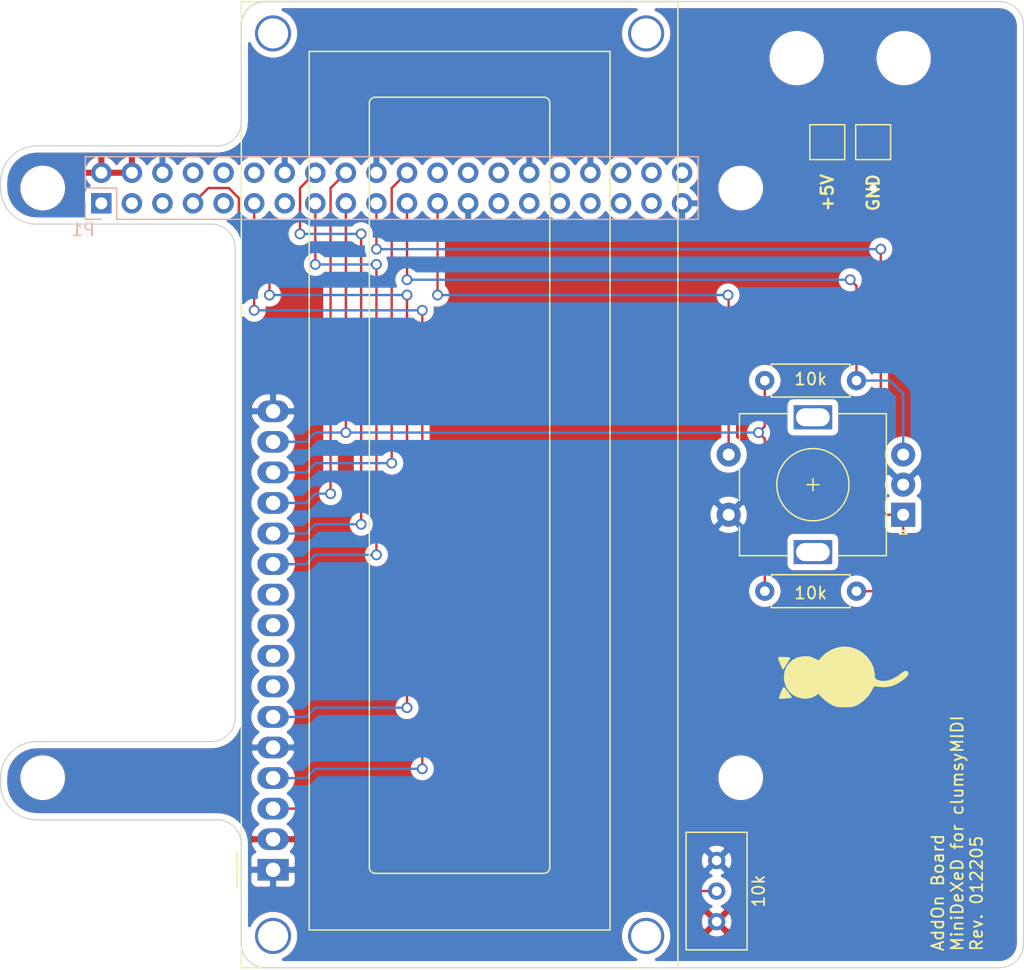
<source format=kicad_pcb>
(kicad_pcb (version 20171130) (host pcbnew "(5.1.10)-1")

  (general
    (thickness 1.6)
    (drawings 42)
    (tracks 119)
    (zones 0)
    (modules 15)
    (nets 14)
  )

  (page A3)
  (title_block
    (date "15 nov 2012")
  )

  (layers
    (0 F.Cu signal)
    (31 B.Cu signal)
    (32 B.Adhes user)
    (33 F.Adhes user)
    (34 B.Paste user)
    (35 F.Paste user)
    (36 B.SilkS user)
    (37 F.SilkS user)
    (38 B.Mask user)
    (39 F.Mask user)
    (40 Dwgs.User user hide)
    (41 Cmts.User user)
    (42 Eco1.User user)
    (43 Eco2.User user)
    (44 Edge.Cuts user)
  )

  (setup
    (last_trace_width 0.2)
    (trace_clearance 0.2)
    (zone_clearance 0.508)
    (zone_45_only no)
    (trace_min 0.1524)
    (via_size 0.9)
    (via_drill 0.6)
    (via_min_size 0.8)
    (via_min_drill 0.5)
    (uvia_size 0.5)
    (uvia_drill 0.1)
    (uvias_allowed no)
    (uvia_min_size 0.5)
    (uvia_min_drill 0.1)
    (edge_width 0.1)
    (segment_width 0.1)
    (pcb_text_width 0.3)
    (pcb_text_size 1 1)
    (mod_edge_width 0.15)
    (mod_text_size 1 1)
    (mod_text_width 0.15)
    (pad_size 2.5 4)
    (pad_drill 0)
    (pad_to_mask_clearance 0)
    (aux_axis_origin 200 150)
    (visible_elements 7EFFFFFF)
    (pcbplotparams
      (layerselection 0x010f0_ffffffff)
      (usegerberextensions true)
      (usegerberattributes false)
      (usegerberadvancedattributes false)
      (creategerberjobfile false)
      (excludeedgelayer true)
      (linewidth 0.150000)
      (plotframeref false)
      (viasonmask false)
      (mode 1)
      (useauxorigin false)
      (hpglpennumber 1)
      (hpglpenspeed 20)
      (hpglpendiameter 15.000000)
      (psnegative false)
      (psa4output false)
      (plotreference true)
      (plotvalue true)
      (plotinvisibletext false)
      (padsonsilk false)
      (subtractmaskfromsilk false)
      (outputformat 1)
      (mirror false)
      (drillshape 0)
      (scaleselection 1)
      (outputdirectory "Gerber/"))
  )

  (net 0 "")
  (net 1 +3V3)
  (net 2 +5V)
  (net 3 GND)
  (net 4 "/GPIO4(GCLK)")
  (net 5 "/GPIO17(GEN0)")
  (net 6 "/GPIO22(GEN3)")
  (net 7 "/GPIO23(GEN4)")
  (net 8 "/GPIO24(GEN5)")
  (net 9 "/GPIO25(GEN6)")
  (net 10 "/GPIO10(SPI0_MOSI)")
  (net 11 "/GPIO9(SPI0_MISO)")
  (net 12 "/GPIO11(SPI0_SCK)")
  (net 13 "Net-(DS1-Pad3)")

  (net_class Default "This is the default net class."
    (clearance 0.2)
    (trace_width 0.2)
    (via_dia 0.9)
    (via_drill 0.6)
    (uvia_dia 0.5)
    (uvia_drill 0.1)
    (add_net +3V3)
    (add_net +5V)
    (add_net "/GPIO10(SPI0_MOSI)")
    (add_net "/GPIO11(SPI0_SCK)")
    (add_net "/GPIO17(GEN0)")
    (add_net "/GPIO22(GEN3)")
    (add_net "/GPIO23(GEN4)")
    (add_net "/GPIO24(GEN5)")
    (add_net "/GPIO25(GEN6)")
    (add_net "/GPIO4(GCLK)")
    (add_net "/GPIO9(SPI0_MISO)")
    (add_net GND)
    (add_net "Net-(DS1-Pad3)")
  )

  (net_class Power ""
    (clearance 0.2)
    (trace_width 0.5)
    (via_dia 1)
    (via_drill 0.7)
    (uvia_dia 0.5)
    (uvia_drill 0.1)
  )

  (module "CATs_Eurosynth_Specials:CATs Tiny" (layer F.Cu) (tedit 5FB92167) (tstamp 629A698F)
    (at 61.595 39.37 90)
    (fp_text reference G*** (at 0 0 90) (layer Dwgs.User) hide
      (effects (font (size 1.524 1.524) (thickness 0.3)))
    )
    (fp_text value LOGO (at 0.75 0 90) (layer Dwgs.User) hide
      (effects (font (size 1.524 1.524) (thickness 0.3)))
    )
    (fp_poly (pts (xy 1.658089 -5.308771) (xy 1.673741 -5.187171) (xy 1.671837 -4.983051) (xy 1.671052 -4.877819)
      (xy 1.6641 -4.588967) (xy 1.641688 -4.418388) (xy 1.601483 -4.351319) (xy 1.5875 -4.349029)
      (xy 1.496195 -4.386629) (xy 1.327628 -4.482723) (xy 1.113766 -4.618727) (xy 1.049907 -4.661574)
      (xy 0.595867 -4.969826) (xy 0.983065 -5.130296) (xy 1.287368 -5.258615) (xy 1.486744 -5.336478)
      (xy 1.603037 -5.355868) (xy 1.658089 -5.308771)) (layer F.SilkS) (width 0.01))
    (fp_poly (pts (xy -1.562706 -5.239162) (xy -1.330645 -5.154334) (xy -1.283703 -5.135003) (xy -1.058284 -5.033511)
      (xy -0.893477 -4.945537) (xy -0.817481 -4.886585) (xy -0.815808 -4.877756) (xy -0.873658 -4.81923)
      (xy -1.007804 -4.70839) (xy -1.186161 -4.56946) (xy -1.376644 -4.426659) (xy -1.547168 -4.304209)
      (xy -1.66565 -4.22633) (xy -1.698959 -4.211053) (xy -1.717896 -4.272226) (xy -1.742797 -4.433953)
      (xy -1.768786 -4.663544) (xy -1.772965 -4.707022) (xy -1.792492 -4.956568) (xy -1.800971 -5.155657)
      (xy -1.79686 -5.265493) (xy -1.795379 -5.271027) (xy -1.726325 -5.280374) (xy -1.562706 -5.239162)) (layer F.SilkS) (width 0.01))
    (fp_poly (pts (xy 0.456975 -4.829467) (xy 0.844529 -4.680439) (xy 1.191874 -4.417732) (xy 1.225458 -4.384822)
      (xy 1.464055 -4.107912) (xy 1.614725 -3.824626) (xy 1.697509 -3.48841) (xy 1.723932 -3.226841)
      (xy 1.734654 -2.951323) (xy 1.716742 -2.749366) (xy 1.65967 -2.562077) (xy 1.569921 -2.365136)
      (xy 1.384587 -1.986327) (xy 1.6542 -1.762371) (xy 2.003462 -1.391333) (xy 2.277837 -0.934957)
      (xy 2.461494 -0.427833) (xy 2.538602 0.095445) (xy 2.54 0.173282) (xy 2.479094 0.70132)
      (xy 2.306737 1.199219) (xy 2.038466 1.650702) (xy 1.689822 2.039491) (xy 1.276342 2.34931)
      (xy 0.813566 2.56388) (xy 0.317032 2.666923) (xy 0.153071 2.673684) (xy -0.034668 2.683029)
      (xy -0.140304 2.732592) (xy -0.215185 2.854664) (xy -0.245147 2.924124) (xy -0.328912 3.292435)
      (xy -0.298378 3.702429) (xy -0.158607 4.135591) (xy 0.085336 4.573404) (xy 0.274598 4.824623)
      (xy 0.44326 5.045034) (xy 0.52047 5.201237) (xy 0.514114 5.318485) (xy 0.454526 5.400842)
      (xy 0.324072 5.474092) (xy 0.173517 5.440022) (xy -0.011028 5.293) (xy -0.130663 5.163553)
      (xy -0.480998 4.677667) (xy -0.713949 4.170772) (xy -0.8228 3.658744) (xy -0.830224 3.509211)
      (xy -0.825258 3.237845) (xy -0.807069 2.990606) (xy -0.782155 2.833508) (xy -0.759598 2.718381)
      (xy -0.780562 2.638134) (xy -0.86865 2.564707) (xy -1.047465 2.470041) (xy -1.116366 2.436221)
      (xy -1.549326 2.159047) (xy -1.938428 1.784867) (xy -2.247699 1.350126) (xy -2.315877 1.220895)
      (xy -2.404608 1.024189) (xy -2.460164 0.848821) (xy -2.490089 0.652432) (xy -2.501923 0.392661)
      (xy -2.503487 0.167105) (xy -2.499561 -0.156144) (xy -2.482584 -0.388705) (xy -2.444758 -0.573474)
      (xy -2.378284 -0.753342) (xy -2.309046 -0.902368) (xy -2.143994 -1.180462) (xy -1.923215 -1.472277)
      (xy -1.755235 -1.655242) (xy -1.395863 -2.007063) (xy -1.52418 -2.189979) (xy -1.717078 -2.579583)
      (xy -1.793965 -3.026348) (xy -1.787131 -3.273137) (xy -1.682718 -3.746388) (xy -1.46985 -4.15336)
      (xy -1.162458 -4.481549) (xy -0.774479 -4.718456) (xy -0.319844 -4.851579) (xy 0 -4.876538)
      (xy 0.456975 -4.829467)) (layer F.SilkS) (width 0.01))
  )

  (module TestPoint:TestPoint_Pad_2.5x2.5mm (layer F.Cu) (tedit 6299C2FE) (tstamp 6299C9D2)
    (at 64.135 -5.08)
    (descr "SMD rectangular pad as test Point, square 2.5mm side length")
    (tags "test point SMD pad rectangle square")
    (path /6299F273)
    (attr virtual)
    (fp_text reference TP2 (at 0 -2.148) (layer Dwgs.User) hide
      (effects (font (size 1 1) (thickness 0.15)))
    )
    (fp_text value GND (at 0 2.25) (layer Dwgs.User) hide
      (effects (font (size 1 1) (thickness 0.15)))
    )
    (fp_line (start 1.75 1.75) (end -1.75 1.75) (layer F.CrtYd) (width 0.05))
    (fp_line (start 1.75 1.75) (end 1.75 -1.75) (layer F.CrtYd) (width 0.05))
    (fp_line (start -1.75 -1.75) (end -1.75 1.75) (layer F.CrtYd) (width 0.05))
    (fp_line (start -1.75 -1.75) (end 1.75 -1.75) (layer F.CrtYd) (width 0.05))
    (fp_line (start -1.45 1.45) (end -1.45 -1.45) (layer F.SilkS) (width 0.12))
    (fp_line (start 1.45 1.45) (end -1.45 1.45) (layer F.SilkS) (width 0.12))
    (fp_line (start 1.45 -1.45) (end 1.45 1.45) (layer F.SilkS) (width 0.12))
    (fp_line (start -1.45 -1.45) (end 1.45 -1.45) (layer F.SilkS) (width 0.12))
    (fp_text user %R (at 0 -2.15) (layer Dwgs.User) hide
      (effects (font (size 1 1) (thickness 0.15)))
    )
    (pad 1 smd rect (at 0 0) (size 2.5 4) (layers F.Cu F.Mask)
      (net 3 GND))
  )

  (module TestPoint:TestPoint_Pad_2.5x2.5mm (layer F.Cu) (tedit 6299C2F4) (tstamp 6299C9C4)
    (at 60.325 -5.08)
    (descr "SMD rectangular pad as test Point, square 2.5mm side length")
    (tags "test point SMD pad rectangle square")
    (path /6299F46D)
    (attr virtual)
    (fp_text reference TP1 (at 0 -2.148) (layer Dwgs.User) hide
      (effects (font (size 1 1) (thickness 0.15)))
    )
    (fp_text value +5V (at 0 2.25) (layer Dwgs.User) hide
      (effects (font (size 1 1) (thickness 0.15)))
    )
    (fp_line (start 1.75 1.75) (end -1.75 1.75) (layer F.CrtYd) (width 0.05))
    (fp_line (start 1.75 1.75) (end 1.75 -1.75) (layer F.CrtYd) (width 0.05))
    (fp_line (start -1.75 -1.75) (end -1.75 1.75) (layer F.CrtYd) (width 0.05))
    (fp_line (start -1.75 -1.75) (end 1.75 -1.75) (layer F.CrtYd) (width 0.05))
    (fp_line (start -1.45 1.45) (end -1.45 -1.45) (layer F.SilkS) (width 0.12))
    (fp_line (start 1.45 1.45) (end -1.45 1.45) (layer F.SilkS) (width 0.12))
    (fp_line (start 1.45 -1.45) (end 1.45 1.45) (layer F.SilkS) (width 0.12))
    (fp_line (start -1.45 -1.45) (end 1.45 -1.45) (layer F.SilkS) (width 0.12))
    (fp_text user %R (at 0 -2.15) (layer Dwgs.User) hide
      (effects (font (size 1 1) (thickness 0.15)))
    )
    (pad 1 smd rect (at 0 0) (size 2.5 4) (layers F.Cu F.Mask)
      (net 2 +5V))
  )

  (module MountingHole:MountingHole_3.5mm (layer F.Cu) (tedit 56D1B4CB) (tstamp 6299C836)
    (at 66.675 -12.065)
    (descr "Mounting Hole 3.5mm, no annular")
    (tags "mounting hole 3.5mm no annular")
    (path /629A51B4)
    (attr virtual)
    (fp_text reference H2 (at 0 -4.5) (layer Dwgs.User) hide
      (effects (font (size 1 1) (thickness 0.15)))
    )
    (fp_text value MountingHole (at 0 4.5) (layer Dwgs.User) hide
      (effects (font (size 1 1) (thickness 0.15)))
    )
    (fp_circle (center 0 0) (end 3.75 0) (layer F.CrtYd) (width 0.05))
    (fp_circle (center 0 0) (end 3.5 0) (layer Cmts.User) (width 0.15))
    (fp_text user %R (at 0.3 0) (layer Dwgs.User) hide
      (effects (font (size 1 1) (thickness 0.15)))
    )
    (pad 1 np_thru_hole circle (at 0 0) (size 3.5 3.5) (drill 3.5) (layers *.Cu *.Mask))
  )

  (module MountingHole:MountingHole_3.5mm (layer F.Cu) (tedit 56D1B4CB) (tstamp 6299C82E)
    (at 57.785 -12.065)
    (descr "Mounting Hole 3.5mm, no annular")
    (tags "mounting hole 3.5mm no annular")
    (path /629A4D19)
    (attr virtual)
    (fp_text reference H1 (at 0 -4.5) (layer Dwgs.User)
      (effects (font (size 1 1) (thickness 0.15)))
    )
    (fp_text value MountingHole (at 0 4.5) (layer Dwgs.User)
      (effects (font (size 1 1) (thickness 0.15)))
    )
    (fp_circle (center 0 0) (end 3.75 0) (layer F.CrtYd) (width 0.05))
    (fp_circle (center 0 0) (end 3.5 0) (layer Cmts.User) (width 0.15))
    (fp_text user %R (at 0.3 0) (layer Dwgs.User)
      (effects (font (size 1 1) (thickness 0.15)))
    )
    (pad 1 np_thru_hole circle (at 0 0) (size 3.5 3.5) (drill 3.5) (layers *.Cu *.Mask))
  )

  (module Rotary_Encoder:RotaryEncoder_Alps_EC11E-Switch_Vertical_H20mm (layer F.Cu) (tedit 5A74C8CB) (tstamp 62755183)
    (at 66.63 25.88 180)
    (descr "Alps rotary encoder, EC12E... with switch, vertical shaft, http://www.alps.com/prod/info/E/HTML/Encoder/Incremental/EC11/EC11E15204A3.html")
    (tags "rotary encoder")
    (path /627657C3)
    (fp_text reference SW1 (at 2.8 -4.7) (layer Dwgs.User) hide
      (effects (font (size 1 1) (thickness 0.15)))
    )
    (fp_text value Encoder (at 7.5 10.4) (layer F.Fab)
      (effects (font (size 1 1) (thickness 0.15)))
    )
    (fp_line (start 7 2.5) (end 8 2.5) (layer F.SilkS) (width 0.12))
    (fp_line (start 7.5 2) (end 7.5 3) (layer F.SilkS) (width 0.12))
    (fp_line (start 13.6 6) (end 13.6 8.4) (layer F.SilkS) (width 0.12))
    (fp_line (start 13.6 1.2) (end 13.6 3.8) (layer F.SilkS) (width 0.12))
    (fp_line (start 13.6 -3.4) (end 13.6 -1) (layer F.SilkS) (width 0.12))
    (fp_line (start 4.5 2.5) (end 10.5 2.5) (layer F.Fab) (width 0.12))
    (fp_line (start 7.5 -0.5) (end 7.5 5.5) (layer F.Fab) (width 0.12))
    (fp_line (start 0.3 -1.6) (end 0 -1.3) (layer F.SilkS) (width 0.12))
    (fp_line (start -0.3 -1.6) (end 0.3 -1.6) (layer F.SilkS) (width 0.12))
    (fp_line (start 0 -1.3) (end -0.3 -1.6) (layer F.SilkS) (width 0.12))
    (fp_line (start 1.4 -3.4) (end 1.4 8.4) (layer F.SilkS) (width 0.12))
    (fp_line (start 5.5 -3.4) (end 1.4 -3.4) (layer F.SilkS) (width 0.12))
    (fp_line (start 5.5 8.4) (end 1.4 8.4) (layer F.SilkS) (width 0.12))
    (fp_line (start 13.6 8.4) (end 9.5 8.4) (layer F.SilkS) (width 0.12))
    (fp_line (start 9.5 -3.4) (end 13.6 -3.4) (layer F.SilkS) (width 0.12))
    (fp_line (start 1.5 -2.2) (end 2.5 -3.3) (layer F.Fab) (width 0.12))
    (fp_line (start 1.5 8.3) (end 1.5 -2.2) (layer F.Fab) (width 0.12))
    (fp_line (start 13.5 8.3) (end 1.5 8.3) (layer F.Fab) (width 0.12))
    (fp_line (start 13.5 -3.3) (end 13.5 8.3) (layer F.Fab) (width 0.12))
    (fp_line (start 2.5 -3.3) (end 13.5 -3.3) (layer F.Fab) (width 0.12))
    (fp_line (start -1.5 -4.6) (end 16 -4.6) (layer F.CrtYd) (width 0.05))
    (fp_line (start -1.5 -4.6) (end -1.5 9.6) (layer F.CrtYd) (width 0.05))
    (fp_line (start 16 9.6) (end 16 -4.6) (layer F.CrtYd) (width 0.05))
    (fp_line (start 16 9.6) (end -1.5 9.6) (layer F.CrtYd) (width 0.05))
    (fp_circle (center 7.5 2.5) (end 10.5 2.5) (layer F.SilkS) (width 0.12))
    (fp_circle (center 7.5 2.5) (end 10.5 2.5) (layer F.Fab) (width 0.12))
    (fp_text user %R (at 11.1 6.3) (layer F.Fab)
      (effects (font (size 1 1) (thickness 0.15)))
    )
    (pad A thru_hole rect (at 0 0 180) (size 2 2) (drill 1) (layers *.Cu *.Mask)
      (net 10 "/GPIO10(SPI0_MOSI)"))
    (pad C thru_hole circle (at 0 2.5 180) (size 2 2) (drill 1) (layers *.Cu *.Mask)
      (net 3 GND))
    (pad B thru_hole circle (at 0 5 180) (size 2 2) (drill 1) (layers *.Cu *.Mask)
      (net 11 "/GPIO9(SPI0_MISO)"))
    (pad MP thru_hole rect (at 7.5 -3.1 180) (size 3.2 2) (drill oval 2.8 1.5) (layers *.Cu *.Mask))
    (pad MP thru_hole rect (at 7.5 8.1 180) (size 3.2 2) (drill oval 2.8 1.5) (layers *.Cu *.Mask))
    (pad S2 thru_hole circle (at 14.5 0 180) (size 2 2) (drill 1) (layers *.Cu *.Mask)
      (net 3 GND))
    (pad S1 thru_hole circle (at 14.5 5 180) (size 2 2) (drill 1) (layers *.Cu *.Mask)
      (net 12 "/GPIO11(SPI0_SCK)"))
    (model ${KISYS3DMOD}/Rotary_Encoder.3dshapes/RotaryEncoder_Alps_EC11E-Switch_Vertical_H20mm.wrl
      (at (xyz 0 0 0))
      (scale (xyz 1 1 1))
      (rotate (xyz 0 0 0))
    )
  )

  (module Resistor_THT:R_Axial_DIN0207_L6.3mm_D2.5mm_P7.62mm_Horizontal (layer F.Cu) (tedit 5AE5139B) (tstamp 6275625F)
    (at 55.13 32.23)
    (descr "Resistor, Axial_DIN0207 series, Axial, Horizontal, pin pitch=7.62mm, 0.25W = 1/4W, length*diameter=6.3*2.5mm^2, http://cdn-reichelt.de/documents/datenblatt/B400/1_4W%23YAG.pdf")
    (tags "Resistor Axial_DIN0207 series Axial Horizontal pin pitch 7.62mm 0.25W = 1/4W length 6.3mm diameter 2.5mm")
    (path /6276B876)
    (fp_text reference R2 (at 3.81 -2.37) (layer Dwgs.User) hide
      (effects (font (size 1 1) (thickness 0.15)))
    )
    (fp_text value 10k (at 3.81 0.155) (layer F.SilkS)
      (effects (font (size 1 1) (thickness 0.15)))
    )
    (fp_line (start 0.66 -1.25) (end 0.66 1.25) (layer F.Fab) (width 0.1))
    (fp_line (start 0.66 1.25) (end 6.96 1.25) (layer F.Fab) (width 0.1))
    (fp_line (start 6.96 1.25) (end 6.96 -1.25) (layer F.Fab) (width 0.1))
    (fp_line (start 6.96 -1.25) (end 0.66 -1.25) (layer F.Fab) (width 0.1))
    (fp_line (start 0 0) (end 0.66 0) (layer F.Fab) (width 0.1))
    (fp_line (start 7.62 0) (end 6.96 0) (layer F.Fab) (width 0.1))
    (fp_line (start 0.54 -1.04) (end 0.54 -1.37) (layer F.SilkS) (width 0.12))
    (fp_line (start 0.54 -1.37) (end 7.08 -1.37) (layer F.SilkS) (width 0.12))
    (fp_line (start 7.08 -1.37) (end 7.08 -1.04) (layer F.SilkS) (width 0.12))
    (fp_line (start 0.54 1.04) (end 0.54 1.37) (layer F.SilkS) (width 0.12))
    (fp_line (start 0.54 1.37) (end 7.08 1.37) (layer F.SilkS) (width 0.12))
    (fp_line (start 7.08 1.37) (end 7.08 1.04) (layer F.SilkS) (width 0.12))
    (fp_line (start -1.05 -1.5) (end -1.05 1.5) (layer F.CrtYd) (width 0.05))
    (fp_line (start -1.05 1.5) (end 8.67 1.5) (layer F.CrtYd) (width 0.05))
    (fp_line (start 8.67 1.5) (end 8.67 -1.5) (layer F.CrtYd) (width 0.05))
    (fp_line (start 8.67 -1.5) (end -1.05 -1.5) (layer F.CrtYd) (width 0.05))
    (fp_text user %R (at 3.81 0) (layer Dwgs.User) hide
      (effects (font (size 1 1) (thickness 0.15)))
    )
    (pad 2 thru_hole oval (at 7.62 0) (size 1.6 1.6) (drill 0.8) (layers *.Cu *.Mask)
      (net 10 "/GPIO10(SPI0_MOSI)"))
    (pad 1 thru_hole circle (at 0 0) (size 1.6 1.6) (drill 0.8) (layers *.Cu *.Mask)
      (net 1 +3V3))
    (model ${KISYS3DMOD}/Resistor_THT.3dshapes/R_Axial_DIN0207_L6.3mm_D2.5mm_P7.62mm_Horizontal.wrl
      (at (xyz 0 0 0))
      (scale (xyz 1 1 1))
      (rotate (xyz 0 0 0))
    )
  )

  (module Resistor_THT:R_Axial_DIN0207_L6.3mm_D2.5mm_P7.62mm_Horizontal (layer F.Cu) (tedit 5AE5139B) (tstamp 6274B5AE)
    (at 55.13 14.73)
    (descr "Resistor, Axial_DIN0207 series, Axial, Horizontal, pin pitch=7.62mm, 0.25W = 1/4W, length*diameter=6.3*2.5mm^2, http://cdn-reichelt.de/documents/datenblatt/B400/1_4W%23YAG.pdf")
    (tags "Resistor Axial_DIN0207 series Axial Horizontal pin pitch 7.62mm 0.25W = 1/4W length 6.3mm diameter 2.5mm")
    (path /6276B42A)
    (fp_text reference R1 (at 3.81 -2.37) (layer Dwgs.User) hide
      (effects (font (size 1 1) (thickness 0.15)))
    )
    (fp_text value 10k (at 3.81 -0.125) (layer F.SilkS)
      (effects (font (size 1 1) (thickness 0.15)))
    )
    (fp_line (start 0.66 -1.25) (end 0.66 1.25) (layer F.Fab) (width 0.1))
    (fp_line (start 0.66 1.25) (end 6.96 1.25) (layer F.Fab) (width 0.1))
    (fp_line (start 6.96 1.25) (end 6.96 -1.25) (layer F.Fab) (width 0.1))
    (fp_line (start 6.96 -1.25) (end 0.66 -1.25) (layer F.Fab) (width 0.1))
    (fp_line (start 0 0) (end 0.66 0) (layer F.Fab) (width 0.1))
    (fp_line (start 7.62 0) (end 6.96 0) (layer F.Fab) (width 0.1))
    (fp_line (start 0.54 -1.04) (end 0.54 -1.37) (layer F.SilkS) (width 0.12))
    (fp_line (start 0.54 -1.37) (end 7.08 -1.37) (layer F.SilkS) (width 0.12))
    (fp_line (start 7.08 -1.37) (end 7.08 -1.04) (layer F.SilkS) (width 0.12))
    (fp_line (start 0.54 1.04) (end 0.54 1.37) (layer F.SilkS) (width 0.12))
    (fp_line (start 0.54 1.37) (end 7.08 1.37) (layer F.SilkS) (width 0.12))
    (fp_line (start 7.08 1.37) (end 7.08 1.04) (layer F.SilkS) (width 0.12))
    (fp_line (start -1.05 -1.5) (end -1.05 1.5) (layer F.CrtYd) (width 0.05))
    (fp_line (start -1.05 1.5) (end 8.67 1.5) (layer F.CrtYd) (width 0.05))
    (fp_line (start 8.67 1.5) (end 8.67 -1.5) (layer F.CrtYd) (width 0.05))
    (fp_line (start 8.67 -1.5) (end -1.05 -1.5) (layer F.CrtYd) (width 0.05))
    (fp_text user %R (at 3.81 0) (layer Dwgs.User) hide
      (effects (font (size 1 1) (thickness 0.15)))
    )
    (pad 2 thru_hole oval (at 7.62 0) (size 1.6 1.6) (drill 0.8) (layers *.Cu *.Mask)
      (net 11 "/GPIO9(SPI0_MISO)"))
    (pad 1 thru_hole circle (at 0 0) (size 1.6 1.6) (drill 0.8) (layers *.Cu *.Mask)
      (net 1 +3V3))
    (model ${KISYS3DMOD}/Resistor_THT.3dshapes/R_Axial_DIN0207_L6.3mm_D2.5mm_P7.62mm_Horizontal.wrl
      (at (xyz 0 0 0))
      (scale (xyz 1 1 1))
      (rotate (xyz 0 0 0))
    )
  )

  (module Potentiometer_THT:Potentiometer_Bourns_3296W_Vertical (layer F.Cu) (tedit 5A3D4994) (tstamp 6274B105)
    (at 51.13 59.69 270)
    (descr "Potentiometer, vertical, Bourns 3296W, https://www.bourns.com/pdfs/3296.pdf")
    (tags "Potentiometer vertical Bourns 3296W")
    (path /6274D24E)
    (fp_text reference RV1 (at -2.54 -3.66 90) (layer Dwgs.User) hide
      (effects (font (size 1 1) (thickness 0.15)))
    )
    (fp_text value 10k (at -2.54 -3.48 90) (layer F.SilkS)
      (effects (font (size 1 1) (thickness 0.15)))
    )
    (fp_circle (center 0.955 1.15) (end 2.05 1.15) (layer F.Fab) (width 0.1))
    (fp_line (start -7.305 -2.41) (end -7.305 2.42) (layer F.Fab) (width 0.1))
    (fp_line (start -7.305 2.42) (end 2.225 2.42) (layer F.Fab) (width 0.1))
    (fp_line (start 2.225 2.42) (end 2.225 -2.41) (layer F.Fab) (width 0.1))
    (fp_line (start 2.225 -2.41) (end -7.305 -2.41) (layer F.Fab) (width 0.1))
    (fp_line (start 0.955 2.235) (end 0.956 0.066) (layer F.Fab) (width 0.1))
    (fp_line (start 0.955 2.235) (end 0.956 0.066) (layer F.Fab) (width 0.1))
    (fp_line (start -7.425 -2.53) (end 2.345 -2.53) (layer F.SilkS) (width 0.12))
    (fp_line (start -7.425 2.54) (end 2.345 2.54) (layer F.SilkS) (width 0.12))
    (fp_line (start -7.425 -2.53) (end -7.425 2.54) (layer F.SilkS) (width 0.12))
    (fp_line (start 2.345 -2.53) (end 2.345 2.54) (layer F.SilkS) (width 0.12))
    (fp_line (start -7.6 -2.7) (end -7.6 2.7) (layer F.CrtYd) (width 0.05))
    (fp_line (start -7.6 2.7) (end 2.5 2.7) (layer F.CrtYd) (width 0.05))
    (fp_line (start 2.5 2.7) (end 2.5 -2.7) (layer F.CrtYd) (width 0.05))
    (fp_line (start 2.5 -2.7) (end -7.6 -2.7) (layer F.CrtYd) (width 0.05))
    (fp_text user %R (at -3.175 0.005 90) (layer Dwgs.User) hide
      (effects (font (size 1 1) (thickness 0.15)))
    )
    (pad 3 thru_hole circle (at -5.08 0 270) (size 1.44 1.44) (drill 0.8) (layers *.Cu *.Mask)
      (net 3 GND))
    (pad 2 thru_hole circle (at -2.54 0 270) (size 1.44 1.44) (drill 0.8) (layers *.Cu *.Mask)
      (net 13 "Net-(DS1-Pad3)"))
    (pad 1 thru_hole circle (at 0 0 270) (size 1.44 1.44) (drill 0.8) (layers *.Cu *.Mask)
      (net 2 +5V))
    (model ${KISYS3DMOD}/Potentiometer_THT.3dshapes/Potentiometer_Bourns_3296W_Vertical.wrl
      (at (xyz 0 0 0))
      (scale (xyz 1 1 1))
      (rotate (xyz 0 0 0))
    )
  )

  (module Display:WC1602A (layer F.Cu) (tedit 5A02FE80) (tstamp 6275481A)
    (at 14.27 55.38 90)
    (descr "LCD 16x2 http://www.wincomlcd.com/pdf/WC1602A-SFYLYHTC06.pdf")
    (tags "LCD 16x2 Alphanumeric 16pin")
    (path /6274C315)
    (fp_text reference DS1 (at -5.82 -3.81 90) (layer Dwgs.User) hide
      (effects (font (size 1 1) (thickness 0.15)))
    )
    (fp_text value WC1602A (at -4.31 34.66 90) (layer F.Fab)
      (effects (font (size 1 1) (thickness 0.15)))
    )
    (fp_line (start -8.14 33.64) (end 72.14 33.64) (layer F.SilkS) (width 0.12))
    (fp_line (start 72.14 33.64) (end 72.14 -2.64) (layer F.SilkS) (width 0.12))
    (fp_line (start 72.14 -2.64) (end -7.34 -2.64) (layer F.SilkS) (width 0.12))
    (fp_line (start -8.14 -2.64) (end -8.14 33.64) (layer F.SilkS) (width 0.12))
    (fp_line (start -8.13 -2.64) (end -7.34 -2.64) (layer F.SilkS) (width 0.12))
    (fp_line (start -8.25 -2.75) (end -8.25 33.75) (layer F.CrtYd) (width 0.05))
    (fp_line (start -8.25 33.75) (end 72.25 33.75) (layer F.CrtYd) (width 0.05))
    (fp_line (start 72.25 -2.75) (end 72.25 33.75) (layer F.CrtYd) (width 0.05))
    (fp_line (start -1.5 -3) (end 1.5 -3) (layer F.SilkS) (width 0.12))
    (fp_line (start -8.25 -2.75) (end 72.25 -2.75) (layer F.CrtYd) (width 0.05))
    (fp_line (start 1 -2.5) (end 0 -1.5) (layer F.Fab) (width 0.1))
    (fp_line (start 0 -1.5) (end -1 -2.5) (layer F.Fab) (width 0.1))
    (fp_line (start -1 -2.5) (end -8 -2.5) (layer F.Fab) (width 0.1))
    (fp_line (start 0.2 8) (end 63.7 8) (layer F.SilkS) (width 0.12))
    (fp_line (start -0.29972 22.49932) (end -0.29972 8.5) (layer F.SilkS) (width 0.12))
    (fp_line (start 63.70066 23) (end 0.2 23) (layer F.SilkS) (width 0.12))
    (fp_line (start 64.2 8.5) (end 64.2 22.5) (layer F.SilkS) (width 0.12))
    (fp_line (start -5 3) (end 68 3) (layer F.SilkS) (width 0.12))
    (fp_line (start 68 3) (end 68 28) (layer F.SilkS) (width 0.12))
    (fp_line (start 68 28) (end -5 28) (layer F.SilkS) (width 0.12))
    (fp_line (start -5 28) (end -5 3) (layer F.SilkS) (width 0.12))
    (fp_line (start 1 -2.5) (end 72 -2.5) (layer F.Fab) (width 0.1))
    (fp_line (start 72 -2.5) (end 72 33.5) (layer F.Fab) (width 0.1))
    (fp_line (start 72 33.5) (end -8 33.5) (layer F.Fab) (width 0.1))
    (fp_line (start -8 33.5) (end -8 -2.5) (layer F.Fab) (width 0.1))
    (fp_arc (start 0.20066 8.49884) (end -0.29972 8.49884) (angle 90) (layer F.SilkS) (width 0.12))
    (fp_arc (start 0.20066 22.49932) (end 0.20066 22.9997) (angle 90) (layer F.SilkS) (width 0.12))
    (fp_arc (start 63.70066 22.49932) (end 64.20104 22.49932) (angle 90) (layer F.SilkS) (width 0.12))
    (fp_arc (start 63.7 8.5) (end 63.7 8) (angle 90) (layer F.SilkS) (width 0.12))
    (fp_text user %R (at 30.37 14.74 90) (layer F.Fab)
      (effects (font (size 1 1) (thickness 0.1)))
    )
    (pad "" thru_hole circle (at 69.5 0 90) (size 3 3) (drill 2.5) (layers *.Cu *.Mask))
    (pad "" thru_hole circle (at 69.49948 31.0007 90) (size 3 3) (drill 2.5) (layers *.Cu *.Mask))
    (pad "" thru_hole circle (at -5.4991 31.0007 90) (size 3 3) (drill 2.5) (layers *.Cu *.Mask))
    (pad "" thru_hole circle (at -5.4991 0 90) (size 3 3) (drill 2.5) (layers *.Cu *.Mask))
    (pad 16 thru_hole oval (at 38.1 0 90) (size 1.8 2.6) (drill 1.2) (layers *.Cu *.Mask)
      (net 3 GND))
    (pad 15 thru_hole oval (at 35.56 0 90) (size 1.8 2.6) (drill 1.2) (layers *.Cu *.Mask)
      (net 1 +3V3))
    (pad 14 thru_hole oval (at 33.02 0 90) (size 1.8 2.6) (drill 1.2) (layers *.Cu *.Mask)
      (net 9 "/GPIO25(GEN6)"))
    (pad 13 thru_hole oval (at 30.48 0 90) (size 1.8 2.6) (drill 1.2) (layers *.Cu *.Mask)
      (net 8 "/GPIO24(GEN5)"))
    (pad 12 thru_hole oval (at 27.94 0 90) (size 1.8 2.6) (drill 1.2) (layers *.Cu *.Mask)
      (net 7 "/GPIO23(GEN4)"))
    (pad 11 thru_hole oval (at 25.4 0 90) (size 1.8 2.6) (drill 1.2) (layers *.Cu *.Mask)
      (net 6 "/GPIO22(GEN3)"))
    (pad 10 thru_hole oval (at 22.86 0 90) (size 1.8 2.6) (drill 1.2) (layers *.Cu *.Mask))
    (pad 9 thru_hole oval (at 20.32 0 90) (size 1.8 2.6) (drill 1.2) (layers *.Cu *.Mask))
    (pad 8 thru_hole oval (at 17.78 0 90) (size 1.8 2.6) (drill 1.2) (layers *.Cu *.Mask))
    (pad 7 thru_hole oval (at 15.24 0 90) (size 1.8 2.6) (drill 1.2) (layers *.Cu *.Mask))
    (pad 6 thru_hole oval (at 12.7 0 90) (size 1.8 2.6) (drill 1.2) (layers *.Cu *.Mask)
      (net 5 "/GPIO17(GEN0)"))
    (pad 5 thru_hole oval (at 10.16 0 90) (size 1.8 2.6) (drill 1.2) (layers *.Cu *.Mask)
      (net 3 GND))
    (pad 4 thru_hole oval (at 7.62 0 90) (size 1.8 2.6) (drill 1.2) (layers *.Cu *.Mask)
      (net 4 "/GPIO4(GCLK)"))
    (pad 3 thru_hole oval (at 5.08 0 90) (size 1.8 2.6) (drill 1.2) (layers *.Cu *.Mask)
      (net 13 "Net-(DS1-Pad3)"))
    (pad 2 thru_hole oval (at 2.54 0 90) (size 1.8 2.6) (drill 1.2) (layers *.Cu *.Mask)
      (net 2 +5V))
    (pad 1 thru_hole rect (at 0 0 90) (size 1.8 2.6) (drill 1.2) (layers *.Cu *.Mask)
      (net 3 GND))
    (model ${KISYS3DMOD}/Display.3dshapes/WC1602A.wrl
      (at (xyz 0 0 0))
      (scale (xyz 1 1 1))
      (rotate (xyz 0 0 0))
    )
  )

  (module Connector_PinSocket_2.54mm:PinSocket_2x20_P2.54mm_Vertical (layer B.Cu) (tedit 5A19A433) (tstamp 5A793E9F)
    (at 0 0 270)
    (descr "Through hole straight socket strip, 2x20, 2.54mm pitch, double cols (from Kicad 4.0.7), script generated")
    (tags "Through hole socket strip THT 2x20 2.54mm double row")
    (path /59AD464A)
    (fp_text reference P1 (at 2.208 1.512) (layer B.SilkS)
      (effects (font (size 1 1) (thickness 0.15)) (justify mirror))
    )
    (fp_text value GPIO (at -1.27 -51.03 270) (layer B.Fab)
      (effects (font (size 1 1) (thickness 0.15)) (justify mirror))
    )
    (fp_line (start -4.34 -50) (end -4.34 1.8) (layer B.CrtYd) (width 0.05))
    (fp_line (start 1.76 -50) (end -4.34 -50) (layer B.CrtYd) (width 0.05))
    (fp_line (start 1.76 1.8) (end 1.76 -50) (layer B.CrtYd) (width 0.05))
    (fp_line (start -4.34 1.8) (end 1.76 1.8) (layer B.CrtYd) (width 0.05))
    (fp_line (start 0 1.33) (end 1.33 1.33) (layer B.SilkS) (width 0.12))
    (fp_line (start 1.33 1.33) (end 1.33 0) (layer B.SilkS) (width 0.12))
    (fp_line (start -1.27 1.33) (end -1.27 -1.27) (layer B.SilkS) (width 0.12))
    (fp_line (start -1.27 -1.27) (end 1.33 -1.27) (layer B.SilkS) (width 0.12))
    (fp_line (start 1.33 -1.27) (end 1.33 -49.59) (layer B.SilkS) (width 0.12))
    (fp_line (start -3.87 -49.59) (end 1.33 -49.59) (layer B.SilkS) (width 0.12))
    (fp_line (start -3.87 1.33) (end -3.87 -49.59) (layer B.SilkS) (width 0.12))
    (fp_line (start -3.87 1.33) (end -1.27 1.33) (layer B.SilkS) (width 0.12))
    (fp_line (start -3.81 -49.53) (end -3.81 1.27) (layer B.Fab) (width 0.1))
    (fp_line (start 1.27 -49.53) (end -3.81 -49.53) (layer B.Fab) (width 0.1))
    (fp_line (start 1.27 0.27) (end 1.27 -49.53) (layer B.Fab) (width 0.1))
    (fp_line (start 0.27 1.27) (end 1.27 0.27) (layer B.Fab) (width 0.1))
    (fp_line (start -3.81 1.27) (end 0.27 1.27) (layer B.Fab) (width 0.1))
    (fp_text user %R (at -1.27 -24.13 180) (layer B.Fab)
      (effects (font (size 1 1) (thickness 0.15)) (justify mirror))
    )
    (pad 1 thru_hole rect (at 0 0 270) (size 1.7 1.7) (drill 1) (layers *.Cu *.Mask))
    (pad 2 thru_hole oval (at -2.54 0 270) (size 1.7 1.7) (drill 1) (layers *.Cu *.Mask)
      (net 2 +5V))
    (pad 3 thru_hole oval (at 0 -2.54 270) (size 1.7 1.7) (drill 1) (layers *.Cu *.Mask))
    (pad 4 thru_hole oval (at -2.54 -2.54 270) (size 1.7 1.7) (drill 1) (layers *.Cu *.Mask)
      (net 2 +5V))
    (pad 5 thru_hole oval (at 0 -5.08 270) (size 1.7 1.7) (drill 1) (layers *.Cu *.Mask))
    (pad 6 thru_hole oval (at -2.54 -5.08 270) (size 1.7 1.7) (drill 1) (layers *.Cu *.Mask)
      (net 3 GND))
    (pad 7 thru_hole oval (at 0 -7.62 270) (size 1.7 1.7) (drill 1) (layers *.Cu *.Mask)
      (net 4 "/GPIO4(GCLK)"))
    (pad 8 thru_hole oval (at -2.54 -7.62 270) (size 1.7 1.7) (drill 1) (layers *.Cu *.Mask))
    (pad 9 thru_hole oval (at 0 -10.16 270) (size 1.7 1.7) (drill 1) (layers *.Cu *.Mask))
    (pad 10 thru_hole oval (at -2.54 -10.16 270) (size 1.7 1.7) (drill 1) (layers *.Cu *.Mask))
    (pad 11 thru_hole oval (at 0 -12.7 270) (size 1.7 1.7) (drill 1) (layers *.Cu *.Mask)
      (net 5 "/GPIO17(GEN0)"))
    (pad 12 thru_hole oval (at -2.54 -12.7 270) (size 1.7 1.7) (drill 1) (layers *.Cu *.Mask))
    (pad 13 thru_hole oval (at 0 -15.24 270) (size 1.7 1.7) (drill 1) (layers *.Cu *.Mask))
    (pad 14 thru_hole oval (at -2.54 -15.24 270) (size 1.7 1.7) (drill 1) (layers *.Cu *.Mask)
      (net 3 GND))
    (pad 15 thru_hole oval (at 0 -17.78 270) (size 1.7 1.7) (drill 1) (layers *.Cu *.Mask)
      (net 6 "/GPIO22(GEN3)"))
    (pad 16 thru_hole oval (at -2.54 -17.78 270) (size 1.7 1.7) (drill 1) (layers *.Cu *.Mask)
      (net 7 "/GPIO23(GEN4)"))
    (pad 17 thru_hole oval (at 0 -20.32 270) (size 1.7 1.7) (drill 1) (layers *.Cu *.Mask)
      (net 1 +3V3))
    (pad 18 thru_hole oval (at -2.54 -20.32 270) (size 1.7 1.7) (drill 1) (layers *.Cu *.Mask)
      (net 8 "/GPIO24(GEN5)"))
    (pad 19 thru_hole oval (at 0 -22.86 270) (size 1.7 1.7) (drill 1) (layers *.Cu *.Mask)
      (net 10 "/GPIO10(SPI0_MOSI)"))
    (pad 20 thru_hole oval (at -2.54 -22.86 270) (size 1.7 1.7) (drill 1) (layers *.Cu *.Mask)
      (net 3 GND))
    (pad 21 thru_hole oval (at 0 -25.4 270) (size 1.7 1.7) (drill 1) (layers *.Cu *.Mask)
      (net 11 "/GPIO9(SPI0_MISO)"))
    (pad 22 thru_hole oval (at -2.54 -25.4 270) (size 1.7 1.7) (drill 1) (layers *.Cu *.Mask)
      (net 9 "/GPIO25(GEN6)"))
    (pad 23 thru_hole oval (at 0 -27.94 270) (size 1.7 1.7) (drill 1) (layers *.Cu *.Mask)
      (net 12 "/GPIO11(SPI0_SCK)"))
    (pad 24 thru_hole oval (at -2.54 -27.94 270) (size 1.7 1.7) (drill 1) (layers *.Cu *.Mask))
    (pad 25 thru_hole oval (at 0 -30.48 270) (size 1.7 1.7) (drill 1) (layers *.Cu *.Mask)
      (net 3 GND))
    (pad 26 thru_hole oval (at -2.54 -30.48 270) (size 1.7 1.7) (drill 1) (layers *.Cu *.Mask))
    (pad 27 thru_hole oval (at 0 -33.02 270) (size 1.7 1.7) (drill 1) (layers *.Cu *.Mask))
    (pad 28 thru_hole oval (at -2.54 -33.02 270) (size 1.7 1.7) (drill 1) (layers *.Cu *.Mask))
    (pad 29 thru_hole oval (at 0 -35.56 270) (size 1.7 1.7) (drill 1) (layers *.Cu *.Mask))
    (pad 30 thru_hole oval (at -2.54 -35.56 270) (size 1.7 1.7) (drill 1) (layers *.Cu *.Mask)
      (net 3 GND))
    (pad 31 thru_hole oval (at 0 -38.1 270) (size 1.7 1.7) (drill 1) (layers *.Cu *.Mask))
    (pad 32 thru_hole oval (at -2.54 -38.1 270) (size 1.7 1.7) (drill 1) (layers *.Cu *.Mask))
    (pad 33 thru_hole oval (at 0 -40.64 270) (size 1.7 1.7) (drill 1) (layers *.Cu *.Mask))
    (pad 34 thru_hole oval (at -2.54 -40.64 270) (size 1.7 1.7) (drill 1) (layers *.Cu *.Mask)
      (net 3 GND))
    (pad 35 thru_hole oval (at 0 -43.18 270) (size 1.7 1.7) (drill 1) (layers *.Cu *.Mask))
    (pad 36 thru_hole oval (at -2.54 -43.18 270) (size 1.7 1.7) (drill 1) (layers *.Cu *.Mask))
    (pad 37 thru_hole oval (at 0 -45.72 270) (size 1.7 1.7) (drill 1) (layers *.Cu *.Mask))
    (pad 38 thru_hole oval (at -2.54 -45.72 270) (size 1.7 1.7) (drill 1) (layers *.Cu *.Mask))
    (pad 39 thru_hole oval (at 0 -48.26 270) (size 1.7 1.7) (drill 1) (layers *.Cu *.Mask)
      (net 3 GND))
    (pad 40 thru_hole oval (at -2.54 -48.26 270) (size 1.7 1.7) (drill 1) (layers *.Cu *.Mask))
    (model ${KISYS3DMOD}/Connector_PinSocket_2.54mm.3dshapes/PinSocket_2x20_P2.54mm_Vertical.wrl
      (at (xyz 0 0 0))
      (scale (xyz 1 1 1))
      (rotate (xyz 0 0 0))
    )
  )

  (module MountingHole:MountingHole_2.7mm_M2.5 (layer F.Cu) (tedit 56D1B4CB) (tstamp 5A793E98)
    (at 53.13 47.73)
    (descr "Mounting Hole 2.7mm, no annular, M2.5")
    (tags "mounting hole 2.7mm no annular m2.5")
    (path /5834FC4F)
    (attr virtual)
    (fp_text reference MK4 (at 0 -3.7) (layer Dwgs.User) hide
      (effects (font (size 1 1) (thickness 0.15)))
    )
    (fp_text value M2.5 (at 0 3.7) (layer F.Fab)
      (effects (font (size 1 1) (thickness 0.15)))
    )
    (fp_circle (center 0 0) (end 2.7 0) (layer Cmts.User) (width 0.15))
    (fp_circle (center 0 0) (end 2.95 0) (layer F.CrtYd) (width 0.05))
    (fp_text user %R (at 0.3 0) (layer F.Fab)
      (effects (font (size 1 1) (thickness 0.15)))
    )
    (pad 1 np_thru_hole circle (at 0 0) (size 2.7 2.7) (drill 2.7) (layers *.Cu *.Mask))
  )

  (module MountingHole:MountingHole_2.7mm_M2.5 (layer F.Cu) (tedit 56D1B4CB) (tstamp 5A793E91)
    (at -4.87 47.73)
    (descr "Mounting Hole 2.7mm, no annular, M2.5")
    (tags "mounting hole 2.7mm no annular m2.5")
    (path /5834FBEF)
    (attr virtual)
    (fp_text reference MK3 (at 0 -3.7) (layer Dwgs.User) hide
      (effects (font (size 1 1) (thickness 0.15)))
    )
    (fp_text value M2.5 (at 0 3.7) (layer F.Fab)
      (effects (font (size 1 1) (thickness 0.15)))
    )
    (fp_circle (center 0 0) (end 2.95 0) (layer F.CrtYd) (width 0.05))
    (fp_circle (center 0 0) (end 2.7 0) (layer Cmts.User) (width 0.15))
    (fp_text user %R (at 0.3 0) (layer F.Fab)
      (effects (font (size 1 1) (thickness 0.15)))
    )
    (pad 1 np_thru_hole circle (at 0 0) (size 2.7 2.7) (drill 2.7) (layers *.Cu *.Mask))
  )

  (module MountingHole:MountingHole_2.7mm_M2.5 (layer F.Cu) (tedit 56D1B4CB) (tstamp 5A793E8A)
    (at 53.13 -1.27 180)
    (descr "Mounting Hole 2.7mm, no annular, M2.5")
    (tags "mounting hole 2.7mm no annular m2.5")
    (path /5834FC19)
    (attr virtual)
    (fp_text reference MK2 (at 0 -3.7 180) (layer Dwgs.User) hide
      (effects (font (size 1 1) (thickness 0.15)))
    )
    (fp_text value M2.5 (at 0 3.7 180) (layer F.Fab)
      (effects (font (size 1 1) (thickness 0.15)))
    )
    (fp_circle (center 0 0) (end 2.7 0) (layer Cmts.User) (width 0.15))
    (fp_circle (center 0 0) (end 2.95 0) (layer F.CrtYd) (width 0.05))
    (fp_text user %R (at 0.3 0 180) (layer F.Fab)
      (effects (font (size 1 1) (thickness 0.15)))
    )
    (pad 1 np_thru_hole circle (at 0 0 180) (size 2.7 2.7) (drill 2.7) (layers *.Cu *.Mask))
  )

  (module MountingHole:MountingHole_2.7mm_M2.5 (layer F.Cu) (tedit 56D1B4CB) (tstamp 5A793E83)
    (at -4.87 -1.27 180)
    (descr "Mounting Hole 2.7mm, no annular, M2.5")
    (tags "mounting hole 2.7mm no annular m2.5")
    (path /5834FB2E)
    (attr virtual)
    (fp_text reference MK1 (at 0 -3.7 180) (layer Dwgs.User) hide
      (effects (font (size 1 1) (thickness 0.15)))
    )
    (fp_text value M2.5 (at 0 3.7 180) (layer F.Fab)
      (effects (font (size 1 1) (thickness 0.15)))
    )
    (fp_circle (center 0 0) (end 2.95 0) (layer F.CrtYd) (width 0.05))
    (fp_circle (center 0 0) (end 2.7 0) (layer Cmts.User) (width 0.15))
    (fp_text user %R (at 0.3 0 180) (layer F.Fab)
      (effects (font (size 1 1) (thickness 0.15)))
    )
    (pad 1 np_thru_hole circle (at 0 0 180) (size 2.7 2.7) (drill 2.7) (layers *.Cu *.Mask))
  )

  (gr_text GND (at 64.135 -2.54 90) (layer F.SilkS) (tstamp 629A0B91)
    (effects (font (size 1 1) (thickness 0.2)) (justify right))
  )
  (gr_text +5V (at 60.325 -2.54 90) (layer F.SilkS)
    (effects (font (size 1 1) (thickness 0.2)) (justify right))
  )
  (gr_text "AddOn Board\nMiniDeXeD for clumsyMIDI\nRev. 012205" (at 71.12 62.23 90) (layer F.SilkS)
    (effects (font (size 1 1) (thickness 0.15)) (justify left))
  )
  (gr_arc (start 74.63 -14.77) (end 74.63 -16.77) (angle 90) (layer Edge.Cuts) (width 0.1))
  (gr_arc (start 74.63 61.52) (end 74.63 63.52) (angle -90) (layer Edge.Cuts) (width 0.1))
  (gr_arc (start 13.63 61.52) (end 11.63 61.52) (angle -90) (layer Edge.Cuts) (width 0.1))
  (gr_arc (start 13.63 -14.77) (end 11.63 -14.77) (angle 90) (layer Edge.Cuts) (width 0.1))
  (gr_arc (start 9.63 -6.77) (end 9.63 -4.77) (angle -90) (layer Edge.Cuts) (width 0.1))
  (gr_arc (start 9.63 53.23) (end 9.63 51.23) (angle 90) (layer Edge.Cuts) (width 0.1))
  (gr_line (start 76.63 -14.77) (end 76.63 61.52) (layer Edge.Cuts) (width 0.1) (tstamp 6274E4C5))
  (gr_line (start 13.63 63.52) (end 74.63 63.52) (layer Edge.Cuts) (width 0.1))
  (gr_line (start 11.63 53.23) (end 11.63 61.52) (layer Edge.Cuts) (width 0.1))
  (gr_line (start 13.63 -16.77) (end 74.63 -16.77) (layer Edge.Cuts) (width 0.1))
  (gr_line (start 11.63 -6.77) (end 11.63 -14.77) (layer Edge.Cuts) (width 0.1))
  (gr_line (start -8.37 -1.77) (end -8.37 -1.27) (layer Edge.Cuts) (width 0.1))
  (gr_arc (start 9.13 42.73) (end 9.13 44.73) (angle -90) (layer Edge.Cuts) (width 0.1))
  (gr_line (start -5.37 44.73) (end 9.13 44.73) (layer Edge.Cuts) (width 0.1))
  (gr_arc (start -5.37 47.73) (end -8.37 47.73) (angle 90) (layer Edge.Cuts) (width 0.1))
  (gr_line (start 11.13 3.73) (end 11.13 42.73) (layer Edge.Cuts) (width 0.1))
  (gr_arc (start 9.13 3.73) (end 9.13 1.73) (angle 90) (layer Edge.Cuts) (width 0.1))
  (gr_line (start -5.37 1.73) (end 9.13 1.73) (layer Edge.Cuts) (width 0.1))
  (gr_arc (start -5.37 -1.27) (end -8.37 -1.27) (angle -90) (layer Edge.Cuts) (width 0.1))
  (gr_text RJ45 (at 67.83 41.07) (layer Dwgs.User) (tstamp 580CBBEB)
    (effects (font (size 2 2) (thickness 0.15)))
  )
  (gr_text USB (at 69.354 22.782) (layer Dwgs.User) (tstamp 580CBBE9)
    (effects (font (size 2 2) (thickness 0.15)))
  )
  (gr_text USB (at 69.862 3.478) (layer Dwgs.User)
    (effects (font (size 2 2) (thickness 0.15)))
  )
  (gr_arc (start -5.37 48.23) (end -5.37 51.23) (angle 90) (layer Edge.Cuts) (width 0.1))
  (gr_arc (start -5.37 -1.77) (end -8.37 -1.77) (angle 90) (layer Edge.Cuts) (width 0.1))
  (gr_line (start 61.53 15.68) (end 78.63 15.68) (layer Dwgs.User) (width 0.1))
  (gr_line (start 9.63 -4.77) (end -5.37 -4.77) (layer Edge.Cuts) (width 0.1))
  (gr_line (start 61.53 28.78) (end 61.53 15.68) (layer Dwgs.User) (width 0.1))
  (gr_line (start 78.63 28.78) (end 61.53 28.78) (layer Dwgs.User) (width 0.1))
  (gr_line (start 78.63 15.68) (end 78.63 28.78) (layer Dwgs.User) (width 0.1))
  (gr_line (start 57.63 48.905) (end 57.63 33.055) (layer Dwgs.User) (width 0.1))
  (gr_line (start 78.63 48.905) (end 57.63 48.905) (layer Dwgs.User) (width 0.1))
  (gr_line (start 78.63 33.055) (end 78.63 48.905) (layer Dwgs.User) (width 0.1))
  (gr_line (start 57.63 33.055) (end 78.63 33.055) (layer Dwgs.User) (width 0.1))
  (gr_line (start -5.37 51.23) (end 9.63 51.23) (layer Edge.Cuts) (width 0.1))
  (gr_line (start -8.37 47.73) (end -8.37 48.23) (layer Edge.Cuts) (width 0.1))
  (gr_line (start 61.53 10.685925) (end 61.53 -2.414075) (layer Dwgs.User) (width 0.1))
  (gr_line (start 78.63 10.685925) (end 61.53 10.685925) (layer Dwgs.User) (width 0.1))
  (gr_line (start 78.63 -2.414075) (end 78.63 10.685925) (layer Dwgs.User) (width 0.1))
  (gr_line (start 61.53 -2.414075) (end 78.63 -2.414075) (layer Dwgs.User) (width 0.1))

  (segment (start 20.32 0) (end 20.32 2.54) (width 0.2) (layer F.Cu) (net 1))
  (segment (start 14.27 19.82) (end 17.01 19.82) (width 0.2) (layer B.Cu) (net 1))
  (segment (start 17.01 19.82) (end 17.78 19.05) (width 0.2) (layer B.Cu) (net 1))
  (segment (start 17.78 19.05) (end 20.32 19.05) (width 0.2) (layer B.Cu) (net 1))
  (segment (start 20.32 19.05) (end 20.32 19.05) (width 0.2) (layer B.Cu) (net 1) (tstamp 62755E8B))
  (via (at 20.32 19.05) (size 0.9) (drill 0.6) (layers F.Cu B.Cu) (net 1))
  (segment (start 20.32 19.05) (end 20.32 2.54) (width 0.2) (layer F.Cu) (net 1))
  (segment (start 20.32 19.05) (end 54.61 19.05) (width 0.2) (layer B.Cu) (net 1))
  (segment (start 54.61 19.05) (end 54.61 19.05) (width 0.2) (layer B.Cu) (net 1) (tstamp 62755EF4))
  (via (at 54.61 19.05) (size 0.9) (drill 0.6) (layers F.Cu B.Cu) (net 1))
  (segment (start 55.13 19.57) (end 54.61 19.05) (width 0.2) (layer F.Cu) (net 1))
  (segment (start 55.13 32.23) (end 55.13 19.57) (width 0.2) (layer F.Cu) (net 1))
  (segment (start 55.13 18.53) (end 54.61 19.05) (width 0.2) (layer F.Cu) (net 1))
  (segment (start 55.13 14.73) (end 55.13 18.53) (width 0.2) (layer F.Cu) (net 1))
  (via (at 64.135 -1.27) (size 0.9) (drill 0.6) (layers F.Cu B.Cu) (net 3))
  (segment (start 64.135 -1.27) (end 64.135 -5.08) (width 0.6) (layer F.Cu) (net 3))
  (segment (start 7.62 0) (end 8.89 -1.27) (width 0.2) (layer F.Cu) (net 4))
  (segment (start 8.89 -1.27) (end 10.16 -1.27) (width 0.2) (layer F.Cu) (net 4))
  (segment (start 10.592002 -1.27) (end 11.43 -0.432002) (width 0.2) (layer F.Cu) (net 4))
  (segment (start 10.16 -1.27) (end 10.592002 -1.27) (width 0.2) (layer F.Cu) (net 4))
  (segment (start 11.43 -0.432002) (end 11.43 1.27) (width 0.2) (layer F.Cu) (net 4))
  (segment (start 11.43 1.27) (end 12.7 2.54) (width 0.2) (layer F.Cu) (net 4))
  (segment (start 14.27 47.76) (end 17.01 47.76) (width 0.2) (layer B.Cu) (net 4))
  (segment (start 17.01 47.76) (end 17.78 46.99) (width 0.2) (layer B.Cu) (net 4))
  (segment (start 12.7 2.54) (end 12.7 8.89) (width 0.2) (layer F.Cu) (net 4))
  (segment (start 12.7 8.89) (end 12.7 8.89) (width 0.2) (layer F.Cu) (net 4) (tstamp 62755EEA))
  (via (at 12.7 8.89) (size 0.9) (drill 0.6) (layers F.Cu B.Cu) (net 4))
  (segment (start 12.7 8.89) (end 26.67 8.89) (width 0.2) (layer B.Cu) (net 4))
  (segment (start 26.67 8.89) (end 26.67 8.89) (width 0.2) (layer B.Cu) (net 4) (tstamp 62755EEC))
  (via (at 26.67 8.89) (size 0.9) (drill 0.6) (layers F.Cu B.Cu) (net 4))
  (segment (start 26.67 8.89) (end 26.67 46.99) (width 0.2) (layer F.Cu) (net 4))
  (segment (start 26.67 46.99) (end 26.67 46.99) (width 0.2) (layer F.Cu) (net 4) (tstamp 62755EEE))
  (via (at 26.67 46.99) (size 0.9) (drill 0.6) (layers F.Cu B.Cu) (net 4))
  (segment (start 17.78 46.99) (end 26.67 46.99) (width 0.2) (layer B.Cu) (net 4))
  (segment (start 14.27 42.68) (end 17.01 42.68) (width 0.2) (layer B.Cu) (net 5))
  (segment (start 17.01 42.68) (end 17.78 41.91) (width 0.2) (layer B.Cu) (net 5))
  (segment (start 25.4 41.91) (end 25.4 41.91) (width 0.2) (layer F.Cu) (net 5) (tstamp 62755EE2))
  (via (at 25.4 41.91) (size 0.9) (drill 0.6) (layers F.Cu B.Cu) (net 5))
  (segment (start 17.78 41.91) (end 25.4 41.91) (width 0.2) (layer B.Cu) (net 5))
  (segment (start 12.7 1.27) (end 12.7 0) (width 0.2) (layer F.Cu) (net 5))
  (segment (start 13.97 2.54) (end 12.7 1.27) (width 0.2) (layer F.Cu) (net 5))
  (segment (start 13.97 7.62) (end 13.97 2.54) (width 0.2) (layer F.Cu) (net 5))
  (via (at 13.97 7.62) (size 0.9) (drill 0.6) (layers F.Cu B.Cu) (net 5))
  (segment (start 13.97 7.62) (end 25.4 7.62) (width 0.2) (layer B.Cu) (net 5))
  (segment (start 25.4 7.62) (end 25.4 41.91) (width 0.2) (layer F.Cu) (net 5))
  (via (at 25.4 7.62) (size 0.9) (drill 0.6) (layers F.Cu B.Cu) (net 5))
  (segment (start 14.27 29.98) (end 17.01 29.98) (width 0.2) (layer B.Cu) (net 6))
  (segment (start 17.01 29.98) (end 17.78 29.21) (width 0.2) (layer B.Cu) (net 6))
  (segment (start 17.78 29.21) (end 22.86 29.21) (width 0.2) (layer B.Cu) (net 6))
  (segment (start 22.86 29.21) (end 22.86 29.21) (width 0.2) (layer B.Cu) (net 6) (tstamp 62755E93))
  (via (at 22.86 29.21) (size 0.9) (drill 0.6) (layers F.Cu B.Cu) (net 6))
  (segment (start 17.78 3.81) (end 17.78 3.81) (width 0.2) (layer F.Cu) (net 6) (tstamp 62755ED0))
  (segment (start 17.78 0) (end 17.78 5.08) (width 0.2) (layer F.Cu) (net 6))
  (via (at 17.78 5.08) (size 0.9) (drill 0.6) (layers F.Cu B.Cu) (net 6))
  (segment (start 22.86 29.21) (end 22.86 5.08) (width 0.2) (layer F.Cu) (net 6))
  (segment (start 22.86 5.08) (end 22.86 5.08) (width 0.2) (layer F.Cu) (net 6) (tstamp 62755ED6))
  (via (at 22.86 5.08) (size 0.9) (drill 0.6) (layers F.Cu B.Cu) (net 6))
  (segment (start 17.78 5.08) (end 22.86 5.08) (width 0.2) (layer B.Cu) (net 6))
  (segment (start 17.78 -2.54) (end 16.51 -1.27) (width 0.2) (layer F.Cu) (net 7))
  (segment (start 16.51 -1.27) (end 16.51 2.54) (width 0.2) (layer F.Cu) (net 7))
  (segment (start 14.27 27.44) (end 17.01 27.44) (width 0.2) (layer B.Cu) (net 7))
  (segment (start 17.01 27.44) (end 17.78 26.67) (width 0.2) (layer B.Cu) (net 7))
  (segment (start 17.78 26.67) (end 21.59 26.67) (width 0.2) (layer B.Cu) (net 7))
  (segment (start 21.59 26.67) (end 21.59 26.67) (width 0.2) (layer B.Cu) (net 7) (tstamp 62755E91))
  (via (at 21.59 26.67) (size 0.9) (drill 0.6) (layers F.Cu B.Cu) (net 7))
  (segment (start 21.59 26.67) (end 21.59 2.54) (width 0.2) (layer F.Cu) (net 7))
  (segment (start 21.59 2.54) (end 21.59 2.54) (width 0.2) (layer F.Cu) (net 7) (tstamp 62755ECB))
  (via (at 21.59 2.54) (size 0.9) (drill 0.6) (layers F.Cu B.Cu) (net 7))
  (segment (start 16.51 2.54) (end 16.51 2.54) (width 0.2) (layer F.Cu) (net 7) (tstamp 62755ECD))
  (via (at 16.51 2.54) (size 0.9) (drill 0.6) (layers F.Cu B.Cu) (net 7))
  (segment (start 16.51 2.54) (end 21.59 2.54) (width 0.2) (layer B.Cu) (net 7))
  (segment (start 14.27 24.9) (end 17.01 24.9) (width 0.2) (layer B.Cu) (net 8))
  (segment (start 17.01 24.9) (end 17.78 24.13) (width 0.2) (layer B.Cu) (net 8))
  (segment (start 17.78 24.13) (end 19.05 24.13) (width 0.2) (layer B.Cu) (net 8))
  (segment (start 19.05 24.13) (end 19.05 24.13) (width 0.2) (layer B.Cu) (net 8) (tstamp 62755E8F))
  (via (at 19.05 24.13) (size 0.9) (drill 0.6) (layers F.Cu B.Cu) (net 8))
  (segment (start 19.05 -1.27) (end 20.32 -2.54) (width 0.2) (layer F.Cu) (net 8))
  (segment (start 19.05 24.13) (end 19.05 -1.27) (width 0.2) (layer F.Cu) (net 8))
  (segment (start 14.27 22.36) (end 17.01 22.36) (width 0.2) (layer B.Cu) (net 9))
  (segment (start 17.01 22.36) (end 17.78 21.59) (width 0.2) (layer B.Cu) (net 9))
  (segment (start 17.78 21.59) (end 24.13 21.59) (width 0.2) (layer B.Cu) (net 9))
  (segment (start 24.13 21.59) (end 24.13 21.59) (width 0.2) (layer B.Cu) (net 9) (tstamp 62755E8D))
  (via (at 24.13 21.59) (size 0.9) (drill 0.6) (layers F.Cu B.Cu) (net 9))
  (segment (start 24.13 -1.27) (end 25.4 -2.54) (width 0.2) (layer F.Cu) (net 9))
  (segment (start 24.13 21.59) (end 24.13 -1.27) (width 0.2) (layer F.Cu) (net 9))
  (segment (start 22.86 0) (end 22.86 3.81) (width 0.2) (layer F.Cu) (net 10))
  (segment (start 22.86 3.81) (end 22.86 3.81) (width 0.2) (layer F.Cu) (net 10) (tstamp 62755ED4))
  (via (at 22.86 3.81) (size 0.9) (drill 0.6) (layers F.Cu B.Cu) (net 10))
  (segment (start 22.86 3.81) (end 64.77 3.81) (width 0.2) (layer B.Cu) (net 10))
  (segment (start 64.77 3.81) (end 64.77 3.81) (width 0.2) (layer B.Cu) (net 10) (tstamp 62755F00))
  (via (at 64.77 3.81) (size 0.9) (drill 0.6) (layers F.Cu B.Cu) (net 10))
  (segment (start 64.77 3.81) (end 64.77 25.4) (width 0.2) (layer F.Cu) (net 10))
  (segment (start 66.63 25.88) (end 65.25 25.88) (width 0.2) (layer F.Cu) (net 10))
  (segment (start 65.25 25.88) (end 64.77 25.4) (width 0.2) (layer F.Cu) (net 10))
  (segment (start 65.56 32.23) (end 62.75 32.23) (width 0.2) (layer F.Cu) (net 10))
  (segment (start 66.63 31.16) (end 65.56 32.23) (width 0.2) (layer F.Cu) (net 10))
  (segment (start 66.63 25.88) (end 66.63 31.16) (width 0.2) (layer F.Cu) (net 10))
  (segment (start 25.4 0) (end 25.4 6.35) (width 0.2) (layer F.Cu) (net 11))
  (segment (start 25.4 6.35) (end 25.4 6.35) (width 0.2) (layer F.Cu) (net 11) (tstamp 62755EDA))
  (via (at 25.4 6.35) (size 0.9) (drill 0.6) (layers F.Cu B.Cu) (net 11))
  (segment (start 25.4 6.35) (end 62.23 6.35) (width 0.2) (layer B.Cu) (net 11))
  (segment (start 62.23 6.35) (end 62.23 6.35) (width 0.2) (layer B.Cu) (net 11) (tstamp 62755EFA))
  (via (at 62.23 6.35) (size 0.9) (drill 0.6) (layers F.Cu B.Cu) (net 11))
  (segment (start 62.75 6.87) (end 62.23 6.35) (width 0.2) (layer F.Cu) (net 11))
  (segment (start 62.75 14.73) (end 62.75 6.87) (width 0.2) (layer F.Cu) (net 11))
  (segment (start 66.63 15.83) (end 66.63 20.88) (width 0.2) (layer B.Cu) (net 11))
  (segment (start 65.53 14.73) (end 66.63 15.83) (width 0.2) (layer B.Cu) (net 11))
  (segment (start 62.75 14.73) (end 65.53 14.73) (width 0.2) (layer B.Cu) (net 11))
  (segment (start 27.94 0) (end 27.94 7.62) (width 0.2) (layer F.Cu) (net 12))
  (segment (start 27.94 7.62) (end 27.94 7.62) (width 0.2) (layer F.Cu) (net 12) (tstamp 62755EDC))
  (via (at 27.94 7.62) (size 0.9) (drill 0.6) (layers F.Cu B.Cu) (net 12))
  (segment (start 27.94 7.62) (end 52.07 7.62) (width 0.2) (layer B.Cu) (net 12))
  (segment (start 52.07 7.62) (end 52.07 7.62) (width 0.2) (layer B.Cu) (net 12) (tstamp 62755EF2))
  (via (at 52.07 7.62) (size 0.9) (drill 0.6) (layers F.Cu B.Cu) (net 12))
  (segment (start 52.13 7.68) (end 52.07 7.62) (width 0.2) (layer F.Cu) (net 12))
  (segment (start 52.13 20.88) (end 52.13 7.68) (width 0.2) (layer F.Cu) (net 12))
  (segment (start 14.27 50.3) (end 24.9 50.3) (width 0.2) (layer F.Cu) (net 13))
  (segment (start 31.75 57.15) (end 24.9 50.3) (width 0.2) (layer F.Cu) (net 13))
  (segment (start 51.13 57.15) (end 31.75 57.15) (width 0.2) (layer F.Cu) (net 13))

  (zone (net 3) (net_name GND) (layer B.Cu) (tstamp 62756420) (hatch edge 0.508)
    (connect_pads (clearance 0.508))
    (min_thickness 0.254)
    (fill yes (arc_segments 32) (thermal_gap 0.508) (thermal_bridge_width 0.508))
    (polygon
      (pts
        (xy 76.63 63.73) (xy -8.37 63.73) (xy -8.37 -16.77) (xy 76.63 -16.77)
      )
    )
    (filled_polygon
      (pts
        (xy 44.259398 -16.011492) (xy 43.909717 -15.777843) (xy 43.612337 -15.480463) (xy 43.378688 -15.130782) (xy 43.217747 -14.742236)
        (xy 43.1357 -14.329759) (xy 43.1357 -13.909201) (xy 43.217747 -13.496724) (xy 43.378688 -13.108178) (xy 43.612337 -12.758497)
        (xy 43.909717 -12.461117) (xy 44.259398 -12.227468) (xy 44.647944 -12.066527) (xy 45.060421 -11.98448) (xy 45.480979 -11.98448)
        (xy 45.893456 -12.066527) (xy 46.282002 -12.227468) (xy 46.390407 -12.299902) (xy 55.4 -12.299902) (xy 55.4 -11.830098)
        (xy 55.491654 -11.369321) (xy 55.67144 -10.935279) (xy 55.93245 -10.544651) (xy 56.264651 -10.21245) (xy 56.655279 -9.95144)
        (xy 57.089321 -9.771654) (xy 57.550098 -9.68) (xy 58.019902 -9.68) (xy 58.480679 -9.771654) (xy 58.914721 -9.95144)
        (xy 59.305349 -10.21245) (xy 59.63755 -10.544651) (xy 59.89856 -10.935279) (xy 60.078346 -11.369321) (xy 60.17 -11.830098)
        (xy 60.17 -12.299902) (xy 64.29 -12.299902) (xy 64.29 -11.830098) (xy 64.381654 -11.369321) (xy 64.56144 -10.935279)
        (xy 64.82245 -10.544651) (xy 65.154651 -10.21245) (xy 65.545279 -9.95144) (xy 65.979321 -9.771654) (xy 66.440098 -9.68)
        (xy 66.909902 -9.68) (xy 67.370679 -9.771654) (xy 67.804721 -9.95144) (xy 68.195349 -10.21245) (xy 68.52755 -10.544651)
        (xy 68.78856 -10.935279) (xy 68.968346 -11.369321) (xy 69.06 -11.830098) (xy 69.06 -12.299902) (xy 68.968346 -12.760679)
        (xy 68.78856 -13.194721) (xy 68.52755 -13.585349) (xy 68.195349 -13.91755) (xy 67.804721 -14.17856) (xy 67.370679 -14.358346)
        (xy 66.909902 -14.45) (xy 66.440098 -14.45) (xy 65.979321 -14.358346) (xy 65.545279 -14.17856) (xy 65.154651 -13.91755)
        (xy 64.82245 -13.585349) (xy 64.56144 -13.194721) (xy 64.381654 -12.760679) (xy 64.29 -12.299902) (xy 60.17 -12.299902)
        (xy 60.078346 -12.760679) (xy 59.89856 -13.194721) (xy 59.63755 -13.585349) (xy 59.305349 -13.91755) (xy 58.914721 -14.17856)
        (xy 58.480679 -14.358346) (xy 58.019902 -14.45) (xy 57.550098 -14.45) (xy 57.089321 -14.358346) (xy 56.655279 -14.17856)
        (xy 56.264651 -13.91755) (xy 55.93245 -13.585349) (xy 55.67144 -13.194721) (xy 55.491654 -12.760679) (xy 55.4 -12.299902)
        (xy 46.390407 -12.299902) (xy 46.631683 -12.461117) (xy 46.929063 -12.758497) (xy 47.162712 -13.108178) (xy 47.323653 -13.496724)
        (xy 47.4057 -13.909201) (xy 47.4057 -14.329759) (xy 47.323653 -14.742236) (xy 47.162712 -15.130782) (xy 46.929063 -15.480463)
        (xy 46.631683 -15.777843) (xy 46.282002 -16.011492) (xy 46.104538 -16.085) (xy 74.596495 -16.085) (xy 74.884782 -16.056733)
        (xy 75.129855 -15.982741) (xy 75.35589 -15.862557) (xy 75.554281 -15.700752) (xy 75.71746 -15.503503) (xy 75.83922 -15.278313)
        (xy 75.914924 -15.033753) (xy 75.945 -14.747602) (xy 75.945001 61.486484) (xy 75.916733 61.774782) (xy 75.842741 62.019855)
        (xy 75.722554 62.245893) (xy 75.560754 62.444279) (xy 75.363503 62.60746) (xy 75.13831 62.729221) (xy 74.893753 62.804924)
        (xy 74.607602 62.835) (xy 46.127763 62.835) (xy 46.282002 62.771112) (xy 46.631683 62.537463) (xy 46.929063 62.240083)
        (xy 47.162712 61.890402) (xy 47.323653 61.501856) (xy 47.4057 61.089379) (xy 47.4057 60.668821) (xy 47.323653 60.256344)
        (xy 47.162712 59.867798) (xy 46.929063 59.518117) (xy 46.631683 59.220737) (xy 46.282002 58.987088) (xy 45.893456 58.826147)
        (xy 45.480979 58.7441) (xy 45.060421 58.7441) (xy 44.647944 58.826147) (xy 44.259398 58.987088) (xy 43.909717 59.220737)
        (xy 43.612337 59.518117) (xy 43.378688 59.867798) (xy 43.217747 60.256344) (xy 43.1357 60.668821) (xy 43.1357 61.089379)
        (xy 43.217747 61.501856) (xy 43.378688 61.890402) (xy 43.612337 62.240083) (xy 43.909717 62.537463) (xy 44.259398 62.771112)
        (xy 44.413637 62.835) (xy 15.127063 62.835) (xy 15.281302 62.771112) (xy 15.630983 62.537463) (xy 15.928363 62.240083)
        (xy 16.162012 61.890402) (xy 16.322953 61.501856) (xy 16.405 61.089379) (xy 16.405 60.668821) (xy 16.322953 60.256344)
        (xy 16.162012 59.867798) (xy 15.928363 59.518117) (xy 15.630983 59.220737) (xy 15.281302 58.987088) (xy 14.892756 58.826147)
        (xy 14.480279 58.7441) (xy 14.059721 58.7441) (xy 13.647244 58.826147) (xy 13.258698 58.987088) (xy 12.909017 59.220737)
        (xy 12.611637 59.518117) (xy 12.377988 59.867798) (xy 12.315 60.019865) (xy 12.315 57.016544) (xy 49.775 57.016544)
        (xy 49.775 57.283456) (xy 49.827072 57.545239) (xy 49.929215 57.791833) (xy 50.077503 58.013762) (xy 50.266238 58.202497)
        (xy 50.488167 58.350785) (xy 50.655266 58.42) (xy 50.488167 58.489215) (xy 50.266238 58.637503) (xy 50.077503 58.826238)
        (xy 49.929215 59.048167) (xy 49.827072 59.294761) (xy 49.775 59.556544) (xy 49.775 59.823456) (xy 49.827072 60.085239)
        (xy 49.929215 60.331833) (xy 50.077503 60.553762) (xy 50.266238 60.742497) (xy 50.488167 60.890785) (xy 50.734761 60.992928)
        (xy 50.996544 61.045) (xy 51.263456 61.045) (xy 51.525239 60.992928) (xy 51.771833 60.890785) (xy 51.993762 60.742497)
        (xy 52.182497 60.553762) (xy 52.330785 60.331833) (xy 52.432928 60.085239) (xy 52.485 59.823456) (xy 52.485 59.556544)
        (xy 52.432928 59.294761) (xy 52.330785 59.048167) (xy 52.182497 58.826238) (xy 51.993762 58.637503) (xy 51.771833 58.489215)
        (xy 51.604734 58.42) (xy 51.771833 58.350785) (xy 51.993762 58.202497) (xy 52.182497 58.013762) (xy 52.330785 57.791833)
        (xy 52.432928 57.545239) (xy 52.485 57.283456) (xy 52.485 57.016544) (xy 52.432928 56.754761) (xy 52.330785 56.508167)
        (xy 52.182497 56.286238) (xy 51.993762 56.097503) (xy 51.771833 55.949215) (xy 51.603676 55.879562) (xy 51.718353 55.837875)
        (xy 51.824068 55.781368) (xy 51.885955 55.54556) (xy 51.13 54.789605) (xy 50.374045 55.54556) (xy 50.435932 55.781368)
        (xy 50.651007 55.881764) (xy 50.488167 55.949215) (xy 50.266238 56.097503) (xy 50.077503 56.286238) (xy 49.929215 56.508167)
        (xy 49.827072 56.754761) (xy 49.775 57.016544) (xy 12.315 57.016544) (xy 12.315 56.28) (xy 12.331928 56.28)
        (xy 12.344188 56.404482) (xy 12.380498 56.52418) (xy 12.439463 56.634494) (xy 12.518815 56.731185) (xy 12.615506 56.810537)
        (xy 12.72582 56.869502) (xy 12.845518 56.905812) (xy 12.97 56.918072) (xy 13.98425 56.915) (xy 14.143 56.75625)
        (xy 14.143 55.507) (xy 14.397 55.507) (xy 14.397 56.75625) (xy 14.55575 56.915) (xy 15.57 56.918072)
        (xy 15.694482 56.905812) (xy 15.81418 56.869502) (xy 15.924494 56.810537) (xy 16.021185 56.731185) (xy 16.100537 56.634494)
        (xy 16.159502 56.52418) (xy 16.195812 56.404482) (xy 16.208072 56.28) (xy 16.205 55.66575) (xy 16.04625 55.507)
        (xy 14.397 55.507) (xy 14.143 55.507) (xy 12.49375 55.507) (xy 12.335 55.66575) (xy 12.331928 56.28)
        (xy 12.315 56.28) (xy 12.315 53.196353) (xy 12.312045 53.166355) (xy 12.312132 53.153953) (xy 12.311198 53.144434)
        (xy 12.270397 52.756242) (xy 12.25792 52.695461) (xy 12.24628 52.63444) (xy 12.243516 52.625284) (xy 12.128092 52.252409)
        (xy 12.104028 52.195163) (xy 12.080776 52.137612) (xy 12.076286 52.129167) (xy 11.890635 51.785812) (xy 11.855919 51.734344)
        (xy 11.82192 51.682389) (xy 11.815876 51.674978) (xy 11.567069 51.374223) (xy 11.522996 51.330457) (xy 11.479577 51.286119)
        (xy 11.472208 51.280022) (xy 11.169723 51.033321) (xy 11.118005 50.99896) (xy 11.066784 50.963888) (xy 11.058371 50.959339)
        (xy 10.71373 50.776089) (xy 10.6563 50.752418) (xy 10.599263 50.727972) (xy 10.590131 50.725145) (xy 10.590125 50.725143)
        (xy 10.216455 50.612326) (xy 10.155545 50.600265) (xy 10.094826 50.587359) (xy 10.085314 50.586359) (xy 9.696845 50.548269)
        (xy 9.696837 50.548269) (xy 9.663647 50.545) (xy -5.336496 50.545) (xy -5.819016 50.497688) (xy -6.250927 50.367287)
        (xy -6.64928 50.15548) (xy -6.998914 49.870325) (xy -7.286497 49.522697) (xy -7.501085 49.125825) (xy -7.6345 48.694834)
        (xy -7.685 48.214346) (xy -7.685 47.763505) (xy -7.662546 47.534495) (xy -6.855 47.534495) (xy -6.855 47.925505)
        (xy -6.778718 48.309003) (xy -6.629085 48.67025) (xy -6.411851 48.995364) (xy -6.135364 49.271851) (xy -5.81025 49.489085)
        (xy -5.449003 49.638718) (xy -5.065505 49.715) (xy -4.674495 49.715) (xy -4.290997 49.638718) (xy -3.92975 49.489085)
        (xy -3.604636 49.271851) (xy -3.328149 48.995364) (xy -3.110915 48.67025) (xy -2.961282 48.309003) (xy -2.885 47.925505)
        (xy -2.885 47.76) (xy 12.327573 47.76) (xy 12.35721 48.060913) (xy 12.444983 48.350261) (xy 12.587519 48.616927)
        (xy 12.779339 48.850661) (xy 12.997865 49.03) (xy 12.779339 49.209339) (xy 12.587519 49.443073) (xy 12.444983 49.709739)
        (xy 12.35721 49.999087) (xy 12.327573 50.3) (xy 12.35721 50.600913) (xy 12.444983 50.890261) (xy 12.587519 51.156927)
        (xy 12.779339 51.390661) (xy 12.997865 51.57) (xy 12.779339 51.749339) (xy 12.587519 51.983073) (xy 12.444983 52.249739)
        (xy 12.35721 52.539087) (xy 12.327573 52.84) (xy 12.35721 53.140913) (xy 12.444983 53.430261) (xy 12.587519 53.696927)
        (xy 12.74228 53.885505) (xy 12.72582 53.890498) (xy 12.615506 53.949463) (xy 12.518815 54.028815) (xy 12.439463 54.125506)
        (xy 12.380498 54.23582) (xy 12.344188 54.355518) (xy 12.331928 54.48) (xy 12.335 55.09425) (xy 12.49375 55.253)
        (xy 14.143 55.253) (xy 14.143 55.233) (xy 14.397 55.233) (xy 14.397 55.253) (xy 16.04625 55.253)
        (xy 16.205 55.09425) (xy 16.207053 54.68368) (xy 49.770439 54.68368) (xy 49.810937 54.947501) (xy 49.902125 55.198353)
        (xy 49.958632 55.304068) (xy 50.19444 55.365955) (xy 50.950395 54.61) (xy 51.309605 54.61) (xy 52.06556 55.365955)
        (xy 52.301368 55.304068) (xy 52.414266 55.06221) (xy 52.477811 54.802973) (xy 52.489561 54.53632) (xy 52.449063 54.272499)
        (xy 52.357875 54.021647) (xy 52.301368 53.915932) (xy 52.06556 53.854045) (xy 51.309605 54.61) (xy 50.950395 54.61)
        (xy 50.19444 53.854045) (xy 49.958632 53.915932) (xy 49.845734 54.15779) (xy 49.782189 54.417027) (xy 49.770439 54.68368)
        (xy 16.207053 54.68368) (xy 16.208072 54.48) (xy 16.195812 54.355518) (xy 16.159502 54.23582) (xy 16.100537 54.125506)
        (xy 16.021185 54.028815) (xy 15.924494 53.949463) (xy 15.81418 53.890498) (xy 15.79772 53.885505) (xy 15.952481 53.696927)
        (xy 15.9645 53.67444) (xy 50.374045 53.67444) (xy 51.13 54.430395) (xy 51.885955 53.67444) (xy 51.824068 53.438632)
        (xy 51.58221 53.325734) (xy 51.322973 53.262189) (xy 51.05632 53.250439) (xy 50.792499 53.290937) (xy 50.541647 53.382125)
        (xy 50.435932 53.438632) (xy 50.374045 53.67444) (xy 15.9645 53.67444) (xy 16.095017 53.430261) (xy 16.18279 53.140913)
        (xy 16.212427 52.84) (xy 16.18279 52.539087) (xy 16.095017 52.249739) (xy 15.952481 51.983073) (xy 15.760661 51.749339)
        (xy 15.542135 51.57) (xy 15.760661 51.390661) (xy 15.952481 51.156927) (xy 16.095017 50.890261) (xy 16.18279 50.600913)
        (xy 16.212427 50.3) (xy 16.18279 49.999087) (xy 16.095017 49.709739) (xy 15.952481 49.443073) (xy 15.760661 49.209339)
        (xy 15.542135 49.03) (xy 15.760661 48.850661) (xy 15.952481 48.616927) (xy 16.017652 48.495) (xy 16.973895 48.495)
        (xy 17.01 48.498556) (xy 17.046105 48.495) (xy 17.154085 48.484365) (xy 17.292633 48.442337) (xy 17.42032 48.374087)
        (xy 17.532238 48.282238) (xy 17.555258 48.254188) (xy 18.084447 47.725) (xy 25.870578 47.725) (xy 25.978353 47.832775)
        (xy 26.15606 47.951515) (xy 26.353517 48.033304) (xy 26.563137 48.075) (xy 26.776863 48.075) (xy 26.986483 48.033304)
        (xy 27.18394 47.951515) (xy 27.361647 47.832775) (xy 27.512775 47.681647) (xy 27.611098 47.534495) (xy 51.145 47.534495)
        (xy 51.145 47.925505) (xy 51.221282 48.309003) (xy 51.370915 48.67025) (xy 51.588149 48.995364) (xy 51.864636 49.271851)
        (xy 52.18975 49.489085) (xy 52.550997 49.638718) (xy 52.934495 49.715) (xy 53.325505 49.715) (xy 53.709003 49.638718)
        (xy 54.07025 49.489085) (xy 54.395364 49.271851) (xy 54.671851 48.995364) (xy 54.889085 48.67025) (xy 55.038718 48.309003)
        (xy 55.115 47.925505) (xy 55.115 47.534495) (xy 55.038718 47.150997) (xy 54.889085 46.78975) (xy 54.671851 46.464636)
        (xy 54.395364 46.188149) (xy 54.07025 45.970915) (xy 53.709003 45.821282) (xy 53.325505 45.745) (xy 52.934495 45.745)
        (xy 52.550997 45.821282) (xy 52.18975 45.970915) (xy 51.864636 46.188149) (xy 51.588149 46.464636) (xy 51.370915 46.78975)
        (xy 51.221282 47.150997) (xy 51.145 47.534495) (xy 27.611098 47.534495) (xy 27.631515 47.50394) (xy 27.713304 47.306483)
        (xy 27.755 47.096863) (xy 27.755 46.883137) (xy 27.713304 46.673517) (xy 27.631515 46.47606) (xy 27.512775 46.298353)
        (xy 27.361647 46.147225) (xy 27.18394 46.028485) (xy 26.986483 45.946696) (xy 26.776863 45.905) (xy 26.563137 45.905)
        (xy 26.353517 45.946696) (xy 26.15606 46.028485) (xy 25.978353 46.147225) (xy 25.870578 46.255) (xy 17.816094 46.255)
        (xy 17.779999 46.251445) (xy 17.743904 46.255) (xy 17.743895 46.255) (xy 17.635915 46.265635) (xy 17.497367 46.307663)
        (xy 17.36968 46.375913) (xy 17.257762 46.467762) (xy 17.234746 46.495807) (xy 16.705554 47.025) (xy 16.017652 47.025)
        (xy 15.952481 46.903073) (xy 15.760661 46.669339) (xy 15.536309 46.485219) (xy 15.628396 46.425748) (xy 15.84521 46.215606)
        (xy 16.016862 45.967204) (xy 16.136755 45.690087) (xy 16.161036 45.58474) (xy 16.040378 45.347) (xy 14.397 45.347)
        (xy 14.397 45.367) (xy 14.143 45.367) (xy 14.143 45.347) (xy 12.499622 45.347) (xy 12.378964 45.58474)
        (xy 12.403245 45.690087) (xy 12.523138 45.967204) (xy 12.69479 46.215606) (xy 12.911604 46.425748) (xy 13.003691 46.485219)
        (xy 12.779339 46.669339) (xy 12.587519 46.903073) (xy 12.444983 47.169739) (xy 12.35721 47.459087) (xy 12.327573 47.76)
        (xy -2.885 47.76) (xy -2.885 47.534495) (xy -2.961282 47.150997) (xy -3.110915 46.78975) (xy -3.328149 46.464636)
        (xy -3.604636 46.188149) (xy -3.92975 45.970915) (xy -4.290997 45.821282) (xy -4.674495 45.745) (xy -5.065505 45.745)
        (xy -5.449003 45.821282) (xy -5.81025 45.970915) (xy -6.135364 46.188149) (xy -6.411851 46.464636) (xy -6.629085 46.78975)
        (xy -6.778718 47.150997) (xy -6.855 47.534495) (xy -7.662546 47.534495) (xy -7.637688 47.280984) (xy -7.507286 46.84907)
        (xy -7.295476 46.450715) (xy -7.010325 46.101086) (xy -6.662697 45.813503) (xy -6.265823 45.598914) (xy -5.834839 45.465502)
        (xy -5.354346 45.415) (xy 9.163647 45.415) (xy 9.193645 45.412045) (xy 9.206047 45.412132) (xy 9.215565 45.411198)
        (xy 9.603758 45.370397) (xy 9.664539 45.35792) (xy 9.72556 45.34628) (xy 9.734716 45.343516) (xy 10.107591 45.228092)
        (xy 10.16487 45.204014) (xy 10.222388 45.180775) (xy 10.230833 45.176286) (xy 10.574188 44.990634) (xy 10.625635 44.955932)
        (xy 10.67761 44.921921) (xy 10.685022 44.915876) (xy 10.985777 44.667069) (xy 11.029524 44.623016) (xy 11.073881 44.579578)
        (xy 11.079978 44.572208) (xy 11.326679 44.269724) (xy 11.361047 44.217995) (xy 11.396111 44.166785) (xy 11.400661 44.158372)
        (xy 11.58391 43.81373) (xy 11.607555 43.756364) (xy 11.632028 43.699264) (xy 11.634856 43.690127) (xy 11.747674 43.316456)
        (xy 11.759737 43.255531) (xy 11.772641 43.194826) (xy 11.773641 43.185314) (xy 11.811731 42.796845) (xy 11.811731 42.796837)
        (xy 11.815 42.763647) (xy 11.815 19.82) (xy 12.327573 19.82) (xy 12.35721 20.120913) (xy 12.444983 20.410261)
        (xy 12.587519 20.676927) (xy 12.779339 20.910661) (xy 12.997865 21.09) (xy 12.779339 21.269339) (xy 12.587519 21.503073)
        (xy 12.444983 21.769739) (xy 12.35721 22.059087) (xy 12.327573 22.36) (xy 12.35721 22.660913) (xy 12.444983 22.950261)
        (xy 12.587519 23.216927) (xy 12.779339 23.450661) (xy 12.997865 23.63) (xy 12.779339 23.809339) (xy 12.587519 24.043073)
        (xy 12.444983 24.309739) (xy 12.35721 24.599087) (xy 12.327573 24.9) (xy 12.35721 25.200913) (xy 12.444983 25.490261)
        (xy 12.587519 25.756927) (xy 12.779339 25.990661) (xy 12.997865 26.17) (xy 12.779339 26.349339) (xy 12.587519 26.583073)
        (xy 12.444983 26.849739) (xy 12.35721 27.139087) (xy 12.327573 27.44) (xy 12.35721 27.740913) (xy 12.444983 28.030261)
        (xy 12.587519 28.296927) (xy 12.779339 28.530661) (xy 12.997865 28.71) (xy 12.779339 28.889339) (xy 12.587519 29.123073)
        (xy 12.444983 29.389739) (xy 12.35721 29.679087) (xy 12.327573 29.98) (xy 12.35721 30.280913) (xy 12.444983 30.570261)
        (xy 12.587519 30.836927) (xy 12.779339 31.070661) (xy 12.997865 31.25) (xy 12.779339 31.429339) (xy 12.587519 31.663073)
        (xy 12.444983 31.929739) (xy 12.35721 32.219087) (xy 12.327573 32.52) (xy 12.35721 32.820913) (xy 12.444983 33.110261)
        (xy 12.587519 33.376927) (xy 12.779339 33.610661) (xy 12.997865 33.79) (xy 12.779339 33.969339) (xy 12.587519 34.203073)
        (xy 12.444983 34.469739) (xy 12.35721 34.759087) (xy 12.327573 35.06) (xy 12.35721 35.360913) (xy 12.444983 35.650261)
        (xy 12.587519 35.916927) (xy 12.779339 36.150661) (xy 12.997865 36.33) (xy 12.779339 36.509339) (xy 12.587519 36.743073)
        (xy 12.444983 37.009739) (xy 12.35721 37.299087) (xy 12.327573 37.6) (xy 12.35721 37.900913) (xy 12.444983 38.190261)
        (xy 12.587519 38.456927) (xy 12.779339 38.690661) (xy 12.997865 38.87) (xy 12.779339 39.049339) (xy 12.587519 39.283073)
        (xy 12.444983 39.549739) (xy 12.35721 39.839087) (xy 12.327573 40.14) (xy 12.35721 40.440913) (xy 12.444983 40.730261)
        (xy 12.587519 40.996927) (xy 12.779339 41.230661) (xy 12.997865 41.41) (xy 12.779339 41.589339) (xy 12.587519 41.823073)
        (xy 12.444983 42.089739) (xy 12.35721 42.379087) (xy 12.327573 42.68) (xy 12.35721 42.980913) (xy 12.444983 43.270261)
        (xy 12.587519 43.536927) (xy 12.779339 43.770661) (xy 13.003691 43.954781) (xy 12.911604 44.014252) (xy 12.69479 44.224394)
        (xy 12.523138 44.472796) (xy 12.403245 44.749913) (xy 12.378964 44.85526) (xy 12.499622 45.093) (xy 14.143 45.093)
        (xy 14.143 45.073) (xy 14.397 45.073) (xy 14.397 45.093) (xy 16.040378 45.093) (xy 16.161036 44.85526)
        (xy 16.136755 44.749913) (xy 16.016862 44.472796) (xy 15.84521 44.224394) (xy 15.628396 44.014252) (xy 15.536309 43.954781)
        (xy 15.760661 43.770661) (xy 15.952481 43.536927) (xy 16.017652 43.415) (xy 16.973895 43.415) (xy 17.01 43.418556)
        (xy 17.046105 43.415) (xy 17.154085 43.404365) (xy 17.292633 43.362337) (xy 17.42032 43.294087) (xy 17.532238 43.202238)
        (xy 17.555258 43.174188) (xy 18.084447 42.645) (xy 24.600578 42.645) (xy 24.708353 42.752775) (xy 24.88606 42.871515)
        (xy 25.083517 42.953304) (xy 25.293137 42.995) (xy 25.506863 42.995) (xy 25.716483 42.953304) (xy 25.91394 42.871515)
        (xy 26.091647 42.752775) (xy 26.242775 42.601647) (xy 26.361515 42.42394) (xy 26.443304 42.226483) (xy 26.485 42.016863)
        (xy 26.485 41.803137) (xy 26.443304 41.593517) (xy 26.361515 41.39606) (xy 26.242775 41.218353) (xy 26.091647 41.067225)
        (xy 25.91394 40.948485) (xy 25.716483 40.866696) (xy 25.506863 40.825) (xy 25.293137 40.825) (xy 25.083517 40.866696)
        (xy 24.88606 40.948485) (xy 24.708353 41.067225) (xy 24.600578 41.175) (xy 17.816094 41.175) (xy 17.779999 41.171445)
        (xy 17.743904 41.175) (xy 17.743895 41.175) (xy 17.635915 41.185635) (xy 17.497367 41.227663) (xy 17.36968 41.295913)
        (xy 17.257762 41.387762) (xy 17.234746 41.415807) (xy 16.705554 41.945) (xy 16.017652 41.945) (xy 15.952481 41.823073)
        (xy 15.760661 41.589339) (xy 15.542135 41.41) (xy 15.760661 41.230661) (xy 15.952481 40.996927) (xy 16.095017 40.730261)
        (xy 16.18279 40.440913) (xy 16.212427 40.14) (xy 16.18279 39.839087) (xy 16.095017 39.549739) (xy 15.952481 39.283073)
        (xy 15.760661 39.049339) (xy 15.542135 38.87) (xy 15.760661 38.690661) (xy 15.952481 38.456927) (xy 16.095017 38.190261)
        (xy 16.18279 37.900913) (xy 16.212427 37.6) (xy 16.18279 37.299087) (xy 16.095017 37.009739) (xy 15.952481 36.743073)
        (xy 15.760661 36.509339) (xy 15.542135 36.33) (xy 15.760661 36.150661) (xy 15.952481 35.916927) (xy 16.095017 35.650261)
        (xy 16.18279 35.360913) (xy 16.212427 35.06) (xy 16.18279 34.759087) (xy 16.095017 34.469739) (xy 15.952481 34.203073)
        (xy 15.760661 33.969339) (xy 15.542135 33.79) (xy 15.760661 33.610661) (xy 15.952481 33.376927) (xy 16.095017 33.110261)
        (xy 16.18279 32.820913) (xy 16.212427 32.52) (xy 16.18279 32.219087) (xy 16.143227 32.088665) (xy 53.695 32.088665)
        (xy 53.695 32.371335) (xy 53.750147 32.648574) (xy 53.85832 32.909727) (xy 54.015363 33.144759) (xy 54.215241 33.344637)
        (xy 54.450273 33.50168) (xy 54.711426 33.609853) (xy 54.988665 33.665) (xy 55.271335 33.665) (xy 55.548574 33.609853)
        (xy 55.809727 33.50168) (xy 56.044759 33.344637) (xy 56.244637 33.144759) (xy 56.40168 32.909727) (xy 56.509853 32.648574)
        (xy 56.565 32.371335) (xy 56.565 32.088665) (xy 61.315 32.088665) (xy 61.315 32.371335) (xy 61.370147 32.648574)
        (xy 61.47832 32.909727) (xy 61.635363 33.144759) (xy 61.835241 33.344637) (xy 62.070273 33.50168) (xy 62.331426 33.609853)
        (xy 62.608665 33.665) (xy 62.891335 33.665) (xy 63.168574 33.609853) (xy 63.429727 33.50168) (xy 63.664759 33.344637)
        (xy 63.864637 33.144759) (xy 64.02168 32.909727) (xy 64.129853 32.648574) (xy 64.185 32.371335) (xy 64.185 32.088665)
        (xy 64.129853 31.811426) (xy 64.02168 31.550273) (xy 63.864637 31.315241) (xy 63.664759 31.115363) (xy 63.429727 30.95832)
        (xy 63.168574 30.850147) (xy 62.891335 30.795) (xy 62.608665 30.795) (xy 62.331426 30.850147) (xy 62.070273 30.95832)
        (xy 61.835241 31.115363) (xy 61.635363 31.315241) (xy 61.47832 31.550273) (xy 61.370147 31.811426) (xy 61.315 32.088665)
        (xy 56.565 32.088665) (xy 56.509853 31.811426) (xy 56.40168 31.550273) (xy 56.244637 31.315241) (xy 56.044759 31.115363)
        (xy 55.809727 30.95832) (xy 55.548574 30.850147) (xy 55.271335 30.795) (xy 54.988665 30.795) (xy 54.711426 30.850147)
        (xy 54.450273 30.95832) (xy 54.215241 31.115363) (xy 54.015363 31.315241) (xy 53.85832 31.550273) (xy 53.750147 31.811426)
        (xy 53.695 32.088665) (xy 16.143227 32.088665) (xy 16.095017 31.929739) (xy 15.952481 31.663073) (xy 15.760661 31.429339)
        (xy 15.542135 31.25) (xy 15.760661 31.070661) (xy 15.952481 30.836927) (xy 16.017652 30.715) (xy 16.973895 30.715)
        (xy 17.01 30.718556) (xy 17.046105 30.715) (xy 17.154085 30.704365) (xy 17.292633 30.662337) (xy 17.42032 30.594087)
        (xy 17.532238 30.502238) (xy 17.555258 30.474188) (xy 18.084447 29.945) (xy 22.060578 29.945) (xy 22.168353 30.052775)
        (xy 22.34606 30.171515) (xy 22.543517 30.253304) (xy 22.753137 30.295) (xy 22.966863 30.295) (xy 23.176483 30.253304)
        (xy 23.37394 30.171515) (xy 23.551647 30.052775) (xy 23.702775 29.901647) (xy 23.821515 29.72394) (xy 23.903304 29.526483)
        (xy 23.945 29.316863) (xy 23.945 29.103137) (xy 23.903304 28.893517) (xy 23.821515 28.69606) (xy 23.702775 28.518353)
        (xy 23.551647 28.367225) (xy 23.37394 28.248485) (xy 23.176483 28.166696) (xy 22.966863 28.125) (xy 22.753137 28.125)
        (xy 22.543517 28.166696) (xy 22.34606 28.248485) (xy 22.168353 28.367225) (xy 22.060578 28.475) (xy 17.816094 28.475)
        (xy 17.779999 28.471445) (xy 17.743904 28.475) (xy 17.743895 28.475) (xy 17.635915 28.485635) (xy 17.497367 28.527663)
        (xy 17.36968 28.595913) (xy 17.257762 28.687762) (xy 17.234746 28.715807) (xy 16.705554 29.245) (xy 16.017652 29.245)
        (xy 15.952481 29.123073) (xy 15.760661 28.889339) (xy 15.542135 28.71) (xy 15.760661 28.530661) (xy 15.952481 28.296927)
        (xy 16.017652 28.175) (xy 16.973895 28.175) (xy 17.01 28.178556) (xy 17.046105 28.175) (xy 17.154085 28.164365)
        (xy 17.292633 28.122337) (xy 17.42032 28.054087) (xy 17.510595 27.98) (xy 56.891928 27.98) (xy 56.891928 29.98)
        (xy 56.904188 30.104482) (xy 56.940498 30.22418) (xy 56.999463 30.334494) (xy 57.078815 30.431185) (xy 57.175506 30.510537)
        (xy 57.28582 30.569502) (xy 57.405518 30.605812) (xy 57.53 30.618072) (xy 60.73 30.618072) (xy 60.854482 30.605812)
        (xy 60.97418 30.569502) (xy 61.084494 30.510537) (xy 61.181185 30.431185) (xy 61.260537 30.334494) (xy 61.319502 30.22418)
        (xy 61.355812 30.104482) (xy 61.368072 29.98) (xy 61.368072 27.98) (xy 61.355812 27.855518) (xy 61.319502 27.73582)
        (xy 61.260537 27.625506) (xy 61.181185 27.528815) (xy 61.084494 27.449463) (xy 60.97418 27.390498) (xy 60.854482 27.354188)
        (xy 60.73 27.341928) (xy 57.53 27.341928) (xy 57.405518 27.354188) (xy 57.28582 27.390498) (xy 57.175506 27.449463)
        (xy 57.078815 27.528815) (xy 56.999463 27.625506) (xy 56.940498 27.73582) (xy 56.904188 27.855518) (xy 56.891928 27.98)
        (xy 17.510595 27.98) (xy 17.532238 27.962238) (xy 17.555258 27.934188) (xy 18.084447 27.405) (xy 20.790578 27.405)
        (xy 20.898353 27.512775) (xy 21.07606 27.631515) (xy 21.273517 27.713304) (xy 21.483137 27.755) (xy 21.696863 27.755)
        (xy 21.906483 27.713304) (xy 22.10394 27.631515) (xy 22.281647 27.512775) (xy 22.432775 27.361647) (xy 22.551515 27.18394)
        (xy 22.62132 27.015413) (xy 51.174192 27.015413) (xy 51.269956 27.279814) (xy 51.559571 27.420704) (xy 51.871108 27.502384)
        (xy 52.192595 27.521718) (xy 52.511675 27.477961) (xy 52.816088 27.372795) (xy 52.990044 27.279814) (xy 53.085808 27.015413)
        (xy 52.13 26.059605) (xy 51.174192 27.015413) (xy 22.62132 27.015413) (xy 22.633304 26.986483) (xy 22.675 26.776863)
        (xy 22.675 26.563137) (xy 22.633304 26.353517) (xy 22.551515 26.15606) (xy 22.432775 25.978353) (xy 22.397017 25.942595)
        (xy 50.488282 25.942595) (xy 50.532039 26.261675) (xy 50.637205 26.566088) (xy 50.730186 26.740044) (xy 50.994587 26.835808)
        (xy 51.950395 25.88) (xy 52.309605 25.88) (xy 53.265413 26.835808) (xy 53.529814 26.740044) (xy 53.670704 26.450429)
        (xy 53.752384 26.138892) (xy 53.771718 25.817405) (xy 53.727961 25.498325) (xy 53.622795 25.193912) (xy 53.529814 25.019956)
        (xy 53.265413 24.924192) (xy 52.309605 25.88) (xy 51.950395 25.88) (xy 50.994587 24.924192) (xy 50.730186 25.019956)
        (xy 50.589296 25.309571) (xy 50.507616 25.621108) (xy 50.488282 25.942595) (xy 22.397017 25.942595) (xy 22.281647 25.827225)
        (xy 22.10394 25.708485) (xy 21.906483 25.626696) (xy 21.696863 25.585) (xy 21.483137 25.585) (xy 21.273517 25.626696)
        (xy 21.07606 25.708485) (xy 20.898353 25.827225) (xy 20.790578 25.935) (xy 17.816094 25.935) (xy 17.779999 25.931445)
        (xy 17.743904 25.935) (xy 17.743895 25.935) (xy 17.635915 25.945635) (xy 17.497367 25.987663) (xy 17.36968 26.055913)
        (xy 17.257762 26.147762) (xy 17.234746 26.175807) (xy 16.705554 26.705) (xy 16.017652 26.705) (xy 15.952481 26.583073)
        (xy 15.760661 26.349339) (xy 15.542135 26.17) (xy 15.760661 25.990661) (xy 15.952481 25.756927) (xy 16.017652 25.635)
        (xy 16.973895 25.635) (xy 17.01 25.638556) (xy 17.046105 25.635) (xy 17.154085 25.624365) (xy 17.292633 25.582337)
        (xy 17.42032 25.514087) (xy 17.532238 25.422238) (xy 17.555258 25.394188) (xy 18.084447 24.865) (xy 18.250578 24.865)
        (xy 18.358353 24.972775) (xy 18.53606 25.091515) (xy 18.733517 25.173304) (xy 18.943137 25.215) (xy 19.156863 25.215)
        (xy 19.366483 25.173304) (xy 19.56394 25.091515) (xy 19.741647 24.972775) (xy 19.892775 24.821647) (xy 19.944264 24.744587)
        (xy 51.174192 24.744587) (xy 52.13 25.700395) (xy 53.085808 24.744587) (xy 52.990044 24.480186) (xy 52.700429 24.339296)
        (xy 52.388892 24.257616) (xy 52.067405 24.238282) (xy 51.748325 24.282039) (xy 51.443912 24.387205) (xy 51.269956 24.480186)
        (xy 51.174192 24.744587) (xy 19.944264 24.744587) (xy 20.011515 24.64394) (xy 20.093304 24.446483) (xy 20.135 24.236863)
        (xy 20.135 24.023137) (xy 20.093304 23.813517) (xy 20.011515 23.61606) (xy 19.89561 23.442595) (xy 64.988282 23.442595)
        (xy 65.032039 23.761675) (xy 65.137205 24.066088) (xy 65.230186 24.240044) (xy 65.379223 24.294024) (xy 65.275506 24.349463)
        (xy 65.178815 24.428815) (xy 65.099463 24.525506) (xy 65.040498 24.63582) (xy 65.004188 24.755518) (xy 64.991928 24.88)
        (xy 64.991928 26.88) (xy 65.004188 27.004482) (xy 65.040498 27.12418) (xy 65.099463 27.234494) (xy 65.178815 27.331185)
        (xy 65.275506 27.410537) (xy 65.38582 27.469502) (xy 65.505518 27.505812) (xy 65.63 27.518072) (xy 67.63 27.518072)
        (xy 67.754482 27.505812) (xy 67.87418 27.469502) (xy 67.984494 27.410537) (xy 68.081185 27.331185) (xy 68.160537 27.234494)
        (xy 68.219502 27.12418) (xy 68.255812 27.004482) (xy 68.268072 26.88) (xy 68.268072 24.88) (xy 68.255812 24.755518)
        (xy 68.219502 24.63582) (xy 68.160537 24.525506) (xy 68.081185 24.428815) (xy 67.984494 24.349463) (xy 67.880777 24.294024)
        (xy 68.029814 24.240044) (xy 68.170704 23.950429) (xy 68.252384 23.638892) (xy 68.271718 23.317405) (xy 68.227961 22.998325)
        (xy 68.122795 22.693912) (xy 68.029814 22.519956) (xy 67.765413 22.424192) (xy 66.809605 23.38) (xy 66.823748 23.394143)
        (xy 66.644143 23.573748) (xy 66.63 23.559605) (xy 66.615858 23.573748) (xy 66.436253 23.394143) (xy 66.450395 23.38)
        (xy 65.494587 22.424192) (xy 65.230186 22.519956) (xy 65.089296 22.809571) (xy 65.007616 23.121108) (xy 64.988282 23.442595)
        (xy 19.89561 23.442595) (xy 19.892775 23.438353) (xy 19.741647 23.287225) (xy 19.56394 23.168485) (xy 19.366483 23.086696)
        (xy 19.156863 23.045) (xy 18.943137 23.045) (xy 18.733517 23.086696) (xy 18.53606 23.168485) (xy 18.358353 23.287225)
        (xy 18.250578 23.395) (xy 17.816094 23.395) (xy 17.779999 23.391445) (xy 17.743904 23.395) (xy 17.743895 23.395)
        (xy 17.635915 23.405635) (xy 17.497367 23.447663) (xy 17.36968 23.515913) (xy 17.257762 23.607762) (xy 17.234746 23.635807)
        (xy 16.705554 24.165) (xy 16.017652 24.165) (xy 15.952481 24.043073) (xy 15.760661 23.809339) (xy 15.542135 23.63)
        (xy 15.760661 23.450661) (xy 15.952481 23.216927) (xy 16.017652 23.095) (xy 16.973895 23.095) (xy 17.01 23.098556)
        (xy 17.046105 23.095) (xy 17.154085 23.084365) (xy 17.292633 23.042337) (xy 17.42032 22.974087) (xy 17.532238 22.882238)
        (xy 17.555258 22.854188) (xy 18.084447 22.325) (xy 23.330578 22.325) (xy 23.438353 22.432775) (xy 23.61606 22.551515)
        (xy 23.813517 22.633304) (xy 24.023137 22.675) (xy 24.236863 22.675) (xy 24.446483 22.633304) (xy 24.64394 22.551515)
        (xy 24.821647 22.432775) (xy 24.972775 22.281647) (xy 25.091515 22.10394) (xy 25.173304 21.906483) (xy 25.215 21.696863)
        (xy 25.215 21.483137) (xy 25.173304 21.273517) (xy 25.091515 21.07606) (xy 24.972775 20.898353) (xy 24.821647 20.747225)
        (xy 24.64394 20.628485) (xy 24.446483 20.546696) (xy 24.236863 20.505) (xy 24.023137 20.505) (xy 23.813517 20.546696)
        (xy 23.61606 20.628485) (xy 23.438353 20.747225) (xy 23.330578 20.855) (xy 17.816094 20.855) (xy 17.779999 20.851445)
        (xy 17.743904 20.855) (xy 17.743895 20.855) (xy 17.635915 20.865635) (xy 17.497367 20.907663) (xy 17.36968 20.975913)
        (xy 17.257762 21.067762) (xy 17.234746 21.095807) (xy 16.705554 21.625) (xy 16.017652 21.625) (xy 15.952481 21.503073)
        (xy 15.760661 21.269339) (xy 15.542135 21.09) (xy 15.760661 20.910661) (xy 15.952481 20.676927) (xy 16.017652 20.555)
        (xy 16.973895 20.555) (xy 17.01 20.558556) (xy 17.046105 20.555) (xy 17.154085 20.544365) (xy 17.292633 20.502337)
        (xy 17.42032 20.434087) (xy 17.532238 20.342238) (xy 17.555258 20.314188) (xy 18.084447 19.785) (xy 19.520578 19.785)
        (xy 19.628353 19.892775) (xy 19.80606 20.011515) (xy 20.003517 20.093304) (xy 20.213137 20.135) (xy 20.426863 20.135)
        (xy 20.636483 20.093304) (xy 20.83394 20.011515) (xy 21.011647 19.892775) (xy 21.119422 19.785) (xy 50.912761 19.785)
        (xy 50.860013 19.837748) (xy 50.681082 20.105537) (xy 50.557832 20.403088) (xy 50.495 20.718967) (xy 50.495 21.041033)
        (xy 50.557832 21.356912) (xy 50.681082 21.654463) (xy 50.860013 21.922252) (xy 51.087748 22.149987) (xy 51.355537 22.328918)
        (xy 51.653088 22.452168) (xy 51.968967 22.515) (xy 52.291033 22.515) (xy 52.606912 22.452168) (xy 52.904463 22.328918)
        (xy 53.172252 22.149987) (xy 53.399987 21.922252) (xy 53.578918 21.654463) (xy 53.702168 21.356912) (xy 53.765 21.041033)
        (xy 53.765 20.718967) (xy 53.702168 20.403088) (xy 53.578918 20.105537) (xy 53.399987 19.837748) (xy 53.347239 19.785)
        (xy 53.810578 19.785) (xy 53.918353 19.892775) (xy 54.09606 20.011515) (xy 54.293517 20.093304) (xy 54.503137 20.135)
        (xy 54.716863 20.135) (xy 54.926483 20.093304) (xy 55.12394 20.011515) (xy 55.301647 19.892775) (xy 55.452775 19.741647)
        (xy 55.571515 19.56394) (xy 55.653304 19.366483) (xy 55.695 19.156863) (xy 55.695 18.943137) (xy 55.653304 18.733517)
        (xy 55.571515 18.53606) (xy 55.452775 18.358353) (xy 55.301647 18.207225) (xy 55.12394 18.088485) (xy 54.926483 18.006696)
        (xy 54.716863 17.965) (xy 54.503137 17.965) (xy 54.293517 18.006696) (xy 54.09606 18.088485) (xy 53.918353 18.207225)
        (xy 53.810578 18.315) (xy 21.119422 18.315) (xy 21.011647 18.207225) (xy 20.83394 18.088485) (xy 20.636483 18.006696)
        (xy 20.426863 17.965) (xy 20.213137 17.965) (xy 20.003517 18.006696) (xy 19.80606 18.088485) (xy 19.628353 18.207225)
        (xy 19.520578 18.315) (xy 17.816094 18.315) (xy 17.779999 18.311445) (xy 17.743904 18.315) (xy 17.743895 18.315)
        (xy 17.635915 18.325635) (xy 17.497367 18.367663) (xy 17.36968 18.435913) (xy 17.257762 18.527762) (xy 17.234746 18.555807)
        (xy 16.705554 19.085) (xy 16.017652 19.085) (xy 15.952481 18.963073) (xy 15.760661 18.729339) (xy 15.536309 18.545219)
        (xy 15.628396 18.485748) (xy 15.84521 18.275606) (xy 16.016862 18.027204) (xy 16.136755 17.750087) (xy 16.161036 17.64474)
        (xy 16.040378 17.407) (xy 14.397 17.407) (xy 14.397 17.427) (xy 14.143 17.427) (xy 14.143 17.407)
        (xy 12.499622 17.407) (xy 12.378964 17.64474) (xy 12.403245 17.750087) (xy 12.523138 18.027204) (xy 12.69479 18.275606)
        (xy 12.911604 18.485748) (xy 13.003691 18.545219) (xy 12.779339 18.729339) (xy 12.587519 18.963073) (xy 12.444983 19.229739)
        (xy 12.35721 19.519087) (xy 12.327573 19.82) (xy 11.815 19.82) (xy 11.815 16.91526) (xy 12.378964 16.91526)
        (xy 12.499622 17.153) (xy 14.143 17.153) (xy 14.143 15.745) (xy 14.397 15.745) (xy 14.397 17.153)
        (xy 16.040378 17.153) (xy 16.161036 16.91526) (xy 16.136755 16.809913) (xy 16.123814 16.78) (xy 56.891928 16.78)
        (xy 56.891928 18.78) (xy 56.904188 18.904482) (xy 56.940498 19.02418) (xy 56.999463 19.134494) (xy 57.078815 19.231185)
        (xy 57.175506 19.310537) (xy 57.28582 19.369502) (xy 57.405518 19.405812) (xy 57.53 19.418072) (xy 60.73 19.418072)
        (xy 60.854482 19.405812) (xy 60.97418 19.369502) (xy 61.084494 19.310537) (xy 61.181185 19.231185) (xy 61.260537 19.134494)
        (xy 61.319502 19.02418) (xy 61.355812 18.904482) (xy 61.368072 18.78) (xy 61.368072 16.78) (xy 61.355812 16.655518)
        (xy 61.319502 16.53582) (xy 61.260537 16.425506) (xy 61.181185 16.328815) (xy 61.084494 16.249463) (xy 60.97418 16.190498)
        (xy 60.854482 16.154188) (xy 60.73 16.141928) (xy 57.53 16.141928) (xy 57.405518 16.154188) (xy 57.28582 16.190498)
        (xy 57.175506 16.249463) (xy 57.078815 16.328815) (xy 56.999463 16.425506) (xy 56.940498 16.53582) (xy 56.904188 16.655518)
        (xy 56.891928 16.78) (xy 16.123814 16.78) (xy 16.016862 16.532796) (xy 15.84521 16.284394) (xy 15.628396 16.074252)
        (xy 15.374751 15.910446) (xy 15.094023 15.799271) (xy 14.797 15.745) (xy 14.397 15.745) (xy 14.143 15.745)
        (xy 13.743 15.745) (xy 13.445977 15.799271) (xy 13.165249 15.910446) (xy 12.911604 16.074252) (xy 12.69479 16.284394)
        (xy 12.523138 16.532796) (xy 12.403245 16.809913) (xy 12.378964 16.91526) (xy 11.815 16.91526) (xy 11.815 14.588665)
        (xy 53.695 14.588665) (xy 53.695 14.871335) (xy 53.750147 15.148574) (xy 53.85832 15.409727) (xy 54.015363 15.644759)
        (xy 54.215241 15.844637) (xy 54.450273 16.00168) (xy 54.711426 16.109853) (xy 54.988665 16.165) (xy 55.271335 16.165)
        (xy 55.548574 16.109853) (xy 55.809727 16.00168) (xy 56.044759 15.844637) (xy 56.244637 15.644759) (xy 56.40168 15.409727)
        (xy 56.509853 15.148574) (xy 56.565 14.871335) (xy 56.565 14.588665) (xy 61.315 14.588665) (xy 61.315 14.871335)
        (xy 61.370147 15.148574) (xy 61.47832 15.409727) (xy 61.635363 15.644759) (xy 61.835241 15.844637) (xy 62.070273 16.00168)
        (xy 62.331426 16.109853) (xy 62.608665 16.165) (xy 62.891335 16.165) (xy 63.168574 16.109853) (xy 63.429727 16.00168)
        (xy 63.664759 15.844637) (xy 63.864637 15.644759) (xy 63.984748 15.465) (xy 65.225554 15.465) (xy 65.895 16.134447)
        (xy 65.895001 19.414736) (xy 65.855537 19.431082) (xy 65.587748 19.610013) (xy 65.360013 19.837748) (xy 65.181082 20.105537)
        (xy 65.057832 20.403088) (xy 64.995 20.718967) (xy 64.995 21.041033) (xy 65.057832 21.356912) (xy 65.181082 21.654463)
        (xy 65.360013 21.922252) (xy 65.587748 22.149987) (xy 65.684935 22.214925) (xy 65.674192 22.244587) (xy 66.63 23.200395)
        (xy 67.585808 22.244587) (xy 67.575065 22.214925) (xy 67.672252 22.149987) (xy 67.899987 21.922252) (xy 68.078918 21.654463)
        (xy 68.202168 21.356912) (xy 68.265 21.041033) (xy 68.265 20.718967) (xy 68.202168 20.403088) (xy 68.078918 20.105537)
        (xy 67.899987 19.837748) (xy 67.672252 19.610013) (xy 67.404463 19.431082) (xy 67.365 19.414736) (xy 67.365 15.866105)
        (xy 67.368556 15.83) (xy 67.354365 15.685915) (xy 67.312337 15.547368) (xy 67.312337 15.547367) (xy 67.244087 15.41968)
        (xy 67.182049 15.344087) (xy 67.175253 15.335806) (xy 67.17525 15.335803) (xy 67.152237 15.307762) (xy 67.124197 15.28475)
        (xy 66.075258 14.235812) (xy 66.052238 14.207762) (xy 65.94032 14.115913) (xy 65.812633 14.047663) (xy 65.674085 14.005635)
        (xy 65.566105 13.995) (xy 65.53 13.991444) (xy 65.493895 13.995) (xy 63.984748 13.995) (xy 63.864637 13.815241)
        (xy 63.664759 13.615363) (xy 63.429727 13.45832) (xy 63.168574 13.350147) (xy 62.891335 13.295) (xy 62.608665 13.295)
        (xy 62.331426 13.350147) (xy 62.070273 13.45832) (xy 61.835241 13.615363) (xy 61.635363 13.815241) (xy 61.47832 14.050273)
        (xy 61.370147 14.311426) (xy 61.315 14.588665) (xy 56.565 14.588665) (xy 56.509853 14.311426) (xy 56.40168 14.050273)
        (xy 56.244637 13.815241) (xy 56.044759 13.615363) (xy 55.809727 13.45832) (xy 55.548574 13.350147) (xy 55.271335 13.295)
        (xy 54.988665 13.295) (xy 54.711426 13.350147) (xy 54.450273 13.45832) (xy 54.215241 13.615363) (xy 54.015363 13.815241)
        (xy 53.85832 14.050273) (xy 53.750147 14.311426) (xy 53.695 14.588665) (xy 11.815 14.588665) (xy 11.815 9.518453)
        (xy 11.857225 9.581647) (xy 12.008353 9.732775) (xy 12.18606 9.851515) (xy 12.383517 9.933304) (xy 12.593137 9.975)
        (xy 12.806863 9.975) (xy 13.016483 9.933304) (xy 13.21394 9.851515) (xy 13.391647 9.732775) (xy 13.499422 9.625)
        (xy 25.870578 9.625) (xy 25.978353 9.732775) (xy 26.15606 9.851515) (xy 26.353517 9.933304) (xy 26.563137 9.975)
        (xy 26.776863 9.975) (xy 26.986483 9.933304) (xy 27.18394 9.851515) (xy 27.361647 9.732775) (xy 27.512775 9.581647)
        (xy 27.631515 9.40394) (xy 27.713304 9.206483) (xy 27.755 8.996863) (xy 27.755 8.783137) (xy 27.735598 8.685598)
        (xy 27.833137 8.705) (xy 28.046863 8.705) (xy 28.256483 8.663304) (xy 28.45394 8.581515) (xy 28.631647 8.462775)
        (xy 28.739422 8.355) (xy 51.270578 8.355) (xy 51.378353 8.462775) (xy 51.55606 8.581515) (xy 51.753517 8.663304)
        (xy 51.963137 8.705) (xy 52.176863 8.705) (xy 52.386483 8.663304) (xy 52.58394 8.581515) (xy 52.761647 8.462775)
        (xy 52.912775 8.311647) (xy 53.031515 8.13394) (xy 53.113304 7.936483) (xy 53.155 7.726863) (xy 53.155 7.513137)
        (xy 53.113304 7.303517) (xy 53.031515 7.10606) (xy 53.017443 7.085) (xy 61.430578 7.085) (xy 61.538353 7.192775)
        (xy 61.71606 7.311515) (xy 61.913517 7.393304) (xy 62.123137 7.435) (xy 62.336863 7.435) (xy 62.546483 7.393304)
        (xy 62.74394 7.311515) (xy 62.921647 7.192775) (xy 63.072775 7.041647) (xy 63.191515 6.86394) (xy 63.273304 6.666483)
        (xy 63.315 6.456863) (xy 63.315 6.243137) (xy 63.273304 6.033517) (xy 63.191515 5.83606) (xy 63.072775 5.658353)
        (xy 62.921647 5.507225) (xy 62.74394 5.388485) (xy 62.546483 5.306696) (xy 62.336863 5.265) (xy 62.123137 5.265)
        (xy 61.913517 5.306696) (xy 61.71606 5.388485) (xy 61.538353 5.507225) (xy 61.430578 5.615) (xy 26.199422 5.615)
        (xy 26.091647 5.507225) (xy 25.91394 5.388485) (xy 25.716483 5.306696) (xy 25.506863 5.265) (xy 25.293137 5.265)
        (xy 25.083517 5.306696) (xy 24.88606 5.388485) (xy 24.708353 5.507225) (xy 24.557225 5.658353) (xy 24.438485 5.83606)
        (xy 24.356696 6.033517) (xy 24.315 6.243137) (xy 24.315 6.456863) (xy 24.356696 6.666483) (xy 24.438485 6.86394)
        (xy 24.452557 6.885) (xy 14.769422 6.885) (xy 14.661647 6.777225) (xy 14.48394 6.658485) (xy 14.286483 6.576696)
        (xy 14.076863 6.535) (xy 13.863137 6.535) (xy 13.653517 6.576696) (xy 13.45606 6.658485) (xy 13.278353 6.777225)
        (xy 13.127225 6.928353) (xy 13.008485 7.10606) (xy 12.926696 7.303517) (xy 12.885 7.513137) (xy 12.885 7.726863)
        (xy 12.904402 7.824402) (xy 12.806863 7.805) (xy 12.593137 7.805) (xy 12.383517 7.846696) (xy 12.18606 7.928485)
        (xy 12.008353 8.047225) (xy 11.857225 8.198353) (xy 11.815 8.261547) (xy 11.815 3.696353) (xy 11.812045 3.666355)
        (xy 11.812132 3.653953) (xy 11.811198 3.644434) (xy 11.770397 3.256242) (xy 11.75792 3.195461) (xy 11.74628 3.13444)
        (xy 11.743516 3.125284) (xy 11.628092 2.752409) (xy 11.604028 2.695163) (xy 11.580776 2.637612) (xy 11.576286 2.629167)
        (xy 11.470294 2.433137) (xy 15.425 2.433137) (xy 15.425 2.646863) (xy 15.466696 2.856483) (xy 15.548485 3.05394)
        (xy 15.667225 3.231647) (xy 15.818353 3.382775) (xy 15.99606 3.501515) (xy 16.193517 3.583304) (xy 16.403137 3.625)
        (xy 16.616863 3.625) (xy 16.826483 3.583304) (xy 17.02394 3.501515) (xy 17.201647 3.382775) (xy 17.309422 3.275)
        (xy 20.790578 3.275) (xy 20.898353 3.382775) (xy 21.07606 3.501515) (xy 21.273517 3.583304) (xy 21.483137 3.625)
        (xy 21.696863 3.625) (xy 21.794402 3.605598) (xy 21.775 3.703137) (xy 21.775 3.916863) (xy 21.816696 4.126483)
        (xy 21.898485 4.32394) (xy 21.912557 4.345) (xy 18.579422 4.345) (xy 18.471647 4.237225) (xy 18.29394 4.118485)
        (xy 18.096483 4.036696) (xy 17.886863 3.995) (xy 17.673137 3.995) (xy 17.463517 4.036696) (xy 17.26606 4.118485)
        (xy 17.088353 4.237225) (xy 16.937225 4.388353) (xy 16.818485 4.56606) (xy 16.736696 4.763517) (xy 16.695 4.973137)
        (xy 16.695 5.186863) (xy 16.736696 5.396483) (xy 16.818485 5.59394) (xy 16.937225 5.771647) (xy 17.088353 5.922775)
        (xy 17.26606 6.041515) (xy 17.463517 6.123304) (xy 17.673137 6.165) (xy 17.886863 6.165) (xy 18.096483 6.123304)
        (xy 18.29394 6.041515) (xy 18.471647 5.922775) (xy 18.579422 5.815) (xy 22.060578 5.815) (xy 22.168353 5.922775)
        (xy 22.34606 6.041515) (xy 22.543517 6.123304) (xy 22.753137 6.165) (xy 22.966863 6.165) (xy 23.176483 6.123304)
        (xy 23.37394 6.041515) (xy 23.551647 5.922775) (xy 23.702775 5.771647) (xy 23.821515 5.59394) (xy 23.903304 5.396483)
        (xy 23.945 5.186863) (xy 23.945 4.973137) (xy 23.903304 4.763517) (xy 23.821515 4.56606) (xy 23.807443 4.545)
        (xy 63.970578 4.545) (xy 64.078353 4.652775) (xy 64.25606 4.771515) (xy 64.453517 4.853304) (xy 64.663137 4.895)
        (xy 64.876863 4.895) (xy 65.086483 4.853304) (xy 65.28394 4.771515) (xy 65.461647 4.652775) (xy 65.612775 4.501647)
        (xy 65.731515 4.32394) (xy 65.813304 4.126483) (xy 65.855 3.916863) (xy 65.855 3.703137) (xy 65.813304 3.493517)
        (xy 65.731515 3.29606) (xy 65.612775 3.118353) (xy 65.461647 2.967225) (xy 65.28394 2.848485) (xy 65.086483 2.766696)
        (xy 64.876863 2.725) (xy 64.663137 2.725) (xy 64.453517 2.766696) (xy 64.25606 2.848485) (xy 64.078353 2.967225)
        (xy 63.970578 3.075) (xy 23.659422 3.075) (xy 23.551647 2.967225) (xy 23.37394 2.848485) (xy 23.176483 2.766696)
        (xy 22.966863 2.725) (xy 22.753137 2.725) (xy 22.655598 2.744402) (xy 22.675 2.646863) (xy 22.675 2.433137)
        (xy 22.633304 2.223517) (xy 22.551515 2.02606) (xy 22.432775 1.848353) (xy 22.281647 1.697225) (xy 22.10394 1.578485)
        (xy 21.906483 1.496696) (xy 21.696863 1.455) (xy 21.483137 1.455) (xy 21.273517 1.496696) (xy 21.07606 1.578485)
        (xy 20.898353 1.697225) (xy 20.790578 1.805) (xy 17.309422 1.805) (xy 17.201647 1.697225) (xy 17.02394 1.578485)
        (xy 16.826483 1.496696) (xy 16.616863 1.455) (xy 16.403137 1.455) (xy 16.193517 1.496696) (xy 15.99606 1.578485)
        (xy 15.818353 1.697225) (xy 15.667225 1.848353) (xy 15.548485 2.02606) (xy 15.466696 2.223517) (xy 15.425 2.433137)
        (xy 11.470294 2.433137) (xy 11.390635 2.285812) (xy 11.355919 2.234344) (xy 11.32192 2.182389) (xy 11.315876 2.174978)
        (xy 11.067069 1.874223) (xy 11.022996 1.830457) (xy 10.979577 1.786119) (xy 10.972208 1.780022) (xy 10.669723 1.533321)
        (xy 10.618005 1.49896) (xy 10.566784 1.463888) (xy 10.558371 1.459339) (xy 10.524855 1.441518) (xy 10.593158 1.427932)
        (xy 10.863411 1.31599) (xy 11.106632 1.153475) (xy 11.313475 0.946632) (xy 11.43 0.77224) (xy 11.546525 0.946632)
        (xy 11.753368 1.153475) (xy 11.996589 1.31599) (xy 12.266842 1.427932) (xy 12.55374 1.485) (xy 12.84626 1.485)
        (xy 13.133158 1.427932) (xy 13.403411 1.31599) (xy 13.646632 1.153475) (xy 13.853475 0.946632) (xy 13.97 0.77224)
        (xy 14.086525 0.946632) (xy 14.293368 1.153475) (xy 14.536589 1.31599) (xy 14.806842 1.427932) (xy 15.09374 1.485)
        (xy 15.38626 1.485) (xy 15.673158 1.427932) (xy 15.943411 1.31599) (xy 16.186632 1.153475) (xy 16.393475 0.946632)
        (xy 16.51 0.77224) (xy 16.626525 0.946632) (xy 16.833368 1.153475) (xy 17.076589 1.31599) (xy 17.346842 1.427932)
        (xy 17.63374 1.485) (xy 17.92626 1.485) (xy 18.213158 1.427932) (xy 18.483411 1.31599) (xy 18.726632 1.153475)
        (xy 18.933475 0.946632) (xy 19.05 0.77224) (xy 19.166525 0.946632) (xy 19.373368 1.153475) (xy 19.616589 1.31599)
        (xy 19.886842 1.427932) (xy 20.17374 1.485) (xy 20.46626 1.485) (xy 20.753158 1.427932) (xy 21.023411 1.31599)
        (xy 21.266632 1.153475) (xy 21.473475 0.946632) (xy 21.59 0.77224) (xy 21.706525 0.946632) (xy 21.913368 1.153475)
        (xy 22.156589 1.31599) (xy 22.426842 1.427932) (xy 22.71374 1.485) (xy 23.00626 1.485) (xy 23.293158 1.427932)
        (xy 23.563411 1.31599) (xy 23.806632 1.153475) (xy 24.013475 0.946632) (xy 24.13 0.77224) (xy 24.246525 0.946632)
        (xy 24.453368 1.153475) (xy 24.696589 1.31599) (xy 24.966842 1.427932) (xy 25.25374 1.485) (xy 25.54626 1.485)
        (xy 25.833158 1.427932) (xy 26.103411 1.31599) (xy 26.346632 1.153475) (xy 26.553475 0.946632) (xy 26.67 0.77224)
        (xy 26.786525 0.946632) (xy 26.993368 1.153475) (xy 27.236589 1.31599) (xy 27.506842 1.427932) (xy 27.79374 1.485)
        (xy 28.08626 1.485) (xy 28.373158 1.427932) (xy 28.643411 1.31599) (xy 28.886632 1.153475) (xy 29.093475 0.946632)
        (xy 29.215195 0.764466) (xy 29.284822 0.881355) (xy 29.479731 1.097588) (xy 29.71308 1.271641) (xy 29.975901 1.396825)
        (xy 30.12311 1.441476) (xy 30.353 1.320155) (xy 30.353 0.127) (xy 30.333 0.127) (xy 30.333 -0.127)
        (xy 30.353 -0.127) (xy 30.353 -0.147) (xy 30.607 -0.147) (xy 30.607 -0.127) (xy 30.627 -0.127)
        (xy 30.627 0.127) (xy 30.607 0.127) (xy 30.607 1.320155) (xy 30.83689 1.441476) (xy 30.984099 1.396825)
        (xy 31.24692 1.271641) (xy 31.480269 1.097588) (xy 31.675178 0.881355) (xy 31.744805 0.764466) (xy 31.866525 0.946632)
        (xy 32.073368 1.153475) (xy 32.316589 1.31599) (xy 32.586842 1.427932) (xy 32.87374 1.485) (xy 33.16626 1.485)
        (xy 33.453158 1.427932) (xy 33.723411 1.31599) (xy 33.966632 1.153475) (xy 34.173475 0.946632) (xy 34.29 0.77224)
        (xy 34.406525 0.946632) (xy 34.613368 1.153475) (xy 34.856589 1.31599) (xy 35.126842 1.427932) (xy 35.41374 1.485)
        (xy 35.70626 1.485) (xy 35.993158 1.427932) (xy 36.263411 1.31599) (xy 36.506632 1.153475) (xy 36.713475 0.946632)
        (xy 36.83 0.77224) (xy 36.946525 0.946632) (xy 37.153368 1.153475) (xy 37.396589 1.31599) (xy 37.666842 1.427932)
        (xy 37.95374 1.485) (xy 38.24626 1.485) (xy 38.533158 1.427932) (xy 38.803411 1.31599) (xy 39.046632 1.153475)
        (xy 39.253475 0.946632) (xy 39.37 0.77224) (xy 39.486525 0.946632) (xy 39.693368 1.153475) (xy 39.936589 1.31599)
        (xy 40.206842 1.427932) (xy 40.49374 1.485) (xy 40.78626 1.485) (xy 41.073158 1.427932) (xy 41.343411 1.31599)
        (xy 41.586632 1.153475) (xy 41.793475 0.946632) (xy 41.91 0.77224) (xy 42.026525 0.946632) (xy 42.233368 1.153475)
        (xy 42.476589 1.31599) (xy 42.746842 1.427932) (xy 43.03374 1.485) (xy 43.32626 1.485) (xy 43.613158 1.427932)
        (xy 43.883411 1.31599) (xy 44.126632 1.153475) (xy 44.333475 0.946632) (xy 44.45 0.77224) (xy 44.566525 0.946632)
        (xy 44.773368 1.153475) (xy 45.016589 1.31599) (xy 45.286842 1.427932) (xy 45.57374 1.485) (xy 45.86626 1.485)
        (xy 46.153158 1.427932) (xy 46.423411 1.31599) (xy 46.666632 1.153475) (xy 46.873475 0.946632) (xy 46.995195 0.764466)
        (xy 47.064822 0.881355) (xy 47.259731 1.097588) (xy 47.49308 1.271641) (xy 47.755901 1.396825) (xy 47.90311 1.441476)
        (xy 48.133 1.320155) (xy 48.133 0.127) (xy 48.387 0.127) (xy 48.387 1.320155) (xy 48.61689 1.441476)
        (xy 48.764099 1.396825) (xy 49.02692 1.271641) (xy 49.260269 1.097588) (xy 49.455178 0.881355) (xy 49.604157 0.631252)
        (xy 49.701481 0.356891) (xy 49.580814 0.127) (xy 48.387 0.127) (xy 48.133 0.127) (xy 48.113 0.127)
        (xy 48.113 -0.127) (xy 48.133 -0.127) (xy 48.133 -0.147) (xy 48.387 -0.147) (xy 48.387 -0.127)
        (xy 49.580814 -0.127) (xy 49.701481 -0.356891) (xy 49.604157 -0.631252) (xy 49.455178 -0.881355) (xy 49.260269 -1.097588)
        (xy 49.030594 -1.2689) (xy 49.206632 -1.386525) (xy 49.285612 -1.465505) (xy 51.145 -1.465505) (xy 51.145 -1.074495)
        (xy 51.221282 -0.690997) (xy 51.370915 -0.32975) (xy 51.588149 -0.004636) (xy 51.864636 0.271851) (xy 52.18975 0.489085)
        (xy 52.550997 0.638718) (xy 52.934495 0.715) (xy 53.325505 0.715) (xy 53.709003 0.638718) (xy 54.07025 0.489085)
        (xy 54.395364 0.271851) (xy 54.671851 -0.004636) (xy 54.889085 -0.32975) (xy 55.038718 -0.690997) (xy 55.115 -1.074495)
        (xy 55.115 -1.465505) (xy 55.038718 -1.849003) (xy 54.889085 -2.21025) (xy 54.671851 -2.535364) (xy 54.395364 -2.811851)
        (xy 54.07025 -3.029085) (xy 53.709003 -3.178718) (xy 53.325505 -3.255) (xy 52.934495 -3.255) (xy 52.550997 -3.178718)
        (xy 52.18975 -3.029085) (xy 51.864636 -2.811851) (xy 51.588149 -2.535364) (xy 51.370915 -2.21025) (xy 51.221282 -1.849003)
        (xy 51.145 -1.465505) (xy 49.285612 -1.465505) (xy 49.413475 -1.593368) (xy 49.57599 -1.836589) (xy 49.687932 -2.106842)
        (xy 49.745 -2.39374) (xy 49.745 -2.68626) (xy 49.687932 -2.973158) (xy 49.57599 -3.243411) (xy 49.413475 -3.486632)
        (xy 49.206632 -3.693475) (xy 48.963411 -3.85599) (xy 48.693158 -3.967932) (xy 48.40626 -4.025) (xy 48.11374 -4.025)
        (xy 47.826842 -3.967932) (xy 47.556589 -3.85599) (xy 47.313368 -3.693475) (xy 47.106525 -3.486632) (xy 46.99 -3.31224)
        (xy 46.873475 -3.486632) (xy 46.666632 -3.693475) (xy 46.423411 -3.85599) (xy 46.153158 -3.967932) (xy 45.86626 -4.025)
        (xy 45.57374 -4.025) (xy 45.286842 -3.967932) (xy 45.016589 -3.85599) (xy 44.773368 -3.693475) (xy 44.566525 -3.486632)
        (xy 44.45 -3.31224) (xy 44.333475 -3.486632) (xy 44.126632 -3.693475) (xy 43.883411 -3.85599) (xy 43.613158 -3.967932)
        (xy 43.32626 -4.025) (xy 43.03374 -4.025) (xy 42.746842 -3.967932) (xy 42.476589 -3.85599) (xy 42.233368 -3.693475)
        (xy 42.026525 -3.486632) (xy 41.904805 -3.304466) (xy 41.835178 -3.421355) (xy 41.640269 -3.637588) (xy 41.40692 -3.811641)
        (xy 41.144099 -3.936825) (xy 40.99689 -3.981476) (xy 40.767 -3.860155) (xy 40.767 -2.667) (xy 40.787 -2.667)
        (xy 40.787 -2.413) (xy 40.767 -2.413) (xy 40.767 -2.393) (xy 40.513 -2.393) (xy 40.513 -2.413)
        (xy 40.493 -2.413) (xy 40.493 -2.667) (xy 40.513 -2.667) (xy 40.513 -3.860155) (xy 40.28311 -3.981476)
        (xy 40.135901 -3.936825) (xy 39.87308 -3.811641) (xy 39.639731 -3.637588) (xy 39.444822 -3.421355) (xy 39.375195 -3.304466)
        (xy 39.253475 -3.486632) (xy 39.046632 -3.693475) (xy 38.803411 -3.85599) (xy 38.533158 -3.967932) (xy 38.24626 -4.025)
        (xy 37.95374 -4.025) (xy 37.666842 -3.967932) (xy 37.396589 -3.85599) (xy 37.153368 -3.693475) (xy 36.946525 -3.486632)
        (xy 36.824805 -3.304466) (xy 36.755178 -3.421355) (xy 36.560269 -3.637588) (xy 36.32692 -3.811641) (xy 36.064099 -3.936825)
        (xy 35.91689 -3.981476) (xy 35.687 -3.860155) (xy 35.687 -2.667) (xy 35.707 -2.667) (xy 35.707 -2.413)
        (xy 35.687 -2.413) (xy 35.687 -2.393) (xy 35.433 -2.393) (xy 35.433 -2.413) (xy 35.413 -2.413)
        (xy 35.413 -2.667) (xy 35.433 -2.667) (xy 35.433 -3.860155) (xy 35.20311 -3.981476) (xy 35.055901 -3.936825)
        (xy 34.79308 -3.811641) (xy 34.559731 -3.637588) (xy 34.364822 -3.421355) (xy 34.295195 -3.304466) (xy 34.173475 -3.486632)
        (xy 33.966632 -3.693475) (xy 33.723411 -3.85599) (xy 33.453158 -3.967932) (xy 33.16626 -4.025) (xy 32.87374 -4.025)
        (xy 32.586842 -3.967932) (xy 32.316589 -3.85599) (xy 32.073368 -3.693475) (xy 31.866525 -3.486632) (xy 31.75 -3.31224)
        (xy 31.633475 -3.486632) (xy 31.426632 -3.693475) (xy 31.183411 -3.85599) (xy 30.913158 -3.967932) (xy 30.62626 -4.025)
        (xy 30.33374 -4.025) (xy 30.046842 -3.967932) (xy 29.776589 -3.85599) (xy 29.533368 -3.693475) (xy 29.326525 -3.486632)
        (xy 29.21 -3.31224) (xy 29.093475 -3.486632) (xy 28.886632 -3.693475) (xy 28.643411 -3.85599) (xy 28.373158 -3.967932)
        (xy 28.08626 -4.025) (xy 27.79374 -4.025) (xy 27.506842 -3.967932) (xy 27.236589 -3.85599) (xy 26.993368 -3.693475)
        (xy 26.786525 -3.486632) (xy 26.67 -3.31224) (xy 26.553475 -3.486632) (xy 26.346632 -3.693475) (xy 26.103411 -3.85599)
        (xy 25.833158 -3.967932) (xy 25.54626 -4.025) (xy 25.25374 -4.025) (xy 24.966842 -3.967932) (xy 24.696589 -3.85599)
        (xy 24.453368 -3.693475) (xy 24.246525 -3.486632) (xy 24.124805 -3.304466) (xy 24.055178 -3.421355) (xy 23.860269 -3.637588)
        (xy 23.62692 -3.811641) (xy 23.364099 -3.936825) (xy 23.21689 -3.981476) (xy 22.987 -3.860155) (xy 22.987 -2.667)
        (xy 23.007 -2.667) (xy 23.007 -2.413) (xy 22.987 -2.413) (xy 22.987 -2.393) (xy 22.733 -2.393)
        (xy 22.733 -2.413) (xy 22.713 -2.413) (xy 22.713 -2.667) (xy 22.733 -2.667) (xy 22.733 -3.860155)
        (xy 22.50311 -3.981476) (xy 22.355901 -3.936825) (xy 22.09308 -3.811641) (xy 21.859731 -3.637588) (xy 21.664822 -3.421355)
        (xy 21.595195 -3.304466) (xy 21.473475 -3.486632) (xy 21.266632 -3.693475) (xy 21.023411 -3.85599) (xy 20.753158 -3.967932)
        (xy 20.46626 -4.025) (xy 20.17374 -4.025) (xy 19.886842 -3.967932) (xy 19.616589 -3.85599) (xy 19.373368 -3.693475)
        (xy 19.166525 -3.486632) (xy 19.05 -3.31224) (xy 18.933475 -3.486632) (xy 18.726632 -3.693475) (xy 18.483411 -3.85599)
        (xy 18.213158 -3.967932) (xy 17.92626 -4.025) (xy 17.63374 -4.025) (xy 17.346842 -3.967932) (xy 17.076589 -3.85599)
        (xy 16.833368 -3.693475) (xy 16.626525 -3.486632) (xy 16.504805 -3.304466) (xy 16.435178 -3.421355) (xy 16.240269 -3.637588)
        (xy 16.00692 -3.811641) (xy 15.744099 -3.936825) (xy 15.59689 -3.981476) (xy 15.367 -3.860155) (xy 15.367 -2.667)
        (xy 15.387 -2.667) (xy 15.387 -2.413) (xy 15.367 -2.413) (xy 15.367 -2.393) (xy 15.113 -2.393)
        (xy 15.113 -2.413) (xy 15.093 -2.413) (xy 15.093 -2.667) (xy 15.113 -2.667) (xy 15.113 -3.860155)
        (xy 14.88311 -3.981476) (xy 14.735901 -3.936825) (xy 14.47308 -3.811641) (xy 14.239731 -3.637588) (xy 14.044822 -3.421355)
        (xy 13.975195 -3.304466) (xy 13.853475 -3.486632) (xy 13.646632 -3.693475) (xy 13.403411 -3.85599) (xy 13.133158 -3.967932)
        (xy 12.84626 -4.025) (xy 12.55374 -4.025) (xy 12.266842 -3.967932) (xy 11.996589 -3.85599) (xy 11.753368 -3.693475)
        (xy 11.546525 -3.486632) (xy 11.43 -3.31224) (xy 11.313475 -3.486632) (xy 11.106632 -3.693475) (xy 10.863411 -3.85599)
        (xy 10.593158 -3.967932) (xy 10.30626 -4.025) (xy 10.01374 -4.025) (xy 9.726842 -3.967932) (xy 9.456589 -3.85599)
        (xy 9.213368 -3.693475) (xy 9.006525 -3.486632) (xy 8.89 -3.31224) (xy 8.773475 -3.486632) (xy 8.566632 -3.693475)
        (xy 8.323411 -3.85599) (xy 8.053158 -3.967932) (xy 7.76626 -4.025) (xy 7.47374 -4.025) (xy 7.186842 -3.967932)
        (xy 6.916589 -3.85599) (xy 6.673368 -3.693475) (xy 6.466525 -3.486632) (xy 6.344805 -3.304466) (xy 6.275178 -3.421355)
        (xy 6.080269 -3.637588) (xy 5.84692 -3.811641) (xy 5.584099 -3.936825) (xy 5.43689 -3.981476) (xy 5.207 -3.860155)
        (xy 5.207 -2.667) (xy 5.227 -2.667) (xy 5.227 -2.413) (xy 5.207 -2.413) (xy 5.207 -2.393)
        (xy 4.953 -2.393) (xy 4.953 -2.413) (xy 4.933 -2.413) (xy 4.933 -2.667) (xy 4.953 -2.667)
        (xy 4.953 -3.860155) (xy 4.72311 -3.981476) (xy 4.575901 -3.936825) (xy 4.31308 -3.811641) (xy 4.079731 -3.637588)
        (xy 3.884822 -3.421355) (xy 3.815195 -3.304466) (xy 3.693475 -3.486632) (xy 3.486632 -3.693475) (xy 3.243411 -3.85599)
        (xy 2.973158 -3.967932) (xy 2.68626 -4.025) (xy 2.39374 -4.025) (xy 2.106842 -3.967932) (xy 1.836589 -3.85599)
        (xy 1.593368 -3.693475) (xy 1.386525 -3.486632) (xy 1.27 -3.31224) (xy 1.153475 -3.486632) (xy 0.946632 -3.693475)
        (xy 0.703411 -3.85599) (xy 0.433158 -3.967932) (xy 0.14626 -4.025) (xy -0.14626 -4.025) (xy -0.433158 -3.967932)
        (xy -0.703411 -3.85599) (xy -0.946632 -3.693475) (xy -1.153475 -3.486632) (xy -1.31599 -3.243411) (xy -1.427932 -2.973158)
        (xy -1.485 -2.68626) (xy -1.485 -2.39374) (xy -1.427932 -2.106842) (xy -1.31599 -1.836589) (xy -1.153475 -1.593368)
        (xy -1.02162 -1.461513) (xy -1.09418 -1.439502) (xy -1.204494 -1.380537) (xy -1.301185 -1.301185) (xy -1.380537 -1.204494)
        (xy -1.439502 -1.09418) (xy -1.475812 -0.974482) (xy -1.488072 -0.85) (xy -1.488072 0.85) (xy -1.475812 0.974482)
        (xy -1.454421 1.045) (xy -5.336496 1.045) (xy -5.819016 0.997688) (xy -6.250927 0.867287) (xy -6.64928 0.65548)
        (xy -6.998914 0.370325) (xy -7.286497 0.022697) (xy -7.501085 -0.374175) (xy -7.6345 -0.805166) (xy -7.685 -1.285654)
        (xy -7.685 -1.465505) (xy -6.855 -1.465505) (xy -6.855 -1.074495) (xy -6.778718 -0.690997) (xy -6.629085 -0.32975)
        (xy -6.411851 -0.004636) (xy -6.135364 0.271851) (xy -5.81025 0.489085) (xy -5.449003 0.638718) (xy -5.065505 0.715)
        (xy -4.674495 0.715) (xy -4.290997 0.638718) (xy -3.92975 0.489085) (xy -3.604636 0.271851) (xy -3.328149 -0.004636)
        (xy -3.110915 -0.32975) (xy -2.961282 -0.690997) (xy -2.885 -1.074495) (xy -2.885 -1.465505) (xy -2.961282 -1.849003)
        (xy -3.110915 -2.21025) (xy -3.328149 -2.535364) (xy -3.604636 -2.811851) (xy -3.92975 -3.029085) (xy -4.290997 -3.178718)
        (xy -4.674495 -3.255) (xy -5.065505 -3.255) (xy -5.449003 -3.178718) (xy -5.81025 -3.029085) (xy -6.135364 -2.811851)
        (xy -6.411851 -2.535364) (xy -6.629085 -2.21025) (xy -6.778718 -1.849003) (xy -6.855 -1.465505) (xy -7.685 -1.465505)
        (xy -7.685 -1.736495) (xy -7.637688 -2.219016) (xy -7.507286 -2.65093) (xy -7.295476 -3.049285) (xy -7.010325 -3.398914)
        (xy -6.662697 -3.686497) (xy -6.265823 -3.901086) (xy -5.834839 -4.034498) (xy -5.354346 -4.085) (xy 9.663647 -4.085)
        (xy 9.693645 -4.087955) (xy 9.706047 -4.087868) (xy 9.715565 -4.088802) (xy 10.103758 -4.129603) (xy 10.164539 -4.14208)
        (xy 10.22556 -4.15372) (xy 10.234716 -4.156484) (xy 10.607591 -4.271908) (xy 10.66487 -4.295986) (xy 10.722388 -4.319225)
        (xy 10.730833 -4.323714) (xy 11.074188 -4.509366) (xy 11.125635 -4.544068) (xy 11.17761 -4.578079) (xy 11.185022 -4.584124)
        (xy 11.485777 -4.832931) (xy 11.529524 -4.876984) (xy 11.573881 -4.920422) (xy 11.579978 -4.927792) (xy 11.826679 -5.230276)
        (xy 11.861047 -5.282005) (xy 11.896111 -5.333215) (xy 11.900661 -5.341628) (xy 12.08391 -5.68627) (xy 12.107555 -5.743636)
        (xy 12.132028 -5.800736) (xy 12.134856 -5.809873) (xy 12.247674 -6.183544) (xy 12.259737 -6.244469) (xy 12.272641 -6.305174)
        (xy 12.273641 -6.314686) (xy 12.311731 -6.703155) (xy 12.311731 -6.703163) (xy 12.315 -6.736353) (xy 12.315 -13.260765)
        (xy 12.377988 -13.108698) (xy 12.611637 -12.759017) (xy 12.909017 -12.461637) (xy 13.258698 -12.227988) (xy 13.647244 -12.067047)
        (xy 14.059721 -11.985) (xy 14.480279 -11.985) (xy 14.892756 -12.067047) (xy 15.281302 -12.227988) (xy 15.630983 -12.461637)
        (xy 15.928363 -12.759017) (xy 16.162012 -13.108698) (xy 16.322953 -13.497244) (xy 16.405 -13.909721) (xy 16.405 -14.330279)
        (xy 16.322953 -14.742756) (xy 16.162012 -15.131302) (xy 15.928363 -15.480983) (xy 15.630983 -15.778363) (xy 15.281302 -16.012012)
        (xy 15.105093 -16.085) (xy 44.436862 -16.085)
      )
    )
  )
  (zone (net 2) (net_name +5V) (layer F.Cu) (tstamp 6275641D) (hatch edge 0.508)
    (connect_pads (clearance 0.508))
    (min_thickness 0.254)
    (fill yes (arc_segments 32) (thermal_gap 0.508) (thermal_bridge_width 0.508))
    (polygon
      (pts
        (xy 76.63 63.73) (xy -8.37 63.73) (xy -8.37 -16.77) (xy 76.63 -16.77)
      )
    )
    (filled_polygon
      (pts
        (xy 44.259398 -16.011492) (xy 43.909717 -15.777843) (xy 43.612337 -15.480463) (xy 43.378688 -15.130782) (xy 43.217747 -14.742236)
        (xy 43.1357 -14.329759) (xy 43.1357 -13.909201) (xy 43.217747 -13.496724) (xy 43.378688 -13.108178) (xy 43.612337 -12.758497)
        (xy 43.909717 -12.461117) (xy 44.259398 -12.227468) (xy 44.647944 -12.066527) (xy 45.060421 -11.98448) (xy 45.480979 -11.98448)
        (xy 45.893456 -12.066527) (xy 46.282002 -12.227468) (xy 46.390407 -12.299902) (xy 55.4 -12.299902) (xy 55.4 -11.830098)
        (xy 55.491654 -11.369321) (xy 55.67144 -10.935279) (xy 55.93245 -10.544651) (xy 56.264651 -10.21245) (xy 56.655279 -9.95144)
        (xy 57.089321 -9.771654) (xy 57.550098 -9.68) (xy 58.019902 -9.68) (xy 58.480679 -9.771654) (xy 58.914721 -9.95144)
        (xy 59.305349 -10.21245) (xy 59.63755 -10.544651) (xy 59.89856 -10.935279) (xy 60.078346 -11.369321) (xy 60.17 -11.830098)
        (xy 60.17 -12.299902) (xy 64.29 -12.299902) (xy 64.29 -11.830098) (xy 64.381654 -11.369321) (xy 64.56144 -10.935279)
        (xy 64.82245 -10.544651) (xy 65.154651 -10.21245) (xy 65.545279 -9.95144) (xy 65.979321 -9.771654) (xy 66.440098 -9.68)
        (xy 66.909902 -9.68) (xy 67.370679 -9.771654) (xy 67.804721 -9.95144) (xy 68.195349 -10.21245) (xy 68.52755 -10.544651)
        (xy 68.78856 -10.935279) (xy 68.968346 -11.369321) (xy 69.06 -11.830098) (xy 69.06 -12.299902) (xy 68.968346 -12.760679)
        (xy 68.78856 -13.194721) (xy 68.52755 -13.585349) (xy 68.195349 -13.91755) (xy 67.804721 -14.17856) (xy 67.370679 -14.358346)
        (xy 66.909902 -14.45) (xy 66.440098 -14.45) (xy 65.979321 -14.358346) (xy 65.545279 -14.17856) (xy 65.154651 -13.91755)
        (xy 64.82245 -13.585349) (xy 64.56144 -13.194721) (xy 64.381654 -12.760679) (xy 64.29 -12.299902) (xy 60.17 -12.299902)
        (xy 60.078346 -12.760679) (xy 59.89856 -13.194721) (xy 59.63755 -13.585349) (xy 59.305349 -13.91755) (xy 58.914721 -14.17856)
        (xy 58.480679 -14.358346) (xy 58.019902 -14.45) (xy 57.550098 -14.45) (xy 57.089321 -14.358346) (xy 56.655279 -14.17856)
        (xy 56.264651 -13.91755) (xy 55.93245 -13.585349) (xy 55.67144 -13.194721) (xy 55.491654 -12.760679) (xy 55.4 -12.299902)
        (xy 46.390407 -12.299902) (xy 46.631683 -12.461117) (xy 46.929063 -12.758497) (xy 47.162712 -13.108178) (xy 47.323653 -13.496724)
        (xy 47.4057 -13.909201) (xy 47.4057 -14.329759) (xy 47.323653 -14.742236) (xy 47.162712 -15.130782) (xy 46.929063 -15.480463)
        (xy 46.631683 -15.777843) (xy 46.282002 -16.011492) (xy 46.104538 -16.085) (xy 74.596495 -16.085) (xy 74.884782 -16.056733)
        (xy 75.129855 -15.982741) (xy 75.35589 -15.862557) (xy 75.554281 -15.700752) (xy 75.71746 -15.503503) (xy 75.83922 -15.278313)
        (xy 75.914924 -15.033753) (xy 75.945 -14.747602) (xy 75.945001 61.486484) (xy 75.916733 61.774782) (xy 75.842741 62.019855)
        (xy 75.722554 62.245893) (xy 75.560754 62.444279) (xy 75.363503 62.60746) (xy 75.13831 62.729221) (xy 74.893753 62.804924)
        (xy 74.607602 62.835) (xy 46.127763 62.835) (xy 46.282002 62.771112) (xy 46.631683 62.537463) (xy 46.929063 62.240083)
        (xy 47.162712 61.890402) (xy 47.323653 61.501856) (xy 47.4057 61.089379) (xy 47.4057 60.668821) (xy 47.397095 60.62556)
        (xy 50.374045 60.62556) (xy 50.435932 60.861368) (xy 50.67779 60.974266) (xy 50.937027 61.037811) (xy 51.20368 61.049561)
        (xy 51.467501 61.009063) (xy 51.718353 60.917875) (xy 51.824068 60.861368) (xy 51.885955 60.62556) (xy 51.13 59.869605)
        (xy 50.374045 60.62556) (xy 47.397095 60.62556) (xy 47.323653 60.256344) (xy 47.162712 59.867798) (xy 47.093143 59.76368)
        (xy 49.770439 59.76368) (xy 49.810937 60.027501) (xy 49.902125 60.278353) (xy 49.958632 60.384068) (xy 50.19444 60.445955)
        (xy 50.950395 59.69) (xy 51.309605 59.69) (xy 52.06556 60.445955) (xy 52.301368 60.384068) (xy 52.414266 60.14221)
        (xy 52.477811 59.882973) (xy 52.489561 59.61632) (xy 52.449063 59.352499) (xy 52.357875 59.101647) (xy 52.301368 58.995932)
        (xy 52.06556 58.934045) (xy 51.309605 59.69) (xy 50.950395 59.69) (xy 50.19444 58.934045) (xy 49.958632 58.995932)
        (xy 49.845734 59.23779) (xy 49.782189 59.497027) (xy 49.770439 59.76368) (xy 47.093143 59.76368) (xy 46.929063 59.518117)
        (xy 46.631683 59.220737) (xy 46.282002 58.987088) (xy 45.893456 58.826147) (xy 45.480979 58.7441) (xy 45.060421 58.7441)
        (xy 44.647944 58.826147) (xy 44.259398 58.987088) (xy 43.909717 59.220737) (xy 43.612337 59.518117) (xy 43.378688 59.867798)
        (xy 43.217747 60.256344) (xy 43.1357 60.668821) (xy 43.1357 61.089379) (xy 43.217747 61.501856) (xy 43.378688 61.890402)
        (xy 43.612337 62.240083) (xy 43.909717 62.537463) (xy 44.259398 62.771112) (xy 44.413637 62.835) (xy 15.127063 62.835)
        (xy 15.281302 62.771112) (xy 15.630983 62.537463) (xy 15.928363 62.240083) (xy 16.162012 61.890402) (xy 16.322953 61.501856)
        (xy 16.405 61.089379) (xy 16.405 60.668821) (xy 16.322953 60.256344) (xy 16.162012 59.867798) (xy 15.928363 59.518117)
        (xy 15.630983 59.220737) (xy 15.281302 58.987088) (xy 14.892756 58.826147) (xy 14.480279 58.7441) (xy 14.059721 58.7441)
        (xy 13.647244 58.826147) (xy 13.258698 58.987088) (xy 12.909017 59.220737) (xy 12.611637 59.518117) (xy 12.377988 59.867798)
        (xy 12.315 60.019865) (xy 12.315 54.48) (xy 12.331928 54.48) (xy 12.331928 56.28) (xy 12.344188 56.404482)
        (xy 12.380498 56.52418) (xy 12.439463 56.634494) (xy 12.518815 56.731185) (xy 12.615506 56.810537) (xy 12.72582 56.869502)
        (xy 12.845518 56.905812) (xy 12.97 56.918072) (xy 15.57 56.918072) (xy 15.694482 56.905812) (xy 15.81418 56.869502)
        (xy 15.924494 56.810537) (xy 16.021185 56.731185) (xy 16.100537 56.634494) (xy 16.159502 56.52418) (xy 16.195812 56.404482)
        (xy 16.208072 56.28) (xy 16.208072 54.48) (xy 16.195812 54.355518) (xy 16.159502 54.23582) (xy 16.100537 54.125506)
        (xy 16.021185 54.028815) (xy 15.924494 53.949463) (xy 15.81418 53.890498) (xy 15.794679 53.884582) (xy 15.84521 53.835606)
        (xy 16.016862 53.587204) (xy 16.136755 53.310087) (xy 16.161036 53.20474) (xy 16.040378 52.967) (xy 14.397 52.967)
        (xy 14.397 52.987) (xy 14.143 52.987) (xy 14.143 52.967) (xy 12.499622 52.967) (xy 12.378964 53.20474)
        (xy 12.403245 53.310087) (xy 12.523138 53.587204) (xy 12.69479 53.835606) (xy 12.745321 53.884582) (xy 12.72582 53.890498)
        (xy 12.615506 53.949463) (xy 12.518815 54.028815) (xy 12.439463 54.125506) (xy 12.380498 54.23582) (xy 12.344188 54.355518)
        (xy 12.331928 54.48) (xy 12.315 54.48) (xy 12.315 53.196353) (xy 12.312045 53.166355) (xy 12.312132 53.153953)
        (xy 12.311198 53.144434) (xy 12.270397 52.756242) (xy 12.25792 52.695461) (xy 12.24628 52.63444) (xy 12.243516 52.625284)
        (xy 12.128092 52.252409) (xy 12.104028 52.195163) (xy 12.080776 52.137612) (xy 12.076286 52.129167) (xy 11.890635 51.785812)
        (xy 11.855919 51.734344) (xy 11.82192 51.682389) (xy 11.815876 51.674978) (xy 11.567069 51.374223) (xy 11.522996 51.330457)
        (xy 11.479577 51.286119) (xy 11.472208 51.280022) (xy 11.169723 51.033321) (xy 11.118005 50.99896) (xy 11.066784 50.963888)
        (xy 11.058371 50.959339) (xy 10.71373 50.776089) (xy 10.6563 50.752418) (xy 10.599263 50.727972) (xy 10.590131 50.725145)
        (xy 10.590125 50.725143) (xy 10.216455 50.612326) (xy 10.155545 50.600265) (xy 10.094826 50.587359) (xy 10.085314 50.586359)
        (xy 9.696845 50.548269) (xy 9.696837 50.548269) (xy 9.663647 50.545) (xy -5.336496 50.545) (xy -5.819016 50.497688)
        (xy -6.250927 50.367287) (xy -6.64928 50.15548) (xy -6.998914 49.870325) (xy -7.286497 49.522697) (xy -7.501085 49.125825)
        (xy -7.6345 48.694834) (xy -7.685 48.214346) (xy -7.685 47.763505) (xy -7.662546 47.534495) (xy -6.855 47.534495)
        (xy -6.855 47.925505) (xy -6.778718 48.309003) (xy -6.629085 48.67025) (xy -6.411851 48.995364) (xy -6.135364 49.271851)
        (xy -5.81025 49.489085) (xy -5.449003 49.638718) (xy -5.065505 49.715) (xy -4.674495 49.715) (xy -4.290997 49.638718)
        (xy -3.92975 49.489085) (xy -3.604636 49.271851) (xy -3.328149 48.995364) (xy -3.110915 48.67025) (xy -2.961282 48.309003)
        (xy -2.885 47.925505) (xy -2.885 47.534495) (xy -2.961282 47.150997) (xy -3.110915 46.78975) (xy -3.328149 46.464636)
        (xy -3.604636 46.188149) (xy -3.92975 45.970915) (xy -4.290997 45.821282) (xy -4.674495 45.745) (xy -5.065505 45.745)
        (xy -5.449003 45.821282) (xy -5.81025 45.970915) (xy -6.135364 46.188149) (xy -6.411851 46.464636) (xy -6.629085 46.78975)
        (xy -6.778718 47.150997) (xy -6.855 47.534495) (xy -7.662546 47.534495) (xy -7.637688 47.280984) (xy -7.507286 46.84907)
        (xy -7.295476 46.450715) (xy -7.010325 46.101086) (xy -6.662697 45.813503) (xy -6.265823 45.598914) (xy -5.834839 45.465502)
        (xy -5.354346 45.415) (xy 9.163647 45.415) (xy 9.193645 45.412045) (xy 9.206047 45.412132) (xy 9.215565 45.411198)
        (xy 9.603758 45.370397) (xy 9.664539 45.35792) (xy 9.72556 45.34628) (xy 9.734716 45.343516) (xy 10.107591 45.228092)
        (xy 10.16487 45.204014) (xy 10.222388 45.180775) (xy 10.230833 45.176286) (xy 10.574188 44.990634) (xy 10.625635 44.955932)
        (xy 10.67761 44.921921) (xy 10.685022 44.915876) (xy 10.985777 44.667069) (xy 11.029524 44.623016) (xy 11.073881 44.579578)
        (xy 11.079978 44.572208) (xy 11.326679 44.269724) (xy 11.361047 44.217995) (xy 11.396111 44.166785) (xy 11.400661 44.158372)
        (xy 11.58391 43.81373) (xy 11.607555 43.756364) (xy 11.632028 43.699264) (xy 11.634856 43.690127) (xy 11.747674 43.316456)
        (xy 11.759737 43.255531) (xy 11.772641 43.194826) (xy 11.773641 43.185314) (xy 11.811731 42.796845) (xy 11.811731 42.796837)
        (xy 11.815 42.763647) (xy 11.815 17.28) (xy 12.327573 17.28) (xy 12.35721 17.580913) (xy 12.444983 17.870261)
        (xy 12.587519 18.136927) (xy 12.779339 18.370661) (xy 12.997865 18.55) (xy 12.779339 18.729339) (xy 12.587519 18.963073)
        (xy 12.444983 19.229739) (xy 12.35721 19.519087) (xy 12.327573 19.82) (xy 12.35721 20.120913) (xy 12.444983 20.410261)
        (xy 12.587519 20.676927) (xy 12.779339 20.910661) (xy 12.997865 21.09) (xy 12.779339 21.269339) (xy 12.587519 21.503073)
        (xy 12.444983 21.769739) (xy 12.35721 22.059087) (xy 12.327573 22.36) (xy 12.35721 22.660913) (xy 12.444983 22.950261)
        (xy 12.587519 23.216927) (xy 12.779339 23.450661) (xy 12.997865 23.63) (xy 12.779339 23.809339) (xy 12.587519 24.043073)
        (xy 12.444983 24.309739) (xy 12.35721 24.599087) (xy 12.327573 24.9) (xy 12.35721 25.200913) (xy 12.444983 25.490261)
        (xy 12.587519 25.756927) (xy 12.779339 25.990661) (xy 12.997865 26.17) (xy 12.779339 26.349339) (xy 12.587519 26.583073)
        (xy 12.444983 26.849739) (xy 12.35721 27.139087) (xy 12.327573 27.44) (xy 12.35721 27.740913) (xy 12.444983 28.030261)
        (xy 12.587519 28.296927) (xy 12.779339 28.530661) (xy 12.997865 28.71) (xy 12.779339 28.889339) (xy 12.587519 29.123073)
        (xy 12.444983 29.389739) (xy 12.35721 29.679087) (xy 12.327573 29.98) (xy 12.35721 30.280913) (xy 12.444983 30.570261)
        (xy 12.587519 30.836927) (xy 12.779339 31.070661) (xy 12.997865 31.25) (xy 12.779339 31.429339) (xy 12.587519 31.663073)
        (xy 12.444983 31.929739) (xy 12.35721 32.219087) (xy 12.327573 32.52) (xy 12.35721 32.820913) (xy 12.444983 33.110261)
        (xy 12.587519 33.376927) (xy 12.779339 33.610661) (xy 12.997865 33.79) (xy 12.779339 33.969339) (xy 12.587519 34.203073)
        (xy 12.444983 34.469739) (xy 12.35721 34.759087) (xy 12.327573 35.06) (xy 12.35721 35.360913) (xy 12.444983 35.650261)
        (xy 12.587519 35.916927) (xy 12.779339 36.150661) (xy 12.997865 36.33) (xy 12.779339 36.509339) (xy 12.587519 36.743073)
        (xy 12.444983 37.009739) (xy 12.35721 37.299087) (xy 12.327573 37.6) (xy 12.35721 37.900913) (xy 12.444983 38.190261)
        (xy 12.587519 38.456927) (xy 12.779339 38.690661) (xy 12.997865 38.87) (xy 12.779339 39.049339) (xy 12.587519 39.283073)
        (xy 12.444983 39.549739) (xy 12.35721 39.839087) (xy 12.327573 40.14) (xy 12.35721 40.440913) (xy 12.444983 40.730261)
        (xy 12.587519 40.996927) (xy 12.779339 41.230661) (xy 12.997865 41.41) (xy 12.779339 41.589339) (xy 12.587519 41.823073)
        (xy 12.444983 42.089739) (xy 12.35721 42.379087) (xy 12.327573 42.68) (xy 12.35721 42.980913) (xy 12.444983 43.270261)
        (xy 12.587519 43.536927) (xy 12.779339 43.770661) (xy 12.997865 43.95) (xy 12.779339 44.129339) (xy 12.587519 44.363073)
        (xy 12.444983 44.629739) (xy 12.35721 44.919087) (xy 12.327573 45.22) (xy 12.35721 45.520913) (xy 12.444983 45.810261)
        (xy 12.587519 46.076927) (xy 12.779339 46.310661) (xy 12.997865 46.49) (xy 12.779339 46.669339) (xy 12.587519 46.903073)
        (xy 12.444983 47.169739) (xy 12.35721 47.459087) (xy 12.327573 47.76) (xy 12.35721 48.060913) (xy 12.444983 48.350261)
        (xy 12.587519 48.616927) (xy 12.779339 48.850661) (xy 12.997865 49.03) (xy 12.779339 49.209339) (xy 12.587519 49.443073)
        (xy 12.444983 49.709739) (xy 12.35721 49.999087) (xy 12.327573 50.3) (xy 12.35721 50.600913) (xy 12.444983 50.890261)
        (xy 12.587519 51.156927) (xy 12.779339 51.390661) (xy 13.003691 51.574781) (xy 12.911604 51.634252) (xy 12.69479 51.844394)
        (xy 12.523138 52.092796) (xy 12.403245 52.369913) (xy 12.378964 52.47526) (xy 12.499622 52.713) (xy 14.143 52.713)
        (xy 14.143 52.693) (xy 14.397 52.693) (xy 14.397 52.713) (xy 16.040378 52.713) (xy 16.161036 52.47526)
        (xy 16.136755 52.369913) (xy 16.016862 52.092796) (xy 15.84521 51.844394) (xy 15.628396 51.634252) (xy 15.536309 51.574781)
        (xy 15.760661 51.390661) (xy 15.952481 51.156927) (xy 16.017652 51.035) (xy 24.595554 51.035) (xy 31.204746 57.644193)
        (xy 31.227762 57.672238) (xy 31.33968 57.764087) (xy 31.467367 57.832337) (xy 31.605915 57.874365) (xy 31.75 57.888556)
        (xy 31.786105 57.885) (xy 49.991467 57.885) (xy 50.077503 58.013762) (xy 50.266238 58.202497) (xy 50.488167 58.350785)
        (xy 50.656324 58.420438) (xy 50.541647 58.462125) (xy 50.435932 58.518632) (xy 50.374045 58.75444) (xy 51.13 59.510395)
        (xy 51.885955 58.75444) (xy 51.824068 58.518632) (xy 51.608993 58.418236) (xy 51.771833 58.350785) (xy 51.993762 58.202497)
        (xy 52.182497 58.013762) (xy 52.330785 57.791833) (xy 52.432928 57.545239) (xy 52.485 57.283456) (xy 52.485 57.016544)
        (xy 52.432928 56.754761) (xy 52.330785 56.508167) (xy 52.182497 56.286238) (xy 51.993762 56.097503) (xy 51.771833 55.949215)
        (xy 51.604734 55.88) (xy 51.771833 55.810785) (xy 51.993762 55.662497) (xy 52.182497 55.473762) (xy 52.330785 55.251833)
        (xy 52.432928 55.005239) (xy 52.485 54.743456) (xy 52.485 54.476544) (xy 52.432928 54.214761) (xy 52.330785 53.968167)
        (xy 52.182497 53.746238) (xy 51.993762 53.557503) (xy 51.771833 53.409215) (xy 51.525239 53.307072) (xy 51.263456 53.255)
        (xy 50.996544 53.255) (xy 50.734761 53.307072) (xy 50.488167 53.409215) (xy 50.266238 53.557503) (xy 50.077503 53.746238)
        (xy 49.929215 53.968167) (xy 49.827072 54.214761) (xy 49.775 54.476544) (xy 49.775 54.743456) (xy 49.827072 55.005239)
        (xy 49.929215 55.251833) (xy 50.077503 55.473762) (xy 50.266238 55.662497) (xy 50.488167 55.810785) (xy 50.655266 55.88)
        (xy 50.488167 55.949215) (xy 50.266238 56.097503) (xy 50.077503 56.286238) (xy 49.991467 56.415) (xy 32.054447 56.415)
        (xy 25.445259 49.805813) (xy 25.422238 49.777762) (xy 25.31032 49.685913) (xy 25.182633 49.617663) (xy 25.044085 49.575635)
        (xy 24.936105 49.565) (xy 24.9 49.561444) (xy 24.863895 49.565) (xy 16.017652 49.565) (xy 15.952481 49.443073)
        (xy 15.760661 49.209339) (xy 15.542135 49.03) (xy 15.760661 48.850661) (xy 15.952481 48.616927) (xy 16.095017 48.350261)
        (xy 16.18279 48.060913) (xy 16.212427 47.76) (xy 16.18279 47.459087) (xy 16.095017 47.169739) (xy 15.952481 46.903073)
        (xy 15.760661 46.669339) (xy 15.542135 46.49) (xy 15.760661 46.310661) (xy 15.952481 46.076927) (xy 16.095017 45.810261)
        (xy 16.18279 45.520913) (xy 16.212427 45.22) (xy 16.18279 44.919087) (xy 16.095017 44.629739) (xy 15.952481 44.363073)
        (xy 15.760661 44.129339) (xy 15.542135 43.95) (xy 15.760661 43.770661) (xy 15.952481 43.536927) (xy 16.095017 43.270261)
        (xy 16.18279 42.980913) (xy 16.212427 42.68) (xy 16.18279 42.379087) (xy 16.095017 42.089739) (xy 15.952481 41.823073)
        (xy 15.760661 41.589339) (xy 15.542135 41.41) (xy 15.760661 41.230661) (xy 15.952481 40.996927) (xy 16.095017 40.730261)
        (xy 16.18279 40.440913) (xy 16.212427 40.14) (xy 16.18279 39.839087) (xy 16.095017 39.549739) (xy 15.952481 39.283073)
        (xy 15.760661 39.049339) (xy 15.542135 38.87) (xy 15.760661 38.690661) (xy 15.952481 38.456927) (xy 16.095017 38.190261)
        (xy 16.18279 37.900913) (xy 16.212427 37.6) (xy 16.18279 37.299087) (xy 16.095017 37.009739) (xy 15.952481 36.743073)
        (xy 15.760661 36.509339) (xy 15.542135 36.33) (xy 15.760661 36.150661) (xy 15.952481 35.916927) (xy 16.095017 35.650261)
        (xy 16.18279 35.360913) (xy 16.212427 35.06) (xy 16.18279 34.759087) (xy 16.095017 34.469739) (xy 15.952481 34.203073)
        (xy 15.760661 33.969339) (xy 15.542135 33.79) (xy 15.760661 33.610661) (xy 15.952481 33.376927) (xy 16.095017 33.110261)
        (xy 16.18279 32.820913) (xy 16.212427 32.52) (xy 16.18279 32.219087) (xy 16.095017 31.929739) (xy 15.952481 31.663073)
        (xy 15.760661 31.429339) (xy 15.542135 31.25) (xy 15.760661 31.070661) (xy 15.952481 30.836927) (xy 16.095017 30.570261)
        (xy 16.18279 30.280913) (xy 16.212427 29.98) (xy 16.18279 29.679087) (xy 16.095017 29.389739) (xy 15.952481 29.123073)
        (xy 15.760661 28.889339) (xy 15.542135 28.71) (xy 15.760661 28.530661) (xy 15.952481 28.296927) (xy 16.095017 28.030261)
        (xy 16.18279 27.740913) (xy 16.212427 27.44) (xy 16.18279 27.139087) (xy 16.095017 26.849739) (xy 15.952481 26.583073)
        (xy 15.760661 26.349339) (xy 15.542135 26.17) (xy 15.760661 25.990661) (xy 15.952481 25.756927) (xy 16.095017 25.490261)
        (xy 16.18279 25.200913) (xy 16.212427 24.9) (xy 16.18279 24.599087) (xy 16.095017 24.309739) (xy 15.952481 24.043073)
        (xy 15.760661 23.809339) (xy 15.542135 23.63) (xy 15.760661 23.450661) (xy 15.952481 23.216927) (xy 16.095017 22.950261)
        (xy 16.18279 22.660913) (xy 16.212427 22.36) (xy 16.18279 22.059087) (xy 16.095017 21.769739) (xy 15.952481 21.503073)
        (xy 15.760661 21.269339) (xy 15.542135 21.09) (xy 15.760661 20.910661) (xy 15.952481 20.676927) (xy 16.095017 20.410261)
        (xy 16.18279 20.120913) (xy 16.212427 19.82) (xy 16.18279 19.519087) (xy 16.095017 19.229739) (xy 15.952481 18.963073)
        (xy 15.760661 18.729339) (xy 15.542135 18.55) (xy 15.760661 18.370661) (xy 15.952481 18.136927) (xy 16.095017 17.870261)
        (xy 16.18279 17.580913) (xy 16.212427 17.28) (xy 16.18279 16.979087) (xy 16.095017 16.689739) (xy 15.952481 16.423073)
        (xy 15.760661 16.189339) (xy 15.526927 15.997519) (xy 15.260261 15.854983) (xy 14.970913 15.76721) (xy 14.745408 15.745)
        (xy 13.794592 15.745) (xy 13.569087 15.76721) (xy 13.279739 15.854983) (xy 13.013073 15.997519) (xy 12.779339 16.189339)
        (xy 12.587519 16.423073) (xy 12.444983 16.689739) (xy 12.35721 16.979087) (xy 12.327573 17.28) (xy 11.815 17.28)
        (xy 11.815 9.518453) (xy 11.857225 9.581647) (xy 12.008353 9.732775) (xy 12.18606 9.851515) (xy 12.383517 9.933304)
        (xy 12.593137 9.975) (xy 12.806863 9.975) (xy 13.016483 9.933304) (xy 13.21394 9.851515) (xy 13.391647 9.732775)
        (xy 13.542775 9.581647) (xy 13.661515 9.40394) (xy 13.743304 9.206483) (xy 13.785 8.996863) (xy 13.785 8.783137)
        (xy 13.765598 8.685598) (xy 13.863137 8.705) (xy 14.076863 8.705) (xy 14.286483 8.663304) (xy 14.48394 8.581515)
        (xy 14.661647 8.462775) (xy 14.812775 8.311647) (xy 14.931515 8.13394) (xy 15.013304 7.936483) (xy 15.055 7.726863)
        (xy 15.055 7.513137) (xy 15.013304 7.303517) (xy 14.931515 7.10606) (xy 14.812775 6.928353) (xy 14.705 6.820578)
        (xy 14.705 2.576094) (xy 14.708555 2.539999) (xy 14.705 2.503904) (xy 14.705 2.503895) (xy 14.694365 2.395915)
        (xy 14.652337 2.257367) (xy 14.584087 2.12968) (xy 14.492238 2.017762) (xy 14.464193 1.994746) (xy 13.632418 1.162972)
        (xy 13.646632 1.153475) (xy 13.853475 0.946632) (xy 13.97 0.77224) (xy 14.086525 0.946632) (xy 14.293368 1.153475)
        (xy 14.536589 1.31599) (xy 14.806842 1.427932) (xy 15.09374 1.485) (xy 15.38626 1.485) (xy 15.673158 1.427932)
        (xy 15.775001 1.385748) (xy 15.775001 1.740577) (xy 15.667225 1.848353) (xy 15.548485 2.02606) (xy 15.466696 2.223517)
        (xy 15.425 2.433137) (xy 15.425 2.646863) (xy 15.466696 2.856483) (xy 15.548485 3.05394) (xy 15.667225 3.231647)
        (xy 15.818353 3.382775) (xy 15.99606 3.501515) (xy 16.193517 3.583304) (xy 16.403137 3.625) (xy 16.616863 3.625)
        (xy 16.826483 3.583304) (xy 17.02394 3.501515) (xy 17.045001 3.487443) (xy 17.045001 3.773887) (xy 17.041444 3.81)
        (xy 17.045001 3.846113) (xy 17.045001 4.280577) (xy 16.937225 4.388353) (xy 16.818485 4.56606) (xy 16.736696 4.763517)
        (xy 16.695 4.973137) (xy 16.695 5.186863) (xy 16.736696 5.396483) (xy 16.818485 5.59394) (xy 16.937225 5.771647)
        (xy 17.088353 5.922775) (xy 17.26606 6.041515) (xy 17.463517 6.123304) (xy 17.673137 6.165) (xy 17.886863 6.165)
        (xy 18.096483 6.123304) (xy 18.29394 6.041515) (xy 18.315001 6.027443) (xy 18.315 23.330578) (xy 18.207225 23.438353)
        (xy 18.088485 23.61606) (xy 18.006696 23.813517) (xy 17.965 24.023137) (xy 17.965 24.236863) (xy 18.006696 24.446483)
        (xy 18.088485 24.64394) (xy 18.207225 24.821647) (xy 18.358353 24.972775) (xy 18.53606 25.091515) (xy 18.733517 25.173304)
        (xy 18.943137 25.215) (xy 19.156863 25.215) (xy 19.366483 25.173304) (xy 19.56394 25.091515) (xy 19.741647 24.972775)
        (xy 19.892775 24.821647) (xy 20.011515 24.64394) (xy 20.093304 24.446483) (xy 20.135 24.236863) (xy 20.135 24.023137)
        (xy 20.093304 23.813517) (xy 20.011515 23.61606) (xy 19.892775 23.438353) (xy 19.785 23.330578) (xy 19.785 19.997443)
        (xy 19.80606 20.011515) (xy 20.003517 20.093304) (xy 20.213137 20.135) (xy 20.426863 20.135) (xy 20.636483 20.093304)
        (xy 20.83394 20.011515) (xy 20.855 19.997443) (xy 20.855 25.870578) (xy 20.747225 25.978353) (xy 20.628485 26.15606)
        (xy 20.546696 26.353517) (xy 20.505 26.563137) (xy 20.505 26.776863) (xy 20.546696 26.986483) (xy 20.628485 27.18394)
        (xy 20.747225 27.361647) (xy 20.898353 27.512775) (xy 21.07606 27.631515) (xy 21.273517 27.713304) (xy 21.483137 27.755)
        (xy 21.696863 27.755) (xy 21.906483 27.713304) (xy 22.10394 27.631515) (xy 22.125 27.617443) (xy 22.125 28.410578)
        (xy 22.017225 28.518353) (xy 21.898485 28.69606) (xy 21.816696 28.893517) (xy 21.775 29.103137) (xy 21.775 29.316863)
        (xy 21.816696 29.526483) (xy 21.898485 29.72394) (xy 22.017225 29.901647) (xy 22.168353 30.052775) (xy 22.34606 30.171515)
        (xy 22.543517 30.253304) (xy 22.753137 30.295) (xy 22.966863 30.295) (xy 23.176483 30.253304) (xy 23.37394 30.171515)
        (xy 23.551647 30.052775) (xy 23.702775 29.901647) (xy 23.821515 29.72394) (xy 23.903304 29.526483) (xy 23.945 29.316863)
        (xy 23.945 29.103137) (xy 23.903304 28.893517) (xy 23.821515 28.69606) (xy 23.702775 28.518353) (xy 23.595 28.410578)
        (xy 23.595 22.537443) (xy 23.61606 22.551515) (xy 23.813517 22.633304) (xy 24.023137 22.675) (xy 24.236863 22.675)
        (xy 24.446483 22.633304) (xy 24.64394 22.551515) (xy 24.665 22.537443) (xy 24.665001 41.110577) (xy 24.557225 41.218353)
        (xy 24.438485 41.39606) (xy 24.356696 41.593517) (xy 24.315 41.803137) (xy 24.315 42.016863) (xy 24.356696 42.226483)
        (xy 24.438485 42.42394) (xy 24.557225 42.601647) (xy 24.708353 42.752775) (xy 24.88606 42.871515) (xy 25.083517 42.953304)
        (xy 25.293137 42.995) (xy 25.506863 42.995) (xy 25.716483 42.953304) (xy 25.91394 42.871515) (xy 25.935001 42.857443)
        (xy 25.935001 46.190577) (xy 25.827225 46.298353) (xy 25.708485 46.47606) (xy 25.626696 46.673517) (xy 25.585 46.883137)
        (xy 25.585 47.096863) (xy 25.626696 47.306483) (xy 25.708485 47.50394) (xy 25.827225 47.681647) (xy 25.978353 47.832775)
        (xy 26.15606 47.951515) (xy 26.353517 48.033304) (xy 26.563137 48.075) (xy 26.776863 48.075) (xy 26.986483 48.033304)
        (xy 27.18394 47.951515) (xy 27.361647 47.832775) (xy 27.512775 47.681647) (xy 27.611098 47.534495) (xy 51.145 47.534495)
        (xy 51.145 47.925505) (xy 51.221282 48.309003) (xy 51.370915 48.67025) (xy 51.588149 48.995364) (xy 51.864636 49.271851)
        (xy 52.18975 49.489085) (xy 52.550997 49.638718) (xy 52.934495 49.715) (xy 53.325505 49.715) (xy 53.709003 49.638718)
        (xy 54.07025 49.489085) (xy 54.395364 49.271851) (xy 54.671851 48.995364) (xy 54.889085 48.67025) (xy 55.038718 48.309003)
        (xy 55.115 47.925505) (xy 55.115 47.534495) (xy 55.038718 47.150997) (xy 54.889085 46.78975) (xy 54.671851 46.464636)
        (xy 54.395364 46.188149) (xy 54.07025 45.970915) (xy 53.709003 45.821282) (xy 53.325505 45.745) (xy 52.934495 45.745)
        (xy 52.550997 45.821282) (xy 52.18975 45.970915) (xy 51.864636 46.188149) (xy 51.588149 46.464636) (xy 51.370915 46.78975)
        (xy 51.221282 47.150997) (xy 51.145 47.534495) (xy 27.611098 47.534495) (xy 27.631515 47.50394) (xy 27.713304 47.306483)
        (xy 27.755 47.096863) (xy 27.755 46.883137) (xy 27.713304 46.673517) (xy 27.631515 46.47606) (xy 27.512775 46.298353)
        (xy 27.405 46.190578) (xy 27.405 25.718967) (xy 50.495 25.718967) (xy 50.495 26.041033) (xy 50.557832 26.356912)
        (xy 50.681082 26.654463) (xy 50.860013 26.922252) (xy 51.087748 27.149987) (xy 51.355537 27.328918) (xy 51.653088 27.452168)
        (xy 51.968967 27.515) (xy 52.291033 27.515) (xy 52.606912 27.452168) (xy 52.904463 27.328918) (xy 53.172252 27.149987)
        (xy 53.399987 26.922252) (xy 53.578918 26.654463) (xy 53.702168 26.356912) (xy 53.765 26.041033) (xy 53.765 25.718967)
        (xy 53.702168 25.403088) (xy 53.578918 25.105537) (xy 53.399987 24.837748) (xy 53.172252 24.610013) (xy 52.904463 24.431082)
        (xy 52.606912 24.307832) (xy 52.291033 24.245) (xy 51.968967 24.245) (xy 51.653088 24.307832) (xy 51.355537 24.431082)
        (xy 51.087748 24.610013) (xy 50.860013 24.837748) (xy 50.681082 25.105537) (xy 50.557832 25.403088) (xy 50.495 25.718967)
        (xy 27.405 25.718967) (xy 27.405 20.718967) (xy 50.495 20.718967) (xy 50.495 21.041033) (xy 50.557832 21.356912)
        (xy 50.681082 21.654463) (xy 50.860013 21.922252) (xy 51.087748 22.149987) (xy 51.355537 22.328918) (xy 51.653088 22.452168)
        (xy 51.968967 22.515) (xy 52.291033 22.515) (xy 52.606912 22.452168) (xy 52.904463 22.328918) (xy 53.172252 22.149987)
        (xy 53.399987 21.922252) (xy 53.578918 21.654463) (xy 53.702168 21.356912) (xy 53.765 21.041033) (xy 53.765 20.718967)
        (xy 53.702168 20.403088) (xy 53.578918 20.105537) (xy 53.399987 19.837748) (xy 53.172252 19.610013) (xy 52.904463 19.431082)
        (xy 52.865 19.414736) (xy 52.865 18.943137) (xy 53.525 18.943137) (xy 53.525 19.156863) (xy 53.566696 19.366483)
        (xy 53.648485 19.56394) (xy 53.767225 19.741647) (xy 53.918353 19.892775) (xy 54.09606 20.011515) (xy 54.293517 20.093304)
        (xy 54.395001 20.11349) (xy 54.395 30.995252) (xy 54.215241 31.115363) (xy 54.015363 31.315241) (xy 53.85832 31.550273)
        (xy 53.750147 31.811426) (xy 53.695 32.088665) (xy 53.695 32.371335) (xy 53.750147 32.648574) (xy 53.85832 32.909727)
        (xy 54.015363 33.144759) (xy 54.215241 33.344637) (xy 54.450273 33.50168) (xy 54.711426 33.609853) (xy 54.988665 33.665)
        (xy 55.271335 33.665) (xy 55.548574 33.609853) (xy 55.809727 33.50168) (xy 56.044759 33.344637) (xy 56.244637 33.144759)
        (xy 56.40168 32.909727) (xy 56.509853 32.648574) (xy 56.565 32.371335) (xy 56.565 32.088665) (xy 56.509853 31.811426)
        (xy 56.40168 31.550273) (xy 56.244637 31.315241) (xy 56.044759 31.115363) (xy 55.865 30.995252) (xy 55.865 27.98)
        (xy 56.891928 27.98) (xy 56.891928 29.98) (xy 56.904188 30.104482) (xy 56.940498 30.22418) (xy 56.999463 30.334494)
        (xy 57.078815 30.431185) (xy 57.175506 30.510537) (xy 57.28582 30.569502) (xy 57.405518 30.605812) (xy 57.53 30.618072)
        (xy 60.73 30.618072) (xy 60.854482 30.605812) (xy 60.97418 30.569502) (xy 61.084494 30.510537) (xy 61.181185 30.431185)
        (xy 61.260537 30.334494) (xy 61.319502 30.22418) (xy 61.355812 30.104482) (xy 61.368072 29.98) (xy 61.368072 27.98)
        (xy 61.355812 27.855518) (xy 61.319502 27.73582) (xy 61.260537 27.625506) (xy 61.181185 27.528815) (xy 61.084494 27.449463)
        (xy 60.97418 27.390498) (xy 60.854482 27.354188) (xy 60.73 27.341928) (xy 57.53 27.341928) (xy 57.405518 27.354188)
        (xy 57.28582 27.390498) (xy 57.175506 27.449463) (xy 57.078815 27.528815) (xy 56.999463 27.625506) (xy 56.940498 27.73582)
        (xy 56.904188 27.855518) (xy 56.891928 27.98) (xy 55.865 27.98) (xy 55.865 19.606104) (xy 55.868556 19.569999)
        (xy 55.854365 19.425914) (xy 55.837252 19.369502) (xy 55.812337 19.287367) (xy 55.744087 19.15968) (xy 55.695 19.099867)
        (xy 55.695 19.000133) (xy 55.744087 18.94032) (xy 55.812337 18.812633) (xy 55.854365 18.674085) (xy 55.868556 18.530001)
        (xy 55.865 18.493896) (xy 55.865 16.78) (xy 56.891928 16.78) (xy 56.891928 18.78) (xy 56.904188 18.904482)
        (xy 56.940498 19.02418) (xy 56.999463 19.134494) (xy 57.078815 19.231185) (xy 57.175506 19.310537) (xy 57.28582 19.369502)
        (xy 57.405518 19.405812) (xy 57.53 19.418072) (xy 60.73 19.418072) (xy 60.854482 19.405812) (xy 60.97418 19.369502)
        (xy 61.084494 19.310537) (xy 61.181185 19.231185) (xy 61.260537 19.134494) (xy 61.319502 19.02418) (xy 61.355812 18.904482)
        (xy 61.368072 18.78) (xy 61.368072 16.78) (xy 61.355812 16.655518) (xy 61.319502 16.53582) (xy 61.260537 16.425506)
        (xy 61.181185 16.328815) (xy 61.084494 16.249463) (xy 60.97418 16.190498) (xy 60.854482 16.154188) (xy 60.73 16.141928)
        (xy 57.53 16.141928) (xy 57.405518 16.154188) (xy 57.28582 16.190498) (xy 57.175506 16.249463) (xy 57.078815 16.328815)
        (xy 56.999463 16.425506) (xy 56.940498 16.53582) (xy 56.904188 16.655518) (xy 56.891928 16.78) (xy 55.865 16.78)
        (xy 55.865 15.964748) (xy 56.044759 15.844637) (xy 56.244637 15.644759) (xy 56.40168 15.409727) (xy 56.509853 15.148574)
        (xy 56.565 14.871335) (xy 56.565 14.588665) (xy 56.509853 14.311426) (xy 56.40168 14.050273) (xy 56.244637 13.815241)
        (xy 56.044759 13.615363) (xy 55.809727 13.45832) (xy 55.548574 13.350147) (xy 55.271335 13.295) (xy 54.988665 13.295)
        (xy 54.711426 13.350147) (xy 54.450273 13.45832) (xy 54.215241 13.615363) (xy 54.015363 13.815241) (xy 53.85832 14.050273)
        (xy 53.750147 14.311426) (xy 53.695 14.588665) (xy 53.695 14.871335) (xy 53.750147 15.148574) (xy 53.85832 15.409727)
        (xy 54.015363 15.644759) (xy 54.215241 15.844637) (xy 54.395 15.964748) (xy 54.395001 17.98651) (xy 54.293517 18.006696)
        (xy 54.09606 18.088485) (xy 53.918353 18.207225) (xy 53.767225 18.358353) (xy 53.648485 18.53606) (xy 53.566696 18.733517)
        (xy 53.525 18.943137) (xy 52.865 18.943137) (xy 52.865 8.359422) (xy 52.912775 8.311647) (xy 53.031515 8.13394)
        (xy 53.113304 7.936483) (xy 53.155 7.726863) (xy 53.155 7.513137) (xy 53.113304 7.303517) (xy 53.031515 7.10606)
        (xy 52.912775 6.928353) (xy 52.761647 6.777225) (xy 52.58394 6.658485) (xy 52.386483 6.576696) (xy 52.176863 6.535)
        (xy 51.963137 6.535) (xy 51.753517 6.576696) (xy 51.55606 6.658485) (xy 51.378353 6.777225) (xy 51.227225 6.928353)
        (xy 51.108485 7.10606) (xy 51.026696 7.303517) (xy 50.985 7.513137) (xy 50.985 7.726863) (xy 51.026696 7.936483)
        (xy 51.108485 8.13394) (xy 51.227225 8.311647) (xy 51.378353 8.462775) (xy 51.395001 8.473899) (xy 51.395 19.414736)
        (xy 51.355537 19.431082) (xy 51.087748 19.610013) (xy 50.860013 19.837748) (xy 50.681082 20.105537) (xy 50.557832 20.403088)
        (xy 50.495 20.718967) (xy 27.405 20.718967) (xy 27.405 9.689422) (xy 27.512775 9.581647) (xy 27.631515 9.40394)
        (xy 27.713304 9.206483) (xy 27.755 8.996863) (xy 27.755 8.783137) (xy 27.735598 8.685598) (xy 27.833137 8.705)
        (xy 28.046863 8.705) (xy 28.256483 8.663304) (xy 28.45394 8.581515) (xy 28.631647 8.462775) (xy 28.782775 8.311647)
        (xy 28.901515 8.13394) (xy 28.983304 7.936483) (xy 29.025 7.726863) (xy 29.025 7.513137) (xy 28.983304 7.303517)
        (xy 28.901515 7.10606) (xy 28.782775 6.928353) (xy 28.675 6.820578) (xy 28.675 6.243137) (xy 61.145 6.243137)
        (xy 61.145 6.456863) (xy 61.186696 6.666483) (xy 61.268485 6.86394) (xy 61.387225 7.041647) (xy 61.538353 7.192775)
        (xy 61.71606 7.311515) (xy 61.913517 7.393304) (xy 62.015001 7.41349) (xy 62.015 13.495252) (xy 61.835241 13.615363)
        (xy 61.635363 13.815241) (xy 61.47832 14.050273) (xy 61.370147 14.311426) (xy 61.315 14.588665) (xy 61.315 14.871335)
        (xy 61.370147 15.148574) (xy 61.47832 15.409727) (xy 61.635363 15.644759) (xy 61.835241 15.844637) (xy 62.070273 16.00168)
        (xy 62.331426 16.109853) (xy 62.608665 16.165) (xy 62.891335 16.165) (xy 63.168574 16.109853) (xy 63.429727 16.00168)
        (xy 63.664759 15.844637) (xy 63.864637 15.644759) (xy 64.02168 15.409727) (xy 64.035001 15.377568) (xy 64.035001 25.363885)
        (xy 64.031444 25.4) (xy 64.045635 25.544085) (xy 64.087664 25.682633) (xy 64.155914 25.81032) (xy 64.247763 25.922238)
        (xy 64.275808 25.945254) (xy 64.704741 26.374187) (xy 64.727762 26.402238) (xy 64.83968 26.494087) (xy 64.967366 26.562337)
        (xy 64.991928 26.569788) (xy 64.991928 26.88) (xy 65.004188 27.004482) (xy 65.040498 27.12418) (xy 65.099463 27.234494)
        (xy 65.178815 27.331185) (xy 65.275506 27.410537) (xy 65.38582 27.469502) (xy 65.505518 27.505812) (xy 65.63 27.518072)
        (xy 65.895 27.518072) (xy 65.895001 30.855552) (xy 65.255554 31.495) (xy 63.984748 31.495) (xy 63.864637 31.315241)
        (xy 63.664759 31.115363) (xy 63.429727 30.95832) (xy 63.168574 30.850147) (xy 62.891335 30.795) (xy 62.608665 30.795)
        (xy 62.331426 30.850147) (xy 62.070273 30.95832) (xy 61.835241 31.115363) (xy 61.635363 31.315241) (xy 61.47832 31.550273)
        (xy 61.370147 31.811426) (xy 61.315 32.088665) (xy 61.315 32.371335) (xy 61.370147 32.648574) (xy 61.47832 32.909727)
        (xy 61.635363 33.144759) (xy 61.835241 33.344637) (xy 62.070273 33.50168) (xy 62.331426 33.609853) (xy 62.608665 33.665)
        (xy 62.891335 33.665) (xy 63.168574 33.609853) (xy 63.429727 33.50168) (xy 63.664759 33.344637) (xy 63.864637 33.144759)
        (xy 63.984748 32.965) (xy 65.523895 32.965) (xy 65.56 32.968556) (xy 65.596105 32.965) (xy 65.704085 32.954365)
        (xy 65.842633 32.912337) (xy 65.97032 32.844087) (xy 66.082238 32.752238) (xy 66.105258 32.724188) (xy 67.124193 31.705254)
        (xy 67.152238 31.682238) (xy 67.244087 31.57032) (xy 67.278662 31.505635) (xy 67.312337 31.442634) (xy 67.354365 31.304085)
        (xy 67.368556 31.16) (xy 67.365 31.123895) (xy 67.365 27.518072) (xy 67.63 27.518072) (xy 67.754482 27.505812)
        (xy 67.87418 27.469502) (xy 67.984494 27.410537) (xy 68.081185 27.331185) (xy 68.160537 27.234494) (xy 68.219502 27.12418)
        (xy 68.255812 27.004482) (xy 68.268072 26.88) (xy 68.268072 24.88) (xy 68.255812 24.755518) (xy 68.219502 24.63582)
        (xy 68.160537 24.525506) (xy 68.081185 24.428815) (xy 67.984494 24.349463) (xy 67.958063 24.335335) (xy 68.078918 24.154463)
        (xy 68.202168 23.856912) (xy 68.265 23.541033) (xy 68.265 23.218967) (xy 68.202168 22.903088) (xy 68.078918 22.605537)
        (xy 67.899987 22.337748) (xy 67.692239 22.13) (xy 67.899987 21.922252) (xy 68.078918 21.654463) (xy 68.202168 21.356912)
        (xy 68.265 21.041033) (xy 68.265 20.718967) (xy 68.202168 20.403088) (xy 68.078918 20.105537) (xy 67.899987 19.837748)
        (xy 67.672252 19.610013) (xy 67.404463 19.431082) (xy 67.106912 19.307832) (xy 66.791033 19.245) (xy 66.468967 19.245)
        (xy 66.153088 19.307832) (xy 65.855537 19.431082) (xy 65.587748 19.610013) (xy 65.505 19.692761) (xy 65.505 4.609422)
        (xy 65.612775 4.501647) (xy 65.731515 4.32394) (xy 65.813304 4.126483) (xy 65.855 3.916863) (xy 65.855 3.703137)
        (xy 65.813304 3.493517) (xy 65.731515 3.29606) (xy 65.612775 3.118353) (xy 65.461647 2.967225) (xy 65.28394 2.848485)
        (xy 65.086483 2.766696) (xy 64.876863 2.725) (xy 64.663137 2.725) (xy 64.453517 2.766696) (xy 64.25606 2.848485)
        (xy 64.078353 2.967225) (xy 63.927225 3.118353) (xy 63.808485 3.29606) (xy 63.726696 3.493517) (xy 63.685 3.703137)
        (xy 63.685 3.916863) (xy 63.726696 4.126483) (xy 63.808485 4.32394) (xy 63.927225 4.501647) (xy 64.035 4.609422)
        (xy 64.035 14.082432) (xy 64.02168 14.050273) (xy 63.864637 13.815241) (xy 63.664759 13.615363) (xy 63.485 13.495252)
        (xy 63.485 6.906104) (xy 63.488556 6.869999) (xy 63.474365 6.725914) (xy 63.461616 6.683886) (xy 63.432337 6.587367)
        (xy 63.364087 6.45968) (xy 63.315 6.399867) (xy 63.315 6.243137) (xy 63.273304 6.033517) (xy 63.191515 5.83606)
        (xy 63.072775 5.658353) (xy 62.921647 5.507225) (xy 62.74394 5.388485) (xy 62.546483 5.306696) (xy 62.336863 5.265)
        (xy 62.123137 5.265) (xy 61.913517 5.306696) (xy 61.71606 5.388485) (xy 61.538353 5.507225) (xy 61.387225 5.658353)
        (xy 61.268485 5.83606) (xy 61.186696 6.033517) (xy 61.145 6.243137) (xy 28.675 6.243137) (xy 28.675 1.294883)
        (xy 28.886632 1.153475) (xy 29.093475 0.946632) (xy 29.21 0.77224) (xy 29.326525 0.946632) (xy 29.533368 1.153475)
        (xy 29.776589 1.31599) (xy 30.046842 1.427932) (xy 30.33374 1.485) (xy 30.62626 1.485) (xy 30.913158 1.427932)
        (xy 31.183411 1.31599) (xy 31.426632 1.153475) (xy 31.633475 0.946632) (xy 31.75 0.77224) (xy 31.866525 0.946632)
        (xy 32.073368 1.153475) (xy 32.316589 1.31599) (xy 32.586842 1.427932) (xy 32.87374 1.485) (xy 33.16626 1.485)
        (xy 33.453158 1.427932) (xy 33.723411 1.31599) (xy 33.966632 1.153475) (xy 34.173475 0.946632) (xy 34.29 0.77224)
        (xy 34.406525 0.946632) (xy 34.613368 1.153475) (xy 34.856589 1.31599) (xy 35.126842 1.427932) (xy 35.41374 1.485)
        (xy 35.70626 1.485) (xy 35.993158 1.427932) (xy 36.263411 1.31599) (xy 36.506632 1.153475) (xy 36.713475 0.946632)
        (xy 36.83 0.77224) (xy 36.946525 0.946632) (xy 37.153368 1.153475) (xy 37.396589 1.31599) (xy 37.666842 1.427932)
        (xy 37.95374 1.485) (xy 38.24626 1.485) (xy 38.533158 1.427932) (xy 38.803411 1.31599) (xy 39.046632 1.153475)
        (xy 39.253475 0.946632) (xy 39.37 0.77224) (xy 39.486525 0.946632) (xy 39.693368 1.153475) (xy 39.936589 1.31599)
        (xy 40.206842 1.427932) (xy 40.49374 1.485) (xy 40.78626 1.485) (xy 41.073158 1.427932) (xy 41.343411 1.31599)
        (xy 41.586632 1.153475) (xy 41.793475 0.946632) (xy 41.91 0.77224) (xy 42.026525 0.946632) (xy 42.233368 1.153475)
        (xy 42.476589 1.31599) (xy 42.746842 1.427932) (xy 43.03374 1.485) (xy 43.32626 1.485) (xy 43.613158 1.427932)
        (xy 43.883411 1.31599) (xy 44.126632 1.153475) (xy 44.333475 0.946632) (xy 44.45 0.77224) (xy 44.566525 0.946632)
        (xy 44.773368 1.153475) (xy 45.016589 1.31599) (xy 45.286842 1.427932) (xy 45.57374 1.485) (xy 45.86626 1.485)
        (xy 46.153158 1.427932) (xy 46.423411 1.31599) (xy 46.666632 1.153475) (xy 46.873475 0.946632) (xy 46.99 0.77224)
        (xy 47.106525 0.946632) (xy 47.313368 1.153475) (xy 47.556589 1.31599) (xy 47.826842 1.427932) (xy 48.11374 1.485)
        (xy 48.40626 1.485) (xy 48.693158 1.427932) (xy 48.963411 1.31599) (xy 49.206632 1.153475) (xy 49.413475 0.946632)
        (xy 49.57599 0.703411) (xy 49.687932 0.433158) (xy 49.745 0.14626) (xy 49.745 -0.14626) (xy 49.687932 -0.433158)
        (xy 49.57599 -0.703411) (xy 49.413475 -0.946632) (xy 49.206632 -1.153475) (xy 49.03224 -1.27) (xy 49.206632 -1.386525)
        (xy 49.285612 -1.465505) (xy 51.145 -1.465505) (xy 51.145 -1.074495) (xy 51.221282 -0.690997) (xy 51.370915 -0.32975)
        (xy 51.588149 -0.004636) (xy 51.864636 0.271851) (xy 52.18975 0.489085) (xy 52.550997 0.638718) (xy 52.934495 0.715)
        (xy 53.325505 0.715) (xy 53.709003 0.638718) (xy 54.07025 0.489085) (xy 54.395364 0.271851) (xy 54.671851 -0.004636)
        (xy 54.889085 -0.32975) (xy 55.038718 -0.690997) (xy 55.115 -1.074495) (xy 55.115 -1.465505) (xy 55.038718 -1.849003)
        (xy 54.889085 -2.21025) (xy 54.671851 -2.535364) (xy 54.395364 -2.811851) (xy 54.07025 -3.029085) (xy 53.94733 -3.08)
        (xy 58.436928 -3.08) (xy 58.449188 -2.955518) (xy 58.485498 -2.83582) (xy 58.544463 -2.725506) (xy 58.623815 -2.628815)
        (xy 58.720506 -2.549463) (xy 58.83082 -2.490498) (xy 58.950518 -2.454188) (xy 59.075 -2.441928) (xy 60.03925 -2.445)
        (xy 60.198 -2.60375) (xy 60.198 -4.953) (xy 60.452 -4.953) (xy 60.452 -2.60375) (xy 60.61075 -2.445)
        (xy 61.575 -2.441928) (xy 61.699482 -2.454188) (xy 61.81918 -2.490498) (xy 61.929494 -2.549463) (xy 62.026185 -2.628815)
        (xy 62.105537 -2.725506) (xy 62.164502 -2.83582) (xy 62.200812 -2.955518) (xy 62.213072 -3.08) (xy 62.21 -4.79425)
        (xy 62.05125 -4.953) (xy 60.452 -4.953) (xy 60.198 -4.953) (xy 58.59875 -4.953) (xy 58.44 -4.79425)
        (xy 58.436928 -3.08) (xy 53.94733 -3.08) (xy 53.709003 -3.178718) (xy 53.325505 -3.255) (xy 52.934495 -3.255)
        (xy 52.550997 -3.178718) (xy 52.18975 -3.029085) (xy 51.864636 -2.811851) (xy 51.588149 -2.535364) (xy 51.370915 -2.21025)
        (xy 51.221282 -1.849003) (xy 51.145 -1.465505) (xy 49.285612 -1.465505) (xy 49.413475 -1.593368) (xy 49.57599 -1.836589)
        (xy 49.687932 -2.106842) (xy 49.745 -2.39374) (xy 49.745 -2.68626) (xy 49.687932 -2.973158) (xy 49.57599 -3.243411)
        (xy 49.413475 -3.486632) (xy 49.206632 -3.693475) (xy 48.963411 -3.85599) (xy 48.693158 -3.967932) (xy 48.40626 -4.025)
        (xy 48.11374 -4.025) (xy 47.826842 -3.967932) (xy 47.556589 -3.85599) (xy 47.313368 -3.693475) (xy 47.106525 -3.486632)
        (xy 46.99 -3.31224) (xy 46.873475 -3.486632) (xy 46.666632 -3.693475) (xy 46.423411 -3.85599) (xy 46.153158 -3.967932)
        (xy 45.86626 -4.025) (xy 45.57374 -4.025) (xy 45.286842 -3.967932) (xy 45.016589 -3.85599) (xy 44.773368 -3.693475)
        (xy 44.566525 -3.486632) (xy 44.45 -3.31224) (xy 44.333475 -3.486632) (xy 44.126632 -3.693475) (xy 43.883411 -3.85599)
        (xy 43.613158 -3.967932) (xy 43.32626 -4.025) (xy 43.03374 -4.025) (xy 42.746842 -3.967932) (xy 42.476589 -3.85599)
        (xy 42.233368 -3.693475) (xy 42.026525 -3.486632) (xy 41.91 -3.31224) (xy 41.793475 -3.486632) (xy 41.586632 -3.693475)
        (xy 41.343411 -3.85599) (xy 41.073158 -3.967932) (xy 40.78626 -4.025) (xy 40.49374 -4.025) (xy 40.206842 -3.967932)
        (xy 39.936589 -3.85599) (xy 39.693368 -3.693475) (xy 39.486525 -3.486632) (xy 39.37 -3.31224) (xy 39.253475 -3.486632)
        (xy 39.046632 -3.693475) (xy 38.803411 -3.85599) (xy 38.533158 -3.967932) (xy 38.24626 -4.025) (xy 37.95374 -4.025)
        (xy 37.666842 -3.967932) (xy 37.396589 -3.85599) (xy 37.153368 -3.693475) (xy 36.946525 -3.486632) (xy 36.83 -3.31224)
        (xy 36.713475 -3.486632) (xy 36.506632 -3.693475) (xy 36.263411 -3.85599) (xy 35.993158 -3.967932) (xy 35.70626 -4.025)
        (xy 35.41374 -4.025) (xy 35.126842 -3.967932) (xy 34.856589 -3.85599) (xy 34.613368 -3.693475) (xy 34.406525 -3.486632)
        (xy 34.29 -3.31224) (xy 34.173475 -3.486632) (xy 33.966632 -3.693475) (xy 33.723411 -3.85599) (xy 33.453158 -3.967932)
        (xy 33.16626 -4.025) (xy 32.87374 -4.025) (xy 32.586842 -3.967932) (xy 32.316589 -3.85599) (xy 32.073368 -3.693475)
        (xy 31.866525 -3.486632) (xy 31.75 -3.31224) (xy 31.633475 -3.486632) (xy 31.426632 -3.693475) (xy 31.183411 -3.85599)
        (xy 30.913158 -3.967932) (xy 30.62626 -4.025) (xy 30.33374 -4.025) (xy 30.046842 -3.967932) (xy 29.776589 -3.85599)
        (xy 29.533368 -3.693475) (xy 29.326525 -3.486632) (xy 29.21 -3.31224) (xy 29.093475 -3.486632) (xy 28.886632 -3.693475)
        (xy 28.643411 -3.85599) (xy 28.373158 -3.967932) (xy 28.08626 -4.025) (xy 27.79374 -4.025) (xy 27.506842 -3.967932)
        (xy 27.236589 -3.85599) (xy 26.993368 -3.693475) (xy 26.786525 -3.486632) (xy 26.67 -3.31224) (xy 26.553475 -3.486632)
        (xy 26.346632 -3.693475) (xy 26.103411 -3.85599) (xy 25.833158 -3.967932) (xy 25.54626 -4.025) (xy 25.25374 -4.025)
        (xy 24.966842 -3.967932) (xy 24.696589 -3.85599) (xy 24.453368 -3.693475) (xy 24.246525 -3.486632) (xy 24.13 -3.31224)
        (xy 24.013475 -3.486632) (xy 23.806632 -3.693475) (xy 23.563411 -3.85599) (xy 23.293158 -3.967932) (xy 23.00626 -4.025)
        (xy 22.71374 -4.025) (xy 22.426842 -3.967932) (xy 22.156589 -3.85599) (xy 21.913368 -3.693475) (xy 21.706525 -3.486632)
        (xy 21.59 -3.31224) (xy 21.473475 -3.486632) (xy 21.266632 -3.693475) (xy 21.023411 -3.85599) (xy 20.753158 -3.967932)
        (xy 20.46626 -4.025) (xy 20.17374 -4.025) (xy 19.886842 -3.967932) (xy 19.616589 -3.85599) (xy 19.373368 -3.693475)
        (xy 19.166525 -3.486632) (xy 19.05 -3.31224) (xy 18.933475 -3.486632) (xy 18.726632 -3.693475) (xy 18.483411 -3.85599)
        (xy 18.213158 -3.967932) (xy 17.92626 -4.025) (xy 17.63374 -4.025) (xy 17.346842 -3.967932) (xy 17.076589 -3.85599)
        (xy 16.833368 -3.693475) (xy 16.626525 -3.486632) (xy 16.51 -3.31224) (xy 16.393475 -3.486632) (xy 16.186632 -3.693475)
        (xy 15.943411 -3.85599) (xy 15.673158 -3.967932) (xy 15.38626 -4.025) (xy 15.09374 -4.025) (xy 14.806842 -3.967932)
        (xy 14.536589 -3.85599) (xy 14.293368 -3.693475) (xy 14.086525 -3.486632) (xy 13.97 -3.31224) (xy 13.853475 -3.486632)
        (xy 13.646632 -3.693475) (xy 13.403411 -3.85599) (xy 13.133158 -3.967932) (xy 12.84626 -4.025) (xy 12.55374 -4.025)
        (xy 12.266842 -3.967932) (xy 11.996589 -3.85599) (xy 11.753368 -3.693475) (xy 11.546525 -3.486632) (xy 11.43 -3.31224)
        (xy 11.313475 -3.486632) (xy 11.106632 -3.693475) (xy 10.863411 -3.85599) (xy 10.593158 -3.967932) (xy 10.30626 -4.025)
        (xy 10.01374 -4.025) (xy 9.726842 -3.967932) (xy 9.456589 -3.85599) (xy 9.213368 -3.693475) (xy 9.006525 -3.486632)
        (xy 8.89 -3.31224) (xy 8.773475 -3.486632) (xy 8.566632 -3.693475) (xy 8.323411 -3.85599) (xy 8.053158 -3.967932)
        (xy 7.76626 -4.025) (xy 7.47374 -4.025) (xy 7.186842 -3.967932) (xy 6.916589 -3.85599) (xy 6.673368 -3.693475)
        (xy 6.466525 -3.486632) (xy 6.35 -3.31224) (xy 6.233475 -3.486632) (xy 6.026632 -3.693475) (xy 5.783411 -3.85599)
        (xy 5.513158 -3.967932) (xy 5.22626 -4.025) (xy 4.93374 -4.025) (xy 4.646842 -3.967932) (xy 4.376589 -3.85599)
        (xy 4.133368 -3.693475) (xy 3.926525 -3.486632) (xy 3.804805 -3.304466) (xy 3.735178 -3.421355) (xy 3.540269 -3.637588)
        (xy 3.30692 -3.811641) (xy 3.044099 -3.936825) (xy 2.89689 -3.981476) (xy 2.667 -3.860155) (xy 2.667 -2.667)
        (xy 2.687 -2.667) (xy 2.687 -2.413) (xy 2.667 -2.413) (xy 2.667 -2.393) (xy 2.413 -2.393)
        (xy 2.413 -2.413) (xy 0.127 -2.413) (xy 0.127 -2.393) (xy -0.127 -2.393) (xy -0.127 -2.413)
        (xy -1.320814 -2.413) (xy -1.441481 -2.183109) (xy -1.344157 -1.908748) (xy -1.195178 -1.658645) (xy -1.018374 -1.462498)
        (xy -1.09418 -1.439502) (xy -1.204494 -1.380537) (xy -1.301185 -1.301185) (xy -1.380537 -1.204494) (xy -1.439502 -1.09418)
        (xy -1.475812 -0.974482) (xy -1.488072 -0.85) (xy -1.488072 0.85) (xy -1.475812 0.974482) (xy -1.454421 1.045)
        (xy -5.336496 1.045) (xy -5.819016 0.997688) (xy -6.250927 0.867287) (xy -6.64928 0.65548) (xy -6.998914 0.370325)
        (xy -7.286497 0.022697) (xy -7.501085 -0.374175) (xy -7.6345 -0.805166) (xy -7.685 -1.285654) (xy -7.685 -1.465505)
        (xy -6.855 -1.465505) (xy -6.855 -1.074495) (xy -6.778718 -0.690997) (xy -6.629085 -0.32975) (xy -6.411851 -0.004636)
        (xy -6.135364 0.271851) (xy -5.81025 0.489085) (xy -5.449003 0.638718) (xy -5.065505 0.715) (xy -4.674495 0.715)
        (xy -4.290997 0.638718) (xy -3.92975 0.489085) (xy -3.604636 0.271851) (xy -3.328149 -0.004636) (xy -3.110915 -0.32975)
        (xy -2.961282 -0.690997) (xy -2.885 -1.074495) (xy -2.885 -1.465505) (xy -2.961282 -1.849003) (xy -3.110915 -2.21025)
        (xy -3.328149 -2.535364) (xy -3.604636 -2.811851) (xy -3.731907 -2.896891) (xy -1.441481 -2.896891) (xy -1.320814 -2.667)
        (xy -0.127 -2.667) (xy -0.127 -3.860155) (xy 0.127 -3.860155) (xy 0.127 -2.667) (xy 2.413 -2.667)
        (xy 2.413 -3.860155) (xy 2.18311 -3.981476) (xy 2.035901 -3.936825) (xy 1.77308 -3.811641) (xy 1.539731 -3.637588)
        (xy 1.344822 -3.421355) (xy 1.27 -3.295745) (xy 1.195178 -3.421355) (xy 1.000269 -3.637588) (xy 0.76692 -3.811641)
        (xy 0.504099 -3.936825) (xy 0.35689 -3.981476) (xy 0.127 -3.860155) (xy -0.127 -3.860155) (xy -0.35689 -3.981476)
        (xy -0.504099 -3.936825) (xy -0.76692 -3.811641) (xy -1.000269 -3.637588) (xy -1.195178 -3.421355) (xy -1.344157 -3.171252)
        (xy -1.441481 -2.896891) (xy -3.731907 -2.896891) (xy -3.92975 -3.029085) (xy -4.290997 -3.178718) (xy -4.674495 -3.255)
        (xy -5.065505 -3.255) (xy -5.449003 -3.178718) (xy -5.81025 -3.029085) (xy -6.135364 -2.811851) (xy -6.411851 -2.535364)
        (xy -6.629085 -2.21025) (xy -6.778718 -1.849003) (xy -6.855 -1.465505) (xy -7.685 -1.465505) (xy -7.685 -1.736495)
        (xy -7.637688 -2.219016) (xy -7.507286 -2.65093) (xy -7.295476 -3.049285) (xy -7.010325 -3.398914) (xy -6.662697 -3.686497)
        (xy -6.265823 -3.901086) (xy -5.834839 -4.034498) (xy -5.354346 -4.085) (xy 9.663647 -4.085) (xy 9.693645 -4.087955)
        (xy 9.706047 -4.087868) (xy 9.715565 -4.088802) (xy 10.103758 -4.129603) (xy 10.164539 -4.14208) (xy 10.22556 -4.15372)
        (xy 10.234716 -4.156484) (xy 10.607591 -4.271908) (xy 10.66487 -4.295986) (xy 10.722388 -4.319225) (xy 10.730833 -4.323714)
        (xy 11.074188 -4.509366) (xy 11.125635 -4.544068) (xy 11.17761 -4.578079) (xy 11.185022 -4.584124) (xy 11.485777 -4.832931)
        (xy 11.529524 -4.876984) (xy 11.573881 -4.920422) (xy 11.579978 -4.927792) (xy 11.826679 -5.230276) (xy 11.861047 -5.282005)
        (xy 11.896111 -5.333215) (xy 11.900661 -5.341628) (xy 12.08391 -5.68627) (xy 12.107555 -5.743636) (xy 12.132028 -5.800736)
        (xy 12.134856 -5.809873) (xy 12.247674 -6.183544) (xy 12.259737 -6.244469) (xy 12.272641 -6.305174) (xy 12.273641 -6.314686)
        (xy 12.311731 -6.703155) (xy 12.311731 -6.703163) (xy 12.315 -6.736353) (xy 12.315 -7.08) (xy 58.436928 -7.08)
        (xy 58.44 -5.36575) (xy 58.59875 -5.207) (xy 60.198 -5.207) (xy 60.198 -7.55625) (xy 60.452 -7.55625)
        (xy 60.452 -5.207) (xy 62.05125 -5.207) (xy 62.21 -5.36575) (xy 62.213072 -7.08) (xy 62.246928 -7.08)
        (xy 62.246928 -3.08) (xy 62.259188 -2.955518) (xy 62.295498 -2.83582) (xy 62.354463 -2.725506) (xy 62.433815 -2.628815)
        (xy 62.530506 -2.549463) (xy 62.64082 -2.490498) (xy 62.760518 -2.454188) (xy 62.885 -2.441928) (xy 63.2 -2.441928)
        (xy 63.2 -1.823623) (xy 63.173485 -1.78394) (xy 63.091696 -1.586483) (xy 63.05 -1.376863) (xy 63.05 -1.163137)
        (xy 63.091696 -0.953517) (xy 63.173485 -0.75606) (xy 63.292225 -0.578353) (xy 63.443353 -0.427225) (xy 63.62106 -0.308485)
        (xy 63.818517 -0.226696) (xy 64.028137 -0.185) (xy 64.241863 -0.185) (xy 64.451483 -0.226696) (xy 64.64894 -0.308485)
        (xy 64.826647 -0.427225) (xy 64.977775 -0.578353) (xy 65.096515 -0.75606) (xy 65.178304 -0.953517) (xy 65.22 -1.163137)
        (xy 65.22 -1.376863) (xy 65.178304 -1.586483) (xy 65.096515 -1.78394) (xy 65.07 -1.823623) (xy 65.07 -2.441928)
        (xy 65.385 -2.441928) (xy 65.509482 -2.454188) (xy 65.62918 -2.490498) (xy 65.739494 -2.549463) (xy 65.836185 -2.628815)
        (xy 65.915537 -2.725506) (xy 65.974502 -2.83582) (xy 66.010812 -2.955518) (xy 66.023072 -3.08) (xy 66.023072 -7.08)
        (xy 66.010812 -7.204482) (xy 65.974502 -7.32418) (xy 65.915537 -7.434494) (xy 65.836185 -7.531185) (xy 65.739494 -7.610537)
        (xy 65.62918 -7.669502) (xy 65.509482 -7.705812) (xy 65.385 -7.718072) (xy 62.885 -7.718072) (xy 62.760518 -7.705812)
        (xy 62.64082 -7.669502) (xy 62.530506 -7.610537) (xy 62.433815 -7.531185) (xy 62.354463 -7.434494) (xy 62.295498 -7.32418)
        (xy 62.259188 -7.204482) (xy 62.246928 -7.08) (xy 62.213072 -7.08) (xy 62.200812 -7.204482) (xy 62.164502 -7.32418)
        (xy 62.105537 -7.434494) (xy 62.026185 -7.531185) (xy 61.929494 -7.610537) (xy 61.81918 -7.669502) (xy 61.699482 -7.705812)
        (xy 61.575 -7.718072) (xy 60.61075 -7.715) (xy 60.452 -7.55625) (xy 60.198 -7.55625) (xy 60.03925 -7.715)
        (xy 59.075 -7.718072) (xy 58.950518 -7.705812) (xy 58.83082 -7.669502) (xy 58.720506 -7.610537) (xy 58.623815 -7.531185)
        (xy 58.544463 -7.434494) (xy 58.485498 -7.32418) (xy 58.449188 -7.204482) (xy 58.436928 -7.08) (xy 12.315 -7.08)
        (xy 12.315 -13.260765) (xy 12.377988 -13.108698) (xy 12.611637 -12.759017) (xy 12.909017 -12.461637) (xy 13.258698 -12.227988)
        (xy 13.647244 -12.067047) (xy 14.059721 -11.985) (xy 14.480279 -11.985) (xy 14.892756 -12.067047) (xy 15.281302 -12.227988)
        (xy 15.630983 -12.461637) (xy 15.928363 -12.759017) (xy 16.162012 -13.108698) (xy 16.322953 -13.497244) (xy 16.405 -13.909721)
        (xy 16.405 -14.330279) (xy 16.322953 -14.742756) (xy 16.162012 -15.131302) (xy 15.928363 -15.480983) (xy 15.630983 -15.778363)
        (xy 15.281302 -16.012012) (xy 15.105093 -16.085) (xy 44.436862 -16.085)
      )
    )
  )
)

</source>
